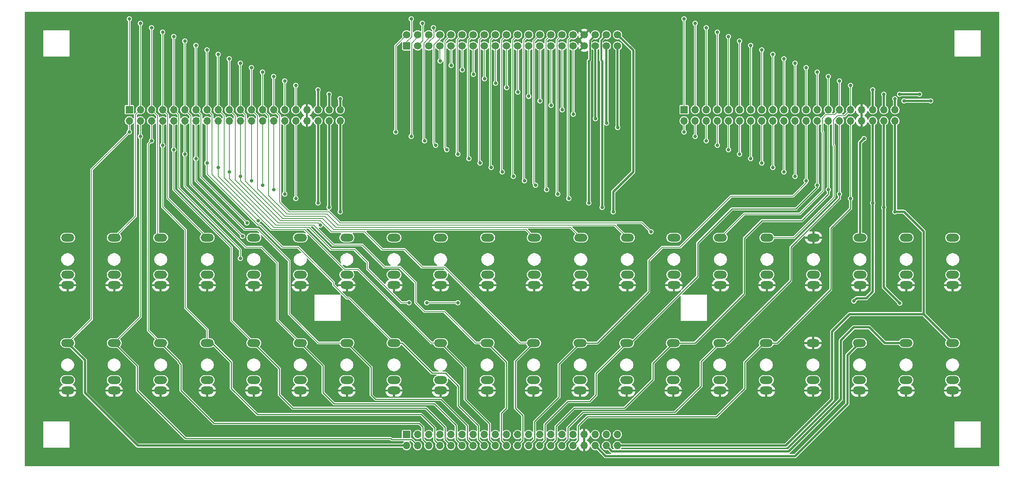
<source format=gbr>
%TF.GenerationSoftware,KiCad,Pcbnew,8.0.4*%
%TF.CreationDate,2024-08-13T10:53:44-04:00*%
%TF.ProjectId,Bus_Breakout,4275735f-4272-4656-916b-6f75742e6b69,rev?*%
%TF.SameCoordinates,Original*%
%TF.FileFunction,Copper,L1,Top*%
%TF.FilePolarity,Positive*%
%FSLAX46Y46*%
G04 Gerber Fmt 4.6, Leading zero omitted, Abs format (unit mm)*
G04 Created by KiCad (PCBNEW 8.0.4) date 2024-08-13 10:53:44*
%MOMM*%
%LPD*%
G01*
G04 APERTURE LIST*
G04 Aperture macros list*
%AMRoundRect*
0 Rectangle with rounded corners*
0 $1 Rounding radius*
0 $2 $3 $4 $5 $6 $7 $8 $9 X,Y pos of 4 corners*
0 Add a 4 corners polygon primitive as box body*
4,1,4,$2,$3,$4,$5,$6,$7,$8,$9,$2,$3,0*
0 Add four circle primitives for the rounded corners*
1,1,$1+$1,$2,$3*
1,1,$1+$1,$4,$5*
1,1,$1+$1,$6,$7*
1,1,$1+$1,$8,$9*
0 Add four rect primitives between the rounded corners*
20,1,$1+$1,$2,$3,$4,$5,0*
20,1,$1+$1,$4,$5,$6,$7,0*
20,1,$1+$1,$6,$7,$8,$9,0*
20,1,$1+$1,$8,$9,$2,$3,0*%
G04 Aperture macros list end*
%TA.AperFunction,ComponentPad*%
%ADD10O,3.000000X1.800000*%
%TD*%
%TA.AperFunction,ComponentPad*%
%ADD11R,1.700000X1.700000*%
%TD*%
%TA.AperFunction,ComponentPad*%
%ADD12O,1.700000X1.700000*%
%TD*%
%TA.AperFunction,ComponentPad*%
%ADD13RoundRect,0.250000X0.600000X-0.600000X0.600000X0.600000X-0.600000X0.600000X-0.600000X-0.600000X0*%
%TD*%
%TA.AperFunction,ComponentPad*%
%ADD14C,1.700000*%
%TD*%
%TA.AperFunction,ViaPad*%
%ADD15C,0.800000*%
%TD*%
%TA.AperFunction,Conductor*%
%ADD16C,0.203200*%
%TD*%
%TA.AperFunction,Conductor*%
%ADD17C,0.508000*%
%TD*%
%TA.AperFunction,Conductor*%
%ADD18C,0.254000*%
%TD*%
%TA.AperFunction,Conductor*%
%ADD19C,0.381000*%
%TD*%
G04 APERTURE END LIST*
D10*
%TO.P,J16,S*%
%TO.N,GND_PL*%
X354750200Y-220459700D03*
%TO.P,J16,T*%
%TO.N,D16{slash}A16*%
X354750200Y-209559700D03*
%TO.P,J16,TN*%
%TO.N,unconnected-(J16-PadTN)*%
X354750200Y-218059700D03*
%TD*%
%TO.P,J34,S*%
%TO.N,GND_PL*%
X333305200Y-244589700D03*
%TO.P,J34,T*%
%TO.N,D30{slash}A30*%
X333305200Y-233689700D03*
%TO.P,J34,TN*%
%TO.N,unconnected-(J34-PadTN)*%
X333305200Y-242189700D03*
%TD*%
%TO.P,J5,S*%
%TO.N,GND_PL*%
X237310200Y-220459700D03*
%TO.P,J5,T*%
%TO.N,D5{slash}A5*%
X237310200Y-209559700D03*
%TO.P,J5,TN*%
%TO.N,unconnected-(J5-PadTN)*%
X237310200Y-218059700D03*
%TD*%
%TO.P,J40,S*%
%TO.N,GND_PL*%
X397240200Y-244589700D03*
%TO.P,J40,T*%
%TO.N,PWR3{slash}APWR4*%
X397240200Y-233689700D03*
%TO.P,J40,TN*%
%TO.N,unconnected-(J40-PadTN)*%
X397240200Y-242189700D03*
%TD*%
%TO.P,J15,S*%
%TO.N,GND_PL*%
X344100200Y-220459700D03*
%TO.P,J15,T*%
%TO.N,D15{slash}A15*%
X344100200Y-209559700D03*
%TO.P,J15,TN*%
%TO.N,unconnected-(J15-PadTN)*%
X344100200Y-218059700D03*
%TD*%
%TO.P,J35,S*%
%TO.N,GND_PL*%
X343955200Y-244589700D03*
%TO.P,J35,T*%
%TO.N,D31{slash}A31*%
X343955200Y-233689700D03*
%TO.P,J35,TN*%
%TO.N,unconnected-(J35-PadTN)*%
X343955200Y-242189700D03*
%TD*%
%TO.P,J14,S*%
%TO.N,GND_PL*%
X333450200Y-220459700D03*
%TO.P,J14,T*%
%TO.N,D14{slash}A14*%
X333450200Y-209559700D03*
%TO.P,J14,TN*%
%TO.N,unconnected-(J14-PadTN)*%
X333450200Y-218059700D03*
%TD*%
%TO.P,J7,S*%
%TO.N,GND_PL*%
X258610200Y-220459700D03*
%TO.P,J7,T*%
%TO.N,D7{slash}A7*%
X258610200Y-209559700D03*
%TO.P,J7,TN*%
%TO.N,unconnected-(J7-PadTN)*%
X258610200Y-218059700D03*
%TD*%
%TO.P,J24,S*%
%TO.N,GND_PL*%
X226660200Y-244589700D03*
%TO.P,J24,T*%
%TO.N,D20{slash}A20*%
X226660200Y-233689700D03*
%TO.P,J24,TN*%
%TO.N,unconnected-(J24-PadTN)*%
X226660200Y-242189700D03*
%TD*%
D11*
%TO.P,J42,1,Pin_1*%
%TO.N,D1{slash}A1*%
X272270200Y-254654700D03*
D12*
%TO.P,J42,2,Pin_2*%
%TO.N,D17{slash}A17*%
X272270200Y-257194700D03*
%TO.P,J42,3,Pin_3*%
%TO.N,D2{slash}A2*%
X274810200Y-254654700D03*
%TO.P,J42,4,Pin_4*%
%TO.N,D18{slash}A18*%
X274810200Y-257194700D03*
%TO.P,J42,5,Pin_5*%
%TO.N,D3{slash}A3*%
X277350200Y-254654700D03*
%TO.P,J42,6,Pin_6*%
%TO.N,D19{slash}A19*%
X277350200Y-257194700D03*
%TO.P,J42,7,Pin_7*%
%TO.N,D4{slash}A4*%
X279890200Y-254654700D03*
%TO.P,J42,8,Pin_8*%
%TO.N,D20{slash}A20*%
X279890200Y-257194700D03*
%TO.P,J42,9,Pin_9*%
%TO.N,D5{slash}A5*%
X282430200Y-254654700D03*
%TO.P,J42,10,Pin_10*%
%TO.N,D21{slash}A21*%
X282430200Y-257194700D03*
%TO.P,J42,11,Pin_11*%
%TO.N,D6{slash}A6*%
X284970200Y-254654700D03*
%TO.P,J42,12,Pin_12*%
%TO.N,D22{slash}A22*%
X284970200Y-257194700D03*
%TO.P,J42,13,Pin_13*%
%TO.N,D7{slash}A7*%
X287510200Y-254654700D03*
%TO.P,J42,14,Pin_14*%
%TO.N,D23{slash}A23*%
X287510200Y-257194700D03*
%TO.P,J42,15,Pin_15*%
%TO.N,D8{slash}A8*%
X290050200Y-254654700D03*
%TO.P,J42,16,Pin_16*%
%TO.N,D24{slash}A24*%
X290050200Y-257194700D03*
%TO.P,J42,17,Pin_17*%
%TO.N,D9{slash}A9*%
X292590200Y-254654700D03*
%TO.P,J42,18,Pin_18*%
%TO.N,D25{slash}A25*%
X292590200Y-257194700D03*
%TO.P,J42,19,Pin_19*%
%TO.N,D10{slash}A10*%
X295130200Y-254654700D03*
%TO.P,J42,20,Pin_20*%
%TO.N,D26{slash}A26*%
X295130200Y-257194700D03*
%TO.P,J42,21,Pin_21*%
%TO.N,D11{slash}A11*%
X297670200Y-254654700D03*
%TO.P,J42,22,Pin_22*%
%TO.N,D27{slash}A27*%
X297670200Y-257194700D03*
%TO.P,J42,23,Pin_23*%
%TO.N,D12{slash}A12*%
X300210200Y-254654700D03*
%TO.P,J42,24,Pin_24*%
%TO.N,D28{slash}A28*%
X300210200Y-257194700D03*
%TO.P,J42,25,Pin_25*%
%TO.N,D13{slash}A13*%
X302750200Y-254654700D03*
%TO.P,J42,26,Pin_26*%
%TO.N,D29{slash}A29*%
X302750200Y-257194700D03*
%TO.P,J42,27,Pin_27*%
%TO.N,D14{slash}A14*%
X305290200Y-254654700D03*
%TO.P,J42,28,Pin_28*%
%TO.N,D30{slash}A30*%
X305290200Y-257194700D03*
%TO.P,J42,29,Pin_29*%
%TO.N,D15{slash}A15*%
X307830200Y-254654700D03*
%TO.P,J42,30,Pin_30*%
%TO.N,D31{slash}A31*%
X307830200Y-257194700D03*
%TO.P,J42,31,Pin_31*%
%TO.N,D16{slash}A16*%
X310370200Y-254654700D03*
%TO.P,J42,32,Pin_32*%
%TO.N,D32{slash}A32*%
X310370200Y-257194700D03*
%TO.P,J42,33,Pin_33*%
%TO.N,GND_PL*%
X312910200Y-254654700D03*
%TO.P,J42,34,Pin_34*%
X312910200Y-257194700D03*
%TO.P,J42,35,Pin_35*%
%TO.N,GND2{slash}4*%
X315450200Y-254654700D03*
%TO.P,J42,36,Pin_36*%
%TO.N,GND3{slash}5*%
X315450200Y-257194700D03*
%TO.P,J42,37,Pin_37*%
%TO.N,PWR_PL{slash}APWR1*%
X317990200Y-254654700D03*
%TO.P,J42,38,Pin_38*%
%TO.N,PWR1{slash}APWR2*%
X317990200Y-257194700D03*
%TO.P,J42,39,Pin_39*%
%TO.N,PWR2{slash}APWR3*%
X320530200Y-254654700D03*
%TO.P,J42,40,Pin_40*%
%TO.N,PWR3{slash}APWR4*%
X320530200Y-257194700D03*
%TD*%
D10*
%TO.P,J13,S*%
%TO.N,GND_PL*%
X322800200Y-220459700D03*
%TO.P,J13,T*%
%TO.N,D13{slash}A13*%
X322800200Y-209559700D03*
%TO.P,J13,TN*%
%TO.N,unconnected-(J13-PadTN)*%
X322800200Y-218059700D03*
%TD*%
%TO.P,J29,S*%
%TO.N,GND_PL*%
X280055200Y-244589700D03*
%TO.P,J29,T*%
%TO.N,D25{slash}A25*%
X280055200Y-233689700D03*
%TO.P,J29,TN*%
%TO.N,unconnected-(J29-PadTN)*%
X280055200Y-242189700D03*
%TD*%
%TO.P,J23,S*%
%TO.N,GND_PL*%
X216010200Y-244589700D03*
%TO.P,J23,T*%
%TO.N,D19{slash}A19*%
X216010200Y-233689700D03*
%TO.P,J23,TN*%
%TO.N,unconnected-(J23-PadTN)*%
X216010200Y-242189700D03*
%TD*%
%TO.P,J32,S*%
%TO.N,GND_PL*%
X312005200Y-244589700D03*
%TO.P,J32,T*%
%TO.N,D28{slash}A28*%
X312005200Y-233689700D03*
%TO.P,J32,TN*%
%TO.N,unconnected-(J32-PadTN)*%
X312005200Y-242189700D03*
%TD*%
%TO.P,J10,S*%
%TO.N,GND_PL*%
X290850200Y-220459700D03*
%TO.P,J10,T*%
%TO.N,D10{slash}A10*%
X290850200Y-209559700D03*
%TO.P,J10,TN*%
%TO.N,unconnected-(J10-PadTN)*%
X290850200Y-218059700D03*
%TD*%
%TO.P,J2,S*%
%TO.N,GND_PL*%
X205360200Y-220459700D03*
%TO.P,J2,T*%
%TO.N,D2{slash}A2*%
X205360200Y-209559700D03*
%TO.P,J2,TN*%
%TO.N,unconnected-(J2-PadTN)*%
X205360200Y-218059700D03*
%TD*%
%TO.P,J6,S*%
%TO.N,GND_PL*%
X247960200Y-220459700D03*
%TO.P,J6,T*%
%TO.N,D6{slash}A6*%
X247960200Y-209559700D03*
%TO.P,J6,TN*%
%TO.N,unconnected-(J6-PadTN)*%
X247960200Y-218059700D03*
%TD*%
%TO.P,J30,S*%
%TO.N,GND_PL*%
X290705200Y-244589700D03*
%TO.P,J30,T*%
%TO.N,D26{slash}A26*%
X290705200Y-233689700D03*
%TO.P,J30,TN*%
%TO.N,unconnected-(J30-PadTN)*%
X290705200Y-242189700D03*
%TD*%
%TO.P,J31,S*%
%TO.N,GND_PL*%
X301355200Y-244589700D03*
%TO.P,J31,T*%
%TO.N,D27{slash}A27*%
X301355200Y-233689700D03*
%TO.P,J31,TN*%
%TO.N,unconnected-(J31-PadTN)*%
X301355200Y-242189700D03*
%TD*%
%TO.P,J25,S*%
%TO.N,GND_PL*%
X237310200Y-244589700D03*
%TO.P,J25,T*%
%TO.N,D21{slash}A21*%
X237310200Y-233689700D03*
%TO.P,J25,TN*%
%TO.N,unconnected-(J25-PadTN)*%
X237310200Y-242189700D03*
%TD*%
%TO.P,J1,S*%
%TO.N,GND_PL*%
X194710200Y-220459700D03*
%TO.P,J1,T*%
%TO.N,D1{slash}A1*%
X194710200Y-209559700D03*
%TO.P,J1,TN*%
%TO.N,unconnected-(J1-PadTN)*%
X194710200Y-218059700D03*
%TD*%
%TO.P,J9,S*%
%TO.N,GND_PL*%
X280055200Y-220459700D03*
%TO.P,J9,T*%
%TO.N,D9{slash}A9*%
X280055200Y-209559700D03*
%TO.P,J9,TN*%
%TO.N,unconnected-(J9-PadTN)*%
X280055200Y-218059700D03*
%TD*%
%TO.P,J33,S*%
%TO.N,GND_PL*%
X322655200Y-244589700D03*
%TO.P,J33,T*%
%TO.N,D29{slash}A29*%
X322655200Y-233689700D03*
%TO.P,J33,TN*%
%TO.N,unconnected-(J33-PadTN)*%
X322655200Y-242189700D03*
%TD*%
%TO.P,J3,S*%
%TO.N,GND_PL*%
X216010200Y-220459700D03*
%TO.P,J3,T*%
%TO.N,D3{slash}A3*%
X216010200Y-209559700D03*
%TO.P,J3,TN*%
%TO.N,unconnected-(J3-PadTN)*%
X216010200Y-218059700D03*
%TD*%
%TO.P,J19,S*%
%TO.N,GND_PL*%
X386625200Y-220459700D03*
%TO.P,J19,T*%
%TO.N,PWR_PL{slash}APWR1*%
X386625200Y-209559700D03*
%TO.P,J19,TN*%
%TO.N,unconnected-(J19-PadTN)*%
X386625200Y-218059700D03*
%TD*%
D11*
%TO.P,J44,1,Pin_1*%
%TO.N,D1{slash}A1*%
X335790200Y-180269700D03*
D12*
%TO.P,J44,2,Pin_2*%
%TO.N,D17{slash}A17*%
X335790200Y-182809700D03*
%TO.P,J44,3,Pin_3*%
%TO.N,D2{slash}A2*%
X338330200Y-180269700D03*
%TO.P,J44,4,Pin_4*%
%TO.N,D18{slash}A18*%
X338330200Y-182809700D03*
%TO.P,J44,5,Pin_5*%
%TO.N,D3{slash}A3*%
X340870200Y-180269700D03*
%TO.P,J44,6,Pin_6*%
%TO.N,D19{slash}A19*%
X340870200Y-182809700D03*
%TO.P,J44,7,Pin_7*%
%TO.N,D4{slash}A4*%
X343410200Y-180269700D03*
%TO.P,J44,8,Pin_8*%
%TO.N,D20{slash}A20*%
X343410200Y-182809700D03*
%TO.P,J44,9,Pin_9*%
%TO.N,D5{slash}A5*%
X345950200Y-180269700D03*
%TO.P,J44,10,Pin_10*%
%TO.N,D21{slash}A21*%
X345950200Y-182809700D03*
%TO.P,J44,11,Pin_11*%
%TO.N,D6{slash}A6*%
X348490200Y-180269700D03*
%TO.P,J44,12,Pin_12*%
%TO.N,D22{slash}A22*%
X348490200Y-182809700D03*
%TO.P,J44,13,Pin_13*%
%TO.N,D7{slash}A7*%
X351030200Y-180269700D03*
%TO.P,J44,14,Pin_14*%
%TO.N,D23{slash}A23*%
X351030200Y-182809700D03*
%TO.P,J44,15,Pin_15*%
%TO.N,D8{slash}A8*%
X353570200Y-180269700D03*
%TO.P,J44,16,Pin_16*%
%TO.N,D24{slash}A24*%
X353570200Y-182809700D03*
%TO.P,J44,17,Pin_17*%
%TO.N,D9{slash}A9*%
X356110200Y-180269700D03*
%TO.P,J44,18,Pin_18*%
%TO.N,D25{slash}A25*%
X356110200Y-182809700D03*
%TO.P,J44,19,Pin_19*%
%TO.N,D10{slash}A10*%
X358650200Y-180269700D03*
%TO.P,J44,20,Pin_20*%
%TO.N,D26{slash}A26*%
X358650200Y-182809700D03*
%TO.P,J44,21,Pin_21*%
%TO.N,D11{slash}A11*%
X361190200Y-180269700D03*
%TO.P,J44,22,Pin_22*%
%TO.N,D27{slash}A27*%
X361190200Y-182809700D03*
%TO.P,J44,23,Pin_23*%
%TO.N,D12{slash}A12*%
X363730200Y-180269700D03*
%TO.P,J44,24,Pin_24*%
%TO.N,D28{slash}A28*%
X363730200Y-182809700D03*
%TO.P,J44,25,Pin_25*%
%TO.N,D13{slash}A13*%
X366270200Y-180269700D03*
%TO.P,J44,26,Pin_26*%
%TO.N,D29{slash}A29*%
X366270200Y-182809700D03*
%TO.P,J44,27,Pin_27*%
%TO.N,D14{slash}A14*%
X368810200Y-180269700D03*
%TO.P,J44,28,Pin_28*%
%TO.N,D30{slash}A30*%
X368810200Y-182809700D03*
%TO.P,J44,29,Pin_29*%
%TO.N,D15{slash}A15*%
X371350200Y-180269700D03*
%TO.P,J44,30,Pin_30*%
%TO.N,D31{slash}A31*%
X371350200Y-182809700D03*
%TO.P,J44,31,Pin_31*%
%TO.N,D16{slash}A16*%
X373890200Y-180269700D03*
%TO.P,J44,32,Pin_32*%
%TO.N,D32{slash}A32*%
X373890200Y-182809700D03*
%TO.P,J44,33,Pin_33*%
%TO.N,GND_PL*%
X376430200Y-180269700D03*
%TO.P,J44,34,Pin_34*%
X376430200Y-182809700D03*
%TO.P,J44,35,Pin_35*%
%TO.N,GND2{slash}4*%
X378970200Y-180269700D03*
%TO.P,J44,36,Pin_36*%
%TO.N,GND3{slash}5*%
X378970200Y-182809700D03*
%TO.P,J44,37,Pin_37*%
%TO.N,PWR_PL{slash}APWR1*%
X381510200Y-180269700D03*
%TO.P,J44,38,Pin_38*%
%TO.N,PWR1{slash}APWR2*%
X381510200Y-182809700D03*
%TO.P,J44,39,Pin_39*%
%TO.N,PWR2{slash}APWR3*%
X384050200Y-180269700D03*
%TO.P,J44,40,Pin_40*%
%TO.N,PWR3{slash}APWR4*%
X384050200Y-182809700D03*
%TD*%
D10*
%TO.P,J39,S*%
%TO.N,GND_PL*%
X386590200Y-244589700D03*
%TO.P,J39,T*%
%TO.N,PWR1{slash}APWR2*%
X386590200Y-233689700D03*
%TO.P,J39,TN*%
%TO.N,unconnected-(J39-PadTN)*%
X386590200Y-242189700D03*
%TD*%
%TO.P,J36,S*%
%TO.N,GND_PL*%
X354605200Y-244589700D03*
%TO.P,J36,T*%
%TO.N,D32{slash}A32*%
X354605200Y-233689700D03*
%TO.P,J36,TN*%
%TO.N,unconnected-(J36-PadTN)*%
X354605200Y-242189700D03*
%TD*%
%TO.P,J18,S*%
%TO.N,GND_PL*%
X376050200Y-220459700D03*
%TO.P,J18,T*%
%TO.N,GND2{slash}4*%
X376050200Y-209559700D03*
%TO.P,J18,TN*%
%TO.N,unconnected-(J18-PadTN)*%
X376050200Y-218059700D03*
%TD*%
%TO.P,J8,S*%
%TO.N,GND_PL*%
X269405200Y-220459700D03*
%TO.P,J8,T*%
%TO.N,D8{slash}A8*%
X269405200Y-209559700D03*
%TO.P,J8,TN*%
%TO.N,unconnected-(J8-PadTN)*%
X269405200Y-218059700D03*
%TD*%
%TO.P,J12,S*%
%TO.N,GND_PL*%
X312150200Y-220459700D03*
%TO.P,J12,T*%
%TO.N,D12{slash}A12*%
X312150200Y-209559700D03*
%TO.P,J12,TN*%
%TO.N,unconnected-(J12-PadTN)*%
X312150200Y-218059700D03*
%TD*%
%TO.P,J20,S*%
%TO.N,GND_PL*%
X397275200Y-220459700D03*
%TO.P,J20,T*%
%TO.N,PWR2{slash}APWR3*%
X397275200Y-209559700D03*
%TO.P,J20,TN*%
%TO.N,unconnected-(J20-PadTN)*%
X397275200Y-218059700D03*
%TD*%
%TO.P,J11,S*%
%TO.N,GND_PL*%
X301500200Y-220459700D03*
%TO.P,J11,T*%
%TO.N,D11{slash}A11*%
X301500200Y-209559700D03*
%TO.P,J11,TN*%
%TO.N,unconnected-(J11-PadTN)*%
X301500200Y-218059700D03*
%TD*%
%TO.P,J38,S*%
%TO.N,GND_PL*%
X375940200Y-244589700D03*
%TO.P,J38,T*%
%TO.N,GND3{slash}5*%
X375940200Y-233689700D03*
%TO.P,J38,TN*%
%TO.N,unconnected-(J38-PadTN)*%
X375940200Y-242189700D03*
%TD*%
D11*
%TO.P,J43,1,Pin_1*%
%TO.N,D1{slash}A1*%
X208820200Y-180269700D03*
D12*
%TO.P,J43,2,Pin_2*%
%TO.N,D17{slash}A17*%
X208820200Y-182809700D03*
%TO.P,J43,3,Pin_3*%
%TO.N,D2{slash}A2*%
X211360200Y-180269700D03*
%TO.P,J43,4,Pin_4*%
%TO.N,D18{slash}A18*%
X211360200Y-182809700D03*
%TO.P,J43,5,Pin_5*%
%TO.N,D3{slash}A3*%
X213900200Y-180269700D03*
%TO.P,J43,6,Pin_6*%
%TO.N,D19{slash}A19*%
X213900200Y-182809700D03*
%TO.P,J43,7,Pin_7*%
%TO.N,D4{slash}A4*%
X216440200Y-180269700D03*
%TO.P,J43,8,Pin_8*%
%TO.N,D20{slash}A20*%
X216440200Y-182809700D03*
%TO.P,J43,9,Pin_9*%
%TO.N,D5{slash}A5*%
X218980200Y-180269700D03*
%TO.P,J43,10,Pin_10*%
%TO.N,D21{slash}A21*%
X218980200Y-182809700D03*
%TO.P,J43,11,Pin_11*%
%TO.N,D6{slash}A6*%
X221520200Y-180269700D03*
%TO.P,J43,12,Pin_12*%
%TO.N,D22{slash}A22*%
X221520200Y-182809700D03*
%TO.P,J43,13,Pin_13*%
%TO.N,D7{slash}A7*%
X224060200Y-180269700D03*
%TO.P,J43,14,Pin_14*%
%TO.N,D23{slash}A23*%
X224060200Y-182809700D03*
%TO.P,J43,15,Pin_15*%
%TO.N,D8{slash}A8*%
X226600200Y-180269700D03*
%TO.P,J43,16,Pin_16*%
%TO.N,D24{slash}A24*%
X226600200Y-182809700D03*
%TO.P,J43,17,Pin_17*%
%TO.N,D9{slash}A9*%
X229140200Y-180269700D03*
%TO.P,J43,18,Pin_18*%
%TO.N,D25{slash}A25*%
X229140200Y-182809700D03*
%TO.P,J43,19,Pin_19*%
%TO.N,D10{slash}A10*%
X231680200Y-180269700D03*
%TO.P,J43,20,Pin_20*%
%TO.N,D26{slash}A26*%
X231680200Y-182809700D03*
%TO.P,J43,21,Pin_21*%
%TO.N,D11{slash}A11*%
X234220200Y-180269700D03*
%TO.P,J43,22,Pin_22*%
%TO.N,D27{slash}A27*%
X234220200Y-182809700D03*
%TO.P,J43,23,Pin_23*%
%TO.N,D12{slash}A12*%
X236760200Y-180269700D03*
%TO.P,J43,24,Pin_24*%
%TO.N,D28{slash}A28*%
X236760200Y-182809700D03*
%TO.P,J43,25,Pin_25*%
%TO.N,D13{slash}A13*%
X239300200Y-180269700D03*
%TO.P,J43,26,Pin_26*%
%TO.N,D29{slash}A29*%
X239300200Y-182809700D03*
%TO.P,J43,27,Pin_27*%
%TO.N,D14{slash}A14*%
X241840200Y-180269700D03*
%TO.P,J43,28,Pin_28*%
%TO.N,D30{slash}A30*%
X241840200Y-182809700D03*
%TO.P,J43,29,Pin_29*%
%TO.N,D15{slash}A15*%
X244380200Y-180269700D03*
%TO.P,J43,30,Pin_30*%
%TO.N,D31{slash}A31*%
X244380200Y-182809700D03*
%TO.P,J43,31,Pin_31*%
%TO.N,D16{slash}A16*%
X246920200Y-180269700D03*
%TO.P,J43,32,Pin_32*%
%TO.N,D32{slash}A32*%
X246920200Y-182809700D03*
%TO.P,J43,33,Pin_33*%
%TO.N,GND_PL*%
X249460200Y-180269700D03*
%TO.P,J43,34,Pin_34*%
X249460200Y-182809700D03*
%TO.P,J43,35,Pin_35*%
%TO.N,GND2{slash}4*%
X252000200Y-180269700D03*
%TO.P,J43,36,Pin_36*%
%TO.N,GND3{slash}5*%
X252000200Y-182809700D03*
%TO.P,J43,37,Pin_37*%
%TO.N,PWR_PL{slash}APWR1*%
X254540200Y-180269700D03*
%TO.P,J43,38,Pin_38*%
%TO.N,PWR1{slash}APWR2*%
X254540200Y-182809700D03*
%TO.P,J43,39,Pin_39*%
%TO.N,PWR2{slash}APWR3*%
X257080200Y-180269700D03*
%TO.P,J43,40,Pin_40*%
%TO.N,PWR3{slash}APWR4*%
X257080200Y-182809700D03*
%TD*%
D10*
%TO.P,J27,S*%
%TO.N,GND_PL*%
X258610200Y-244589700D03*
%TO.P,J27,T*%
%TO.N,D23{slash}A23*%
X258610200Y-233689700D03*
%TO.P,J27,TN*%
%TO.N,unconnected-(J27-PadTN)*%
X258610200Y-242189700D03*
%TD*%
D13*
%TO.P,J41,1,Pin_1*%
%TO.N,D1{slash}A1*%
X272290200Y-165647200D03*
D14*
%TO.P,J41,2,Pin_2*%
%TO.N,D17{slash}A17*%
X272290200Y-163107200D03*
%TO.P,J41,3,Pin_3*%
%TO.N,D2{slash}A2*%
X274830200Y-165647200D03*
%TO.P,J41,4,Pin_4*%
%TO.N,D18{slash}A18*%
X274830200Y-163107200D03*
%TO.P,J41,5,Pin_5*%
%TO.N,D3{slash}A3*%
X277370200Y-165647200D03*
%TO.P,J41,6,Pin_6*%
%TO.N,D19{slash}A19*%
X277370200Y-163107200D03*
%TO.P,J41,7,Pin_7*%
%TO.N,D4{slash}A4*%
X279910200Y-165647200D03*
%TO.P,J41,8,Pin_8*%
%TO.N,D20{slash}A20*%
X279910200Y-163107200D03*
%TO.P,J41,9,Pin_9*%
%TO.N,D5{slash}A5*%
X282450200Y-165647200D03*
%TO.P,J41,10,Pin_10*%
%TO.N,D21{slash}A21*%
X282450200Y-163107200D03*
%TO.P,J41,11,Pin_11*%
%TO.N,D6{slash}A6*%
X284990200Y-165647200D03*
%TO.P,J41,12,Pin_12*%
%TO.N,D22{slash}A22*%
X284990200Y-163107200D03*
%TO.P,J41,13,Pin_13*%
%TO.N,D7{slash}A7*%
X287530200Y-165647200D03*
%TO.P,J41,14,Pin_14*%
%TO.N,D23{slash}A23*%
X287530200Y-163107200D03*
%TO.P,J41,15,Pin_15*%
%TO.N,D8{slash}A8*%
X290070200Y-165647200D03*
%TO.P,J41,16,Pin_16*%
%TO.N,D24{slash}A24*%
X290070200Y-163107200D03*
%TO.P,J41,17,Pin_17*%
%TO.N,D9{slash}A9*%
X292610200Y-165647200D03*
%TO.P,J41,18,Pin_18*%
%TO.N,D25{slash}A25*%
X292610200Y-163107200D03*
%TO.P,J41,19,Pin_19*%
%TO.N,D10{slash}A10*%
X295150200Y-165647200D03*
%TO.P,J41,20,Pin_20*%
%TO.N,D26{slash}A26*%
X295150200Y-163107200D03*
%TO.P,J41,21,Pin_21*%
%TO.N,D11{slash}A11*%
X297690200Y-165647200D03*
%TO.P,J41,22,Pin_22*%
%TO.N,D27{slash}A27*%
X297690200Y-163107200D03*
%TO.P,J41,23,Pin_23*%
%TO.N,D12{slash}A12*%
X300230200Y-165647200D03*
%TO.P,J41,24,Pin_24*%
%TO.N,D28{slash}A28*%
X300230200Y-163107200D03*
%TO.P,J41,25,Pin_25*%
%TO.N,D13{slash}A13*%
X302770200Y-165647200D03*
%TO.P,J41,26,Pin_26*%
%TO.N,D29{slash}A29*%
X302770200Y-163107200D03*
%TO.P,J41,27,Pin_27*%
%TO.N,D14{slash}A14*%
X305310200Y-165647200D03*
%TO.P,J41,28,Pin_28*%
%TO.N,D30{slash}A30*%
X305310200Y-163107200D03*
%TO.P,J41,29,Pin_29*%
%TO.N,D15{slash}A15*%
X307850200Y-165647200D03*
%TO.P,J41,30,Pin_30*%
%TO.N,D31{slash}A31*%
X307850200Y-163107200D03*
%TO.P,J41,31,Pin_31*%
%TO.N,D16{slash}A16*%
X310390200Y-165647200D03*
%TO.P,J41,32,Pin_32*%
%TO.N,D32{slash}A32*%
X310390200Y-163107200D03*
%TO.P,J41,33,Pin_33*%
%TO.N,GND_PL*%
X312930200Y-165647200D03*
%TO.P,J41,34,Pin_34*%
X312930200Y-163107200D03*
%TO.P,J41,35,Pin_35*%
%TO.N,GND2{slash}4*%
X315470200Y-165647200D03*
%TO.P,J41,36,Pin_36*%
%TO.N,GND3{slash}5*%
X315470200Y-163107200D03*
%TO.P,J41,37,Pin_37*%
%TO.N,PWR_PL{slash}APWR1*%
X318010200Y-165647200D03*
%TO.P,J41,38,Pin_38*%
%TO.N,PWR1{slash}APWR2*%
X318010200Y-163107200D03*
%TO.P,J41,39,Pin_39*%
%TO.N,PWR2{slash}APWR3*%
X320550200Y-165647200D03*
%TO.P,J41,40,Pin_40*%
%TO.N,PWR3{slash}APWR4*%
X320550200Y-163107200D03*
%TD*%
D10*
%TO.P,J28,S*%
%TO.N,GND_PL*%
X269405200Y-244589700D03*
%TO.P,J28,T*%
%TO.N,D24{slash}A24*%
X269405200Y-233689700D03*
%TO.P,J28,TN*%
%TO.N,unconnected-(J28-PadTN)*%
X269405200Y-242189700D03*
%TD*%
%TO.P,J4,S*%
%TO.N,GND_PL*%
X226660200Y-220459700D03*
%TO.P,J4,T*%
%TO.N,D4{slash}A4*%
X226660200Y-209559700D03*
%TO.P,J4,TN*%
%TO.N,unconnected-(J4-PadTN)*%
X226660200Y-218059700D03*
%TD*%
%TO.P,J22,S*%
%TO.N,GND_PL*%
X205360200Y-244589700D03*
%TO.P,J22,T*%
%TO.N,D18{slash}A18*%
X205360200Y-233689700D03*
%TO.P,J22,TN*%
%TO.N,unconnected-(J22-PadTN)*%
X205360200Y-242189700D03*
%TD*%
%TO.P,J21,S*%
%TO.N,GND_PL*%
X194710200Y-244589700D03*
%TO.P,J21,T*%
%TO.N,D17{slash}A17*%
X194710200Y-233689700D03*
%TO.P,J21,TN*%
%TO.N,unconnected-(J21-PadTN)*%
X194710200Y-242189700D03*
%TD*%
%TO.P,J37,S*%
%TO.N,GND_PL*%
X365290200Y-244589700D03*
%TO.P,J37,T*%
X365290200Y-233689700D03*
%TO.P,J37,TN*%
%TO.N,unconnected-(J37-PadTN)*%
X365290200Y-242189700D03*
%TD*%
%TO.P,J26,S*%
%TO.N,GND_PL*%
X247960200Y-244589700D03*
%TO.P,J26,T*%
%TO.N,D22{slash}A22*%
X247960200Y-233689700D03*
%TO.P,J26,TN*%
%TO.N,unconnected-(J26-PadTN)*%
X247960200Y-242189700D03*
%TD*%
%TO.P,J17,S*%
%TO.N,GND_PL*%
X365400200Y-220459700D03*
%TO.P,J17,T*%
X365400200Y-209559700D03*
%TO.P,J17,TN*%
%TO.N,unconnected-(J17-PadTN)*%
X365400200Y-218059700D03*
%TD*%
D15*
%TO.N,D2{slash}A2*%
X338330200Y-160457700D03*
X211360200Y-160457700D03*
X275876200Y-160457700D03*
%TO.N,D3{slash}A3*%
X278416200Y-161473700D03*
X213900200Y-161473700D03*
X340870200Y-161473700D03*
%TO.N,D4{slash}A4*%
X343410200Y-162489700D03*
X216440200Y-162489700D03*
X279940200Y-169093700D03*
%TO.N,D5{slash}A5*%
X218980200Y-163505700D03*
X345950200Y-163505700D03*
X234220200Y-214305700D03*
X282480200Y-170109700D03*
%TO.N,D6{slash}A6*%
X285020200Y-171125700D03*
X234728198Y-209225700D03*
X348490200Y-164521700D03*
X221520200Y-164521700D03*
%TO.N,D7{slash}A7*%
X224060200Y-165537700D03*
X351030200Y-165537700D03*
X287560200Y-172141700D03*
X235744200Y-206177700D03*
%TO.N,D8{slash}A8*%
X353570200Y-166553700D03*
X290100200Y-173157700D03*
X238284200Y-205669702D03*
X226600200Y-166553700D03*
%TO.N,D9{slash}A9*%
X229140200Y-167569700D03*
X276892200Y-224465700D03*
X356110200Y-167569700D03*
X292640200Y-174173700D03*
X284004200Y-224465700D03*
X272828200Y-224465700D03*
%TO.N,D10{slash}A10*%
X295180200Y-175189700D03*
X358650200Y-168585700D03*
X231680200Y-168585700D03*
X252508204Y-206685700D03*
%TO.N,D11{slash}A11*%
X361190200Y-169601700D03*
X297720200Y-176205700D03*
X234220200Y-169601700D03*
%TO.N,D12{slash}A12*%
X363730200Y-170617700D03*
X236760200Y-170617700D03*
X300230197Y-177191697D03*
%TO.N,D13{slash}A13*%
X239300200Y-171633700D03*
X302800200Y-178237700D03*
X366270200Y-171633700D03*
%TO.N,D14{slash}A14*%
X328200200Y-208209700D03*
X368810200Y-172649700D03*
X305340200Y-179253700D03*
X241840200Y-172649700D03*
%TO.N,D15{slash}A15*%
X307880200Y-180269700D03*
X244380200Y-173665700D03*
X371350200Y-173665700D03*
%TO.N,D16{slash}A16*%
X373890200Y-174681700D03*
X310420200Y-181285700D03*
X246920200Y-174681700D03*
%TO.N,GND2{slash}4*%
X376968200Y-186873700D03*
X378970200Y-175697700D03*
X252000200Y-175697700D03*
X315500200Y-182301700D03*
%TO.N,PWR_PL{slash}APWR1*%
X254540200Y-176713700D03*
X318040200Y-183317700D03*
X389668200Y-176713700D03*
X381510200Y-176713700D03*
X385096200Y-176713700D03*
%TO.N,PWR2{slash}APWR3*%
X257080200Y-177729700D03*
X320580200Y-184333700D03*
X384050200Y-177729700D03*
X386112200Y-178237700D03*
X392208200Y-178237700D03*
%TO.N,D17{slash}A17*%
X208820200Y-185349700D03*
X335790200Y-185349700D03*
X269780200Y-185349700D03*
%TO.N,D19{slash}A19*%
X213900200Y-187381700D03*
X276384200Y-187381700D03*
X340870200Y-187381700D03*
%TO.N,D20{slash}A20*%
X278924200Y-188397700D03*
X343410200Y-188397700D03*
X216440200Y-188397700D03*
%TO.N,D21{slash}A21*%
X218980200Y-189413700D03*
X345950200Y-189413700D03*
X281464200Y-189413700D03*
%TO.N,D22{slash}A22*%
X284004200Y-190429700D03*
X221520200Y-190429700D03*
X348490200Y-190429700D03*
%TO.N,D23{slash}A23*%
X224060200Y-191445700D03*
X286544200Y-191445700D03*
X351030200Y-191445700D03*
%TO.N,D24{slash}A24*%
X226600200Y-192461700D03*
X353570200Y-192461700D03*
X289084200Y-192461700D03*
%TO.N,D25{slash}A25*%
X356110200Y-193477700D03*
X291624200Y-193477700D03*
X229140200Y-193477700D03*
%TO.N,D26{slash}A26*%
X358650200Y-194493700D03*
X294164200Y-194493700D03*
X231680200Y-194493700D03*
%TO.N,D27{slash}A27*%
X234220200Y-195509700D03*
X361190200Y-195509700D03*
X296704200Y-195509700D03*
%TO.N,D28{slash}A28*%
X236760200Y-196525700D03*
X363730200Y-196525700D03*
X299244200Y-196525700D03*
%TO.N,D29{slash}A29*%
X239300200Y-197541700D03*
X301784200Y-197541700D03*
X366270200Y-197541700D03*
%TO.N,D30{slash}A30*%
X368810200Y-198557700D03*
X304324200Y-198557700D03*
X241840200Y-198557700D03*
%TO.N,D31{slash}A31*%
X244380200Y-199573700D03*
X371350200Y-199573700D03*
X306864200Y-199573700D03*
%TO.N,D32{slash}A32*%
X373890200Y-200589700D03*
X246920200Y-200589700D03*
X309404200Y-200589700D03*
%TO.N,GND3{slash}5*%
X252000200Y-201605700D03*
X374660200Y-224087200D03*
X378970200Y-201605700D03*
X313976200Y-201605700D03*
%TO.N,PWR1{slash}APWR2*%
X254540200Y-202621700D03*
X385160200Y-224587200D03*
X317024200Y-202621700D03*
X381510200Y-202621700D03*
%TO.N,PWR3{slash}APWR4*%
X384050200Y-203637700D03*
X319564200Y-203637700D03*
X257080200Y-203637700D03*
%TO.N,D18{slash}A18*%
X338330200Y-186365700D03*
X211360200Y-186365700D03*
X273336200Y-186365700D03*
%TO.N,D1{slash}A1*%
X273336200Y-159441700D03*
X335790200Y-159441700D03*
X208820200Y-159441700D03*
%TD*%
D16*
%TO.N,D2{slash}A2*%
X275981800Y-160563300D02*
X275876200Y-160457700D01*
X210208600Y-181421300D02*
X210208600Y-204711300D01*
X210208600Y-204711300D02*
X205360200Y-209559700D01*
X211360200Y-180269700D02*
X211360200Y-160457700D01*
X274830200Y-165647200D02*
X275981800Y-164495600D01*
X275981800Y-164495600D02*
X275981800Y-160563300D01*
X211360200Y-180269700D02*
X210208600Y-181421300D01*
X338330200Y-180269700D02*
X338330200Y-160457700D01*
%TO.N,D3{slash}A3*%
X213900200Y-180269700D02*
X213900200Y-161473700D01*
X278521800Y-163584209D02*
X278521800Y-161579300D01*
X277370200Y-164735809D02*
X278521800Y-163584209D01*
X277370200Y-165647200D02*
X277370200Y-164735809D01*
X213900200Y-180269700D02*
X215288600Y-181658100D01*
X215288600Y-208838100D02*
X216010200Y-209559700D01*
X215288600Y-181658100D02*
X215288600Y-208838100D01*
X340870200Y-180269700D02*
X340870200Y-161473700D01*
X278521800Y-161579300D02*
X278416200Y-161473700D01*
%TO.N,D4{slash}A4*%
X343410200Y-180269700D02*
X343410200Y-162489700D01*
X217591800Y-200491300D02*
X226660200Y-209559700D01*
X216440200Y-180269700D02*
X216440200Y-162489700D01*
X279910200Y-169063700D02*
X279940200Y-169093700D01*
X279910200Y-165647200D02*
X279910200Y-169063700D01*
X216440200Y-180269700D02*
X217591800Y-181421300D01*
X217591800Y-181421300D02*
X217591800Y-200491300D01*
%TO.N,D5{slash}A5*%
X218980200Y-180269700D02*
X218980200Y-163505700D01*
X345950200Y-180269700D02*
X345950200Y-163505700D01*
X234220200Y-212273700D02*
X234220200Y-214305700D01*
X220131800Y-198185300D02*
X234220200Y-212273700D01*
X282450200Y-170079700D02*
X282480200Y-170109700D01*
X218980200Y-180269700D02*
X220131800Y-181421300D01*
X220131800Y-181421300D02*
X220131800Y-198185300D01*
X282450200Y-165647200D02*
X282450200Y-170079700D01*
%TO.N,D6{slash}A6*%
X284990200Y-171095700D02*
X285020200Y-171125700D01*
X222908600Y-181658100D02*
X222908600Y-197406100D01*
X284990200Y-165647200D02*
X284990200Y-171095700D01*
X234728198Y-209225698D02*
X234728198Y-209225700D01*
X348490200Y-180269700D02*
X348490200Y-164521700D01*
X221520200Y-180269700D02*
X222908600Y-181658100D01*
X221520200Y-180269700D02*
X221520200Y-164521700D01*
X222908600Y-197406100D02*
X234728198Y-209225698D01*
%TO.N,D7{slash}A7*%
X225211800Y-195645300D02*
X235744200Y-206177700D01*
X287530200Y-172111700D02*
X287560200Y-172141700D01*
X225211800Y-181421300D02*
X225211800Y-195645300D01*
X224060200Y-180269700D02*
X224060200Y-165537700D01*
X351030200Y-180269700D02*
X351030200Y-165537700D01*
X287530200Y-165647200D02*
X287530200Y-172111700D01*
X224060200Y-180269700D02*
X225211800Y-181421300D01*
%TO.N,D8{slash}A8*%
X238284200Y-205669700D02*
X238284200Y-205669702D01*
X226600200Y-180269700D02*
X227751800Y-181421300D01*
X290070200Y-165647200D02*
X290070200Y-173127700D01*
X226600200Y-180269700D02*
X226600200Y-166553700D01*
X227751800Y-195137300D02*
X238284200Y-205669700D01*
X290070200Y-173127700D02*
X290100200Y-173157700D01*
X353570200Y-180269700D02*
X353570200Y-166553700D01*
X227751800Y-181421300D02*
X227751800Y-195137300D01*
%TO.N,D9{slash}A9*%
X272828200Y-224465700D02*
X271111881Y-224465700D01*
X292610200Y-174143700D02*
X292640200Y-174173700D01*
X292610200Y-165647200D02*
X292610200Y-174143700D01*
X271111881Y-224465700D02*
X263334040Y-216687860D01*
X230528600Y-181658100D02*
X229140200Y-180269700D01*
X263334040Y-215225540D02*
X260382200Y-212273700D01*
X276892200Y-224465700D02*
X284004200Y-224465700D01*
X230528600Y-195882100D02*
X230528600Y-181658100D01*
X255048200Y-212273700D02*
X249968200Y-207193700D01*
X356110200Y-180269700D02*
X356110200Y-167569700D01*
X263334040Y-216687860D02*
X263334040Y-215225540D01*
X241840200Y-207193700D02*
X230528600Y-195882100D01*
X229140200Y-180269700D02*
X229140200Y-167569700D01*
X249968200Y-207193700D02*
X241840200Y-207193700D01*
X260382200Y-212273700D02*
X255048200Y-212273700D01*
%TO.N,D10{slash}A10*%
X231680200Y-180269700D02*
X231680200Y-168585700D01*
X231680200Y-180269700D02*
X233068600Y-181658100D01*
X358650200Y-180269700D02*
X358650200Y-168585700D01*
X295150200Y-165647200D02*
X295150200Y-175159700D01*
X233068600Y-196390100D02*
X242856200Y-206177700D01*
X242856200Y-206177700D02*
X252000204Y-206177700D01*
X252000204Y-206177700D02*
X252508204Y-206685700D01*
X233068600Y-181658100D02*
X233068600Y-196390100D01*
X295150200Y-175159700D02*
X295180200Y-175189700D01*
%TO.N,D11{slash}A11*%
X243872200Y-205161700D02*
X235371800Y-196661300D01*
X299642200Y-207701700D02*
X255556200Y-207701700D01*
X301500200Y-209559700D02*
X299642200Y-207701700D01*
X255556200Y-207701700D02*
X253016200Y-205161700D01*
X235371800Y-196661300D02*
X235371800Y-181421300D01*
X253016200Y-205161700D02*
X243872200Y-205161700D01*
X297690200Y-165647200D02*
X297690200Y-176175700D01*
X235371800Y-181421300D02*
X234220200Y-180269700D01*
X297690200Y-176175700D02*
X297720200Y-176205700D01*
X234220200Y-180269700D02*
X234220200Y-169601700D01*
X361190200Y-180269700D02*
X361190200Y-169601700D01*
%TO.N,D12{slash}A12*%
X300230200Y-165647200D02*
X300230200Y-177191694D01*
X236760200Y-180269700D02*
X238148600Y-181658100D01*
X309784200Y-207193700D02*
X312150200Y-209559700D01*
X238148600Y-198422100D02*
X244380200Y-204653700D01*
X256064200Y-207193700D02*
X309784200Y-207193700D01*
X236760200Y-180269700D02*
X236760200Y-170617700D01*
X363730200Y-180269700D02*
X363730200Y-170617700D01*
X253524200Y-204653700D02*
X256064200Y-207193700D01*
X244380200Y-204653700D02*
X253524200Y-204653700D01*
X300230200Y-177191694D02*
X300230197Y-177191697D01*
X238148600Y-181658100D02*
X238148600Y-198422100D01*
%TO.N,D13{slash}A13*%
X319926200Y-206685700D02*
X322800200Y-209559700D01*
X240688600Y-199946100D02*
X244888200Y-204145700D01*
X239300200Y-180269700D02*
X239300200Y-171633700D01*
X244888200Y-204145700D02*
X254032200Y-204145700D01*
X256572200Y-206685700D02*
X319926200Y-206685700D01*
X366270200Y-180269700D02*
X366270200Y-171633700D01*
X302770200Y-165647200D02*
X302770200Y-178207700D01*
X254032200Y-204145700D02*
X256572200Y-206685700D01*
X239300200Y-180269700D02*
X240688600Y-181658100D01*
X302770200Y-178207700D02*
X302800200Y-178237700D01*
X240688600Y-181658100D02*
X240688600Y-199946100D01*
%TO.N,D14{slash}A14*%
X243228600Y-181658100D02*
X243228600Y-201470100D01*
X326168200Y-206177700D02*
X328200200Y-208209700D01*
X241840200Y-180269700D02*
X243228600Y-181658100D01*
X257080200Y-206177700D02*
X326168200Y-206177700D01*
X245396200Y-203637700D02*
X254540200Y-203637700D01*
X243228600Y-201470100D02*
X245396200Y-203637700D01*
X305310200Y-165647200D02*
X305310200Y-179223700D01*
X241840200Y-180269700D02*
X241840200Y-172649700D01*
X368810200Y-180269700D02*
X368810200Y-172649700D01*
X254540200Y-203637700D02*
X257080200Y-206177700D01*
X305310200Y-179223700D02*
X305340200Y-179253700D01*
%TO.N,D15{slash}A15*%
X349514200Y-204145700D02*
X344100200Y-209559700D01*
X371350200Y-180269700D02*
X370198600Y-181421300D01*
X367421800Y-185244100D02*
X367570200Y-185392500D01*
X307850200Y-180239700D02*
X307880200Y-180269700D01*
X368196600Y-181421300D02*
X367421800Y-182196100D01*
X371350200Y-180269700D02*
X371350200Y-173665700D01*
X367570200Y-198811700D02*
X362236200Y-204145700D01*
X362236200Y-204145700D02*
X349514200Y-204145700D01*
X367421800Y-182196100D02*
X367421800Y-185244100D01*
X307850200Y-165647200D02*
X307850200Y-180239700D01*
X367570200Y-185392500D02*
X367570200Y-198811700D01*
X244380200Y-180269700D02*
X244380200Y-173665700D01*
X370198600Y-181421300D02*
X368196600Y-181421300D01*
%TO.N,D16{slash}A16*%
X310390200Y-181255700D02*
X310420200Y-181285700D01*
X369961800Y-188292100D02*
X370110200Y-188440500D01*
X360886200Y-209559700D02*
X354750200Y-209559700D01*
X370873191Y-181658100D02*
X369961800Y-182569491D01*
X246920200Y-180269700D02*
X246920200Y-174681700D01*
X369961800Y-182569491D02*
X369961800Y-188292100D01*
X370110200Y-200335700D02*
X360886200Y-209559700D01*
X372501800Y-181658100D02*
X370873191Y-181658100D01*
X373890200Y-180269700D02*
X372501800Y-181658100D01*
X370110200Y-188440500D02*
X370110200Y-200335700D01*
X373890200Y-180269700D02*
X373890200Y-174681700D01*
X310390200Y-165647200D02*
X310390200Y-181255700D01*
D17*
%TO.N,GND2{slash}4*%
X252000200Y-180269700D02*
X252000200Y-175697700D01*
X378970200Y-180269700D02*
X378970200Y-175697700D01*
X376050200Y-209559700D02*
X376050200Y-187791700D01*
X376050200Y-187791700D02*
X376968200Y-186873700D01*
X315470200Y-165647200D02*
X315470200Y-182271700D01*
D16*
X315470200Y-182271700D02*
X315500200Y-182301700D01*
D17*
%TO.N,PWR_PL{slash}APWR1*%
X318010200Y-165647200D02*
X318010200Y-183287700D01*
X254540200Y-180269700D02*
X254540200Y-176713700D01*
D16*
X318010200Y-183287700D02*
X318040200Y-183317700D01*
D17*
X389668200Y-176713700D02*
X385096200Y-176713700D01*
X381510200Y-180269700D02*
X381510200Y-176713700D01*
%TO.N,PWR2{slash}APWR3*%
X320550200Y-165647200D02*
X320550200Y-184303700D01*
X392208200Y-178237700D02*
X386112200Y-178237700D01*
D16*
X320550200Y-184303700D02*
X320580200Y-184333700D01*
D17*
X257080200Y-180269700D02*
X257080200Y-177729700D01*
X384050200Y-180269700D02*
X384050200Y-177729700D01*
%TO.N,D17{slash}A17*%
X272270200Y-257194700D02*
X210767700Y-257194700D01*
D16*
X272290200Y-163107200D02*
X269780200Y-165617200D01*
X200160200Y-228239700D02*
X194710200Y-233689700D01*
D17*
X210767700Y-257194700D02*
X198660200Y-245087200D01*
X198660200Y-245087200D02*
X198660200Y-237639700D01*
D16*
X208820200Y-182809700D02*
X208820200Y-185349700D01*
X269780200Y-165617200D02*
X269780200Y-185349700D01*
X200160200Y-194009700D02*
X208820200Y-185349700D01*
X200160200Y-228239700D02*
X200160200Y-194009700D01*
X335790200Y-182809700D02*
X335790200Y-185349700D01*
D17*
X198660200Y-237639700D02*
X194710200Y-233689700D01*
D16*
%TO.N,D19{slash}A19*%
X277370200Y-163107200D02*
X277370200Y-163878100D01*
X213138200Y-230817700D02*
X213138200Y-188143700D01*
X213900200Y-182809700D02*
X213900200Y-187381700D01*
D18*
X220660200Y-244587200D02*
X220660200Y-238587200D01*
X220160200Y-237839700D02*
X216010200Y-233689700D01*
X275987200Y-252914200D02*
X275160200Y-252087200D01*
D16*
X213138200Y-188143700D02*
X213900200Y-187381700D01*
D18*
X228160200Y-252087200D02*
X220660200Y-244587200D01*
X277350200Y-257194700D02*
X275987200Y-255831700D01*
D16*
X340870200Y-182809700D02*
X340870200Y-187381700D01*
D18*
X220660200Y-238587200D02*
X220160200Y-238087200D01*
D16*
X276218600Y-165029700D02*
X276218600Y-187216100D01*
X216010200Y-233689700D02*
X213138200Y-230817700D01*
D18*
X275987200Y-255831700D02*
X275987200Y-252914200D01*
D16*
X277370200Y-163878100D02*
X276218600Y-165029700D01*
D18*
X220160200Y-238087200D02*
X220160200Y-237839700D01*
X275160200Y-252087200D02*
X228160200Y-252087200D01*
D16*
X276218600Y-187216100D02*
X276384200Y-187381700D01*
D18*
%TO.N,D20{slash}A20*%
X278713200Y-253140200D02*
X275660200Y-250087200D01*
D16*
X279433191Y-164495600D02*
X278521800Y-165406991D01*
X278521800Y-165406991D02*
X278521800Y-187995300D01*
X226660200Y-230587200D02*
X221660200Y-225587200D01*
D18*
X278713200Y-256017700D02*
X278713200Y-253140200D01*
D16*
X279910200Y-164043700D02*
X279458300Y-164495600D01*
D18*
X227762700Y-233689700D02*
X226660200Y-233689700D01*
X279890200Y-257194700D02*
X278713200Y-256017700D01*
D16*
X226660200Y-233689700D02*
X226660200Y-230587200D01*
D18*
X232160200Y-244087200D02*
X232160200Y-238087200D01*
D16*
X216440200Y-182809700D02*
X216440200Y-188397700D01*
X343410200Y-182809700D02*
X343410200Y-188397700D01*
X279910200Y-163107200D02*
X279910200Y-164043700D01*
X278521800Y-187995300D02*
X278924200Y-188397700D01*
X279458300Y-164495600D02*
X279433191Y-164495600D01*
X221660200Y-207771700D02*
X216440200Y-202551700D01*
X216440200Y-202551700D02*
X216440200Y-188397700D01*
D18*
X232160200Y-238087200D02*
X227762700Y-233689700D01*
X238160200Y-250087200D02*
X232160200Y-244087200D01*
D16*
X221660200Y-225587200D02*
X221660200Y-207771700D01*
D18*
X275660200Y-250087200D02*
X238160200Y-250087200D01*
D16*
%TO.N,D21{slash}A21*%
X282450200Y-163107200D02*
X281061800Y-164495600D01*
X281061800Y-164495600D02*
X281061800Y-189011300D01*
D18*
X281067200Y-252994200D02*
X276660200Y-248587200D01*
D16*
X232160200Y-211737700D02*
X218980200Y-198557700D01*
X345950200Y-182809700D02*
X345950200Y-189413700D01*
D18*
X243160200Y-239539700D02*
X237310200Y-233689700D01*
X276660200Y-248587200D02*
X246160200Y-248587200D01*
D16*
X232160200Y-228539700D02*
X232160200Y-211737700D01*
X218980200Y-182809700D02*
X218980200Y-189413700D01*
X237310200Y-233689700D02*
X232160200Y-228539700D01*
D18*
X243160200Y-245587200D02*
X243160200Y-239539700D01*
D16*
X281061800Y-189011300D02*
X281464200Y-189413700D01*
X218980200Y-198557700D02*
X218980200Y-189413700D01*
D18*
X282430200Y-257194700D02*
X281067200Y-255831700D01*
X246160200Y-248587200D02*
X243160200Y-245587200D01*
X281067200Y-255831700D02*
X281067200Y-252994200D01*
D16*
%TO.N,D22{slash}A22*%
X221520200Y-197795700D02*
X235490200Y-211765700D01*
D18*
X284970200Y-257194700D02*
X283607200Y-255831700D01*
X255660200Y-247587200D02*
X253160200Y-245087200D01*
D16*
X283838600Y-190264100D02*
X284004200Y-190429700D01*
X284990200Y-163107200D02*
X283838600Y-164258800D01*
X283838600Y-164258800D02*
X283838600Y-190264100D01*
X221520200Y-190429700D02*
X221520200Y-197795700D01*
X235490200Y-211765700D02*
X239104200Y-211765700D01*
D18*
X253160200Y-245087200D02*
X253160200Y-238889700D01*
X283607200Y-252534200D02*
X278660200Y-247587200D01*
D16*
X348490200Y-182809700D02*
X348490200Y-190429700D01*
D18*
X253160200Y-238889700D02*
X247960200Y-233689700D01*
D16*
X239104200Y-211765700D02*
X242660200Y-215321700D01*
D18*
X278660200Y-247587200D02*
X255660200Y-247587200D01*
D16*
X242660200Y-215321700D02*
X242660200Y-228389700D01*
D18*
X283607200Y-255831700D02*
X283607200Y-252534200D01*
D16*
X221520200Y-182809700D02*
X221520200Y-190429700D01*
X242660200Y-228389700D02*
X247960200Y-233689700D01*
%TO.N,D23{slash}A23*%
X258610200Y-233689700D02*
X252080200Y-233689700D01*
X351030200Y-182809700D02*
X351030200Y-191445700D01*
X224060200Y-182809700D02*
X224060200Y-191445700D01*
X286378600Y-164258800D02*
X286378600Y-191280100D01*
X245396200Y-227005700D02*
X245396200Y-214813700D01*
D18*
X287510200Y-257194700D02*
X286147200Y-255831700D01*
D16*
X286378600Y-191280100D02*
X286544200Y-191445700D01*
D18*
X286147200Y-252574200D02*
X280160200Y-246587200D01*
D16*
X287530200Y-163107200D02*
X286378600Y-164258800D01*
X224060200Y-196525700D02*
X224060200Y-191445700D01*
D18*
X280160200Y-246587200D02*
X265160200Y-246587200D01*
X286147200Y-255831700D02*
X286147200Y-252574200D01*
X264160200Y-239239700D02*
X258610200Y-233689700D01*
D16*
X235236200Y-207701700D02*
X224060200Y-196525700D01*
X245396200Y-214813700D02*
X238284200Y-207701700D01*
X238284200Y-207701700D02*
X235236200Y-207701700D01*
D18*
X264160200Y-245587200D02*
X264160200Y-239239700D01*
X265160200Y-246587200D02*
X264160200Y-245587200D01*
D16*
X252080200Y-233689700D02*
X245396200Y-227005700D01*
%TO.N,D24{slash}A24*%
X255582700Y-219867200D02*
X255582700Y-220428200D01*
X353570200Y-182809700D02*
X353570200Y-192461700D01*
X290070200Y-163107200D02*
X288918600Y-164258800D01*
X226600200Y-182809700D02*
X226600200Y-192461700D01*
D18*
X284160200Y-243587200D02*
X281160200Y-240587200D01*
D16*
X288918600Y-164258800D02*
X288918600Y-192296100D01*
D18*
X271262700Y-233689700D02*
X269405200Y-233689700D01*
D16*
X255582700Y-220428200D02*
X258577700Y-223423200D01*
D18*
X281160200Y-240587200D02*
X278160200Y-240587200D01*
D16*
X259138700Y-223423200D02*
X269405200Y-233689700D01*
D18*
X278160200Y-240587200D02*
X271262700Y-233689700D01*
D16*
X238284200Y-206685700D02*
X238792200Y-206685700D01*
X238792200Y-206685700D02*
X243872200Y-211765700D01*
X247481200Y-211765700D02*
X255582700Y-219867200D01*
X288918600Y-192296100D02*
X289084200Y-192461700D01*
D18*
X288687200Y-252614200D02*
X284160200Y-248087200D01*
X284160200Y-248087200D02*
X284160200Y-243587200D01*
D16*
X243872200Y-211765700D02*
X247481200Y-211765700D01*
D18*
X288687200Y-255831700D02*
X288687200Y-252614200D01*
D16*
X226600200Y-195001700D02*
X238284200Y-206685700D01*
X226600200Y-192461700D02*
X226600200Y-195001700D01*
D18*
X290050200Y-257194700D02*
X288687200Y-255831700D01*
D16*
X258577700Y-223423200D02*
X259138700Y-223423200D01*
D18*
%TO.N,D25{slash}A25*%
X285660200Y-239294700D02*
X280055200Y-233689700D01*
D16*
X356110200Y-182809700D02*
X356110200Y-193477700D01*
X291458600Y-193312100D02*
X291624200Y-193477700D01*
D18*
X285660200Y-246587200D02*
X285660200Y-239294700D01*
X292590200Y-257194700D02*
X291227200Y-255831700D01*
D16*
X292610200Y-163107200D02*
X291458600Y-164258800D01*
X241332200Y-207701700D02*
X229140200Y-195509700D01*
X258108600Y-216858100D02*
X248952200Y-207701700D01*
X229140200Y-195509700D02*
X229140200Y-193477700D01*
X261156600Y-216858100D02*
X258108600Y-216858100D01*
X277988200Y-233689700D02*
X261156600Y-216858100D01*
X248952200Y-207701700D02*
X241332200Y-207701700D01*
D18*
X291227200Y-255831700D02*
X291227200Y-252154200D01*
D16*
X229140200Y-182809700D02*
X229140200Y-193477700D01*
D18*
X291227200Y-252154200D02*
X285660200Y-246587200D01*
D16*
X291458600Y-164258800D02*
X291458600Y-193312100D01*
X280055200Y-233689700D02*
X277988200Y-233689700D01*
%TO.N,D26{slash}A26*%
X231680200Y-182809700D02*
X231680200Y-194493700D01*
X242348200Y-206685700D02*
X231680200Y-196017700D01*
X295150200Y-163107200D02*
X293998600Y-164258800D01*
X290705200Y-233689700D02*
X288148200Y-233689700D01*
X288148200Y-233689700D02*
X280956200Y-226497700D01*
X250984200Y-206685700D02*
X242348200Y-206685700D01*
X280956200Y-226497700D02*
X276384200Y-226497700D01*
X274352200Y-224465700D02*
X274352200Y-219893700D01*
X255556200Y-211257700D02*
X250984200Y-206685700D01*
X267240200Y-216337700D02*
X262160200Y-211257700D01*
D18*
X293953200Y-256017700D02*
X293953200Y-249794200D01*
X293953200Y-249794200D02*
X295160200Y-248587200D01*
X290762700Y-233689700D02*
X290705200Y-233689700D01*
X295160200Y-238087200D02*
X290762700Y-233689700D01*
D16*
X231680200Y-196017700D02*
X231680200Y-194493700D01*
X274352200Y-219893700D02*
X270796200Y-216337700D01*
X270796200Y-216337700D02*
X267240200Y-216337700D01*
X276384200Y-226497700D02*
X274352200Y-224465700D01*
X262160200Y-211257700D02*
X255556200Y-211257700D01*
D18*
X295130200Y-257194700D02*
X293953200Y-256017700D01*
D16*
X293998600Y-164258800D02*
X293998600Y-194328100D01*
D18*
X295160200Y-248587200D02*
X295160200Y-238087200D01*
D16*
X293998600Y-194328100D02*
X294164200Y-194493700D01*
X358650200Y-182809700D02*
X358650200Y-194493700D01*
%TO.N,D27{slash}A27*%
X252508200Y-205669700D02*
X243364200Y-205669700D01*
X266732200Y-212273700D02*
X262668200Y-208209700D01*
X255048200Y-208209700D02*
X252508200Y-205669700D01*
D18*
X297670200Y-257194700D02*
X298847200Y-256017700D01*
D16*
X297690200Y-163107200D02*
X296538600Y-164258800D01*
D18*
X297160200Y-237884700D02*
X301355200Y-233689700D01*
D16*
X243364200Y-205669700D02*
X234220200Y-196525700D01*
X280956200Y-216337700D02*
X275876200Y-216337700D01*
X271812200Y-212273700D02*
X266732200Y-212273700D01*
X234220200Y-196525700D02*
X234220200Y-195509700D01*
X296538600Y-164258800D02*
X296538600Y-195344100D01*
X361190200Y-182809700D02*
X361190200Y-195509700D01*
X301355200Y-233689700D02*
X298308200Y-233689700D01*
X275876200Y-216337700D02*
X271812200Y-212273700D01*
D18*
X298847200Y-250274200D02*
X297160200Y-248587200D01*
D16*
X296538600Y-195344100D02*
X296704200Y-195509700D01*
X262668200Y-208209700D02*
X255048200Y-208209700D01*
X298308200Y-233689700D02*
X280956200Y-216337700D01*
D18*
X298847200Y-256017700D02*
X298847200Y-250274200D01*
X297160200Y-248587200D02*
X297160200Y-237884700D01*
D16*
X234220200Y-182809700D02*
X234220200Y-195509700D01*
%TO.N,D28{slash}A28*%
X363730200Y-197063700D02*
X360712200Y-200081700D01*
D18*
X307160200Y-238534700D02*
X312005200Y-233689700D01*
D16*
X360712200Y-200081700D02*
X346488200Y-200081700D01*
D18*
X307160200Y-246087200D02*
X307160200Y-238534700D01*
D16*
X346488200Y-200081700D02*
X334804200Y-211765700D01*
X363730200Y-182809700D02*
X363730200Y-196525700D01*
D18*
X315928200Y-233689700D02*
X327692200Y-221925700D01*
X301573200Y-251674200D02*
X307160200Y-246087200D01*
D16*
X334804200Y-211765700D02*
X330740200Y-211765700D01*
D18*
X312005200Y-233689700D02*
X315928200Y-233689700D01*
D16*
X330740200Y-211765700D02*
X327692200Y-214813700D01*
D18*
X300210200Y-257194700D02*
X301573200Y-255831700D01*
D16*
X299078600Y-164258800D02*
X299078600Y-196360100D01*
D18*
X327692200Y-221925700D02*
X327692200Y-214813700D01*
D16*
X300230200Y-163107200D02*
X299078600Y-164258800D01*
X363730200Y-196525700D02*
X363730200Y-197063700D01*
D18*
X301573200Y-255831700D02*
X301573200Y-251674200D01*
D16*
X236760200Y-182809700D02*
X236760200Y-196525700D01*
X299078600Y-196360100D02*
X299244200Y-196525700D01*
D18*
%TO.N,D29{slash}A29*%
X338868200Y-210841080D02*
X346742200Y-202967080D01*
X323609700Y-233689700D02*
X338868200Y-218431200D01*
X309160200Y-247087200D02*
X314160200Y-247087200D01*
X322655200Y-233689700D02*
X323609700Y-233689700D01*
X366270200Y-198079700D02*
X366270200Y-197541700D01*
D16*
X366270200Y-182809700D02*
X366270200Y-197541700D01*
X239300200Y-182809700D02*
X239300200Y-197541700D01*
D18*
X314160200Y-247087200D02*
X315660200Y-245587200D01*
X338868200Y-218431200D02*
X338868200Y-210841080D01*
X361382820Y-202967080D02*
X366270200Y-198079700D01*
X346742200Y-202967080D02*
X361382820Y-202967080D01*
D16*
X301381800Y-164495600D02*
X301381800Y-197139300D01*
D18*
X303927200Y-252320200D02*
X309160200Y-247087200D01*
X302750200Y-257194700D02*
X303927200Y-256017700D01*
X315660200Y-240684700D02*
X322655200Y-233689700D01*
D16*
X301381800Y-197139300D02*
X301784200Y-197541700D01*
D18*
X315660200Y-245587200D02*
X315660200Y-240684700D01*
X303927200Y-256017700D02*
X303927200Y-252320200D01*
D16*
X302770200Y-163107200D02*
X301381800Y-164495600D01*
D18*
%TO.N,D30{slash}A30*%
X322160200Y-248587200D02*
X328660200Y-242087200D01*
X338280200Y-233689700D02*
X349536200Y-222433700D01*
X349536200Y-209733700D02*
X353600200Y-205669700D01*
D16*
X304158600Y-198392100D02*
X304324200Y-198557700D01*
D18*
X306467200Y-252780200D02*
X310660200Y-248587200D01*
X328660200Y-238334700D02*
X333305200Y-233689700D01*
D16*
X241840200Y-182809700D02*
X241840200Y-198557700D01*
D18*
X333305200Y-233689700D02*
X338280200Y-233689700D01*
D16*
X305310200Y-163107200D02*
X304158600Y-164258800D01*
X368810200Y-182809700D02*
X368810200Y-198557700D01*
D18*
X353600200Y-205669700D02*
X362744200Y-205669700D01*
X349536200Y-222433700D02*
X349536200Y-209733700D01*
X328660200Y-242087200D02*
X328660200Y-238334700D01*
X305290200Y-257194700D02*
X306467200Y-256017700D01*
X368810200Y-199603700D02*
X368810200Y-198557700D01*
X306467200Y-256017700D02*
X306467200Y-252780200D01*
X362744200Y-205669700D02*
X368810200Y-199603700D01*
D16*
X304158600Y-164258800D02*
X304158600Y-198392100D01*
D18*
X310660200Y-248587200D02*
X322160200Y-248587200D01*
%TO.N,D31{slash}A31*%
X309193200Y-253054200D02*
X312660200Y-249587200D01*
X343955200Y-233689700D02*
X345900200Y-233689700D01*
D16*
X306698600Y-164258800D02*
X306698600Y-199408100D01*
X244380200Y-182809700D02*
X244380200Y-199573700D01*
D18*
X345900200Y-233689700D02*
X360204200Y-219385700D01*
X312660200Y-249587200D02*
X333660200Y-249587200D01*
X339660200Y-237984700D02*
X343955200Y-233689700D01*
X360204200Y-219385700D02*
X360204200Y-211765700D01*
X307830200Y-257194700D02*
X309193200Y-255831700D01*
D16*
X306698600Y-199408100D02*
X306864200Y-199573700D01*
D18*
X339660200Y-243587200D02*
X339660200Y-237984700D01*
X360204200Y-211765700D02*
X371350200Y-200619700D01*
X309193200Y-255831700D02*
X309193200Y-253054200D01*
D16*
X371350200Y-182809700D02*
X371350200Y-199573700D01*
X307850200Y-163107200D02*
X306698600Y-164258800D01*
D18*
X333660200Y-249587200D02*
X339660200Y-243587200D01*
X371350200Y-200619700D02*
X371350200Y-199573700D01*
D16*
%TO.N,D32{slash}A32*%
X246920200Y-182809700D02*
X246920200Y-200589700D01*
D18*
X354605200Y-233689700D02*
X357076200Y-233689700D01*
X357076200Y-233689700D02*
X369348200Y-221417700D01*
X373890200Y-202905700D02*
X373890200Y-200589700D01*
X349660200Y-244087200D02*
X349660200Y-238087200D01*
X311547200Y-256017700D02*
X311547200Y-252700200D01*
X311547200Y-252700200D02*
X313660200Y-250587200D01*
X349660200Y-238087200D02*
X354057700Y-233689700D01*
X343160200Y-250587200D02*
X349660200Y-244087200D01*
X369348200Y-207447700D02*
X373890200Y-202905700D01*
D16*
X309238600Y-200424100D02*
X309404200Y-200589700D01*
D18*
X369348200Y-221417700D02*
X369348200Y-207447700D01*
X313660200Y-250587200D02*
X343160200Y-250587200D01*
D16*
X309238600Y-164258800D02*
X309238600Y-200424100D01*
D18*
X310370200Y-257194700D02*
X311547200Y-256017700D01*
D16*
X310390200Y-163107200D02*
X309238600Y-164258800D01*
X373890200Y-182809700D02*
X373890200Y-200589700D01*
D18*
X354057700Y-233689700D02*
X354605200Y-233689700D01*
D17*
%TO.N,GND3{slash}5*%
X375297700Y-223449700D02*
X374660200Y-224087200D01*
D19*
X314229700Y-168840200D02*
X313976200Y-169093700D01*
D17*
X377476200Y-223449700D02*
X375297700Y-223449700D01*
X252000200Y-182809700D02*
X252000200Y-201605700D01*
X313976200Y-201605700D02*
X313976200Y-169093700D01*
X378970200Y-182809700D02*
X378970200Y-201605700D01*
D19*
X315470200Y-163107200D02*
X314229700Y-164347700D01*
D17*
X317842700Y-259587200D02*
X361160200Y-259587200D01*
X373160200Y-247587200D02*
X373160200Y-236469700D01*
X378970200Y-221955700D02*
X377476200Y-223449700D01*
X373160200Y-236469700D02*
X375940200Y-233689700D01*
X315450200Y-257194700D02*
X317842700Y-259587200D01*
X361160200Y-259587200D02*
X373160200Y-247587200D01*
X378970200Y-201605700D02*
X378970200Y-221955700D01*
D19*
X314229700Y-164347700D02*
X314229700Y-168840200D01*
D17*
%TO.N,PWR1{slash}APWR2*%
X371660200Y-246587200D02*
X371660200Y-233087200D01*
D19*
X318010200Y-163107200D02*
X316769700Y-164347700D01*
D17*
X381510200Y-182809700D02*
X381510200Y-202621700D01*
X317024200Y-202621700D02*
X317024200Y-169093700D01*
X381762700Y-233689700D02*
X386590200Y-233689700D01*
X374660200Y-230087200D02*
X378160200Y-230087200D01*
X317990200Y-257194700D02*
X319294200Y-258498700D01*
X359748700Y-258498700D02*
X371660200Y-246587200D01*
X319294200Y-258498700D02*
X359748700Y-258498700D01*
X371660200Y-233087200D02*
X374660200Y-230087200D01*
D19*
X316769700Y-168839200D02*
X317024200Y-169093700D01*
D17*
X378160200Y-230087200D02*
X381762700Y-233689700D01*
X385160200Y-224587200D02*
X381510200Y-220937200D01*
X254540200Y-182809700D02*
X254540200Y-202621700D01*
X381510200Y-220937200D02*
X381510200Y-202621700D01*
D19*
X316769700Y-164347700D02*
X316769700Y-168839200D01*
D17*
%TO.N,PWR3{slash}APWR4*%
X369660200Y-246587200D02*
X369660200Y-231087200D01*
X319564200Y-199065700D02*
X324136200Y-194493700D01*
X390637700Y-208163200D02*
X386112200Y-203637700D01*
X320530200Y-257194700D02*
X359052700Y-257194700D01*
X324136200Y-194493700D02*
X324136200Y-166693200D01*
X386112200Y-203637700D02*
X384050200Y-203637700D01*
X390637700Y-227087200D02*
X397240200Y-233689700D01*
X324136200Y-166693200D02*
X320550200Y-163107200D01*
X319564200Y-203637700D02*
X319564200Y-199065700D01*
X384050200Y-182809700D02*
X384050200Y-203637700D01*
X359052700Y-257194700D02*
X369660200Y-246587200D01*
X373660200Y-227087200D02*
X390637700Y-227087200D01*
X257080200Y-182809700D02*
X257080200Y-203637700D01*
X390637700Y-227087200D02*
X390637700Y-208163200D01*
X369660200Y-231087200D02*
X373660200Y-227087200D01*
D18*
%TO.N,D18{slash}A18*%
X268660200Y-255587200D02*
X221660200Y-255587200D01*
D16*
X211360200Y-182809700D02*
X211360200Y-186365700D01*
D18*
X210660200Y-244587200D02*
X210660200Y-238989700D01*
D16*
X274830200Y-163641300D02*
X273441800Y-165029700D01*
X273441800Y-165029700D02*
X273441800Y-186260100D01*
X273441800Y-186260100D02*
X273336200Y-186365700D01*
D18*
X268904700Y-255831700D02*
X268660200Y-255587200D01*
X274810200Y-257194700D02*
X273447200Y-255831700D01*
X210660200Y-238989700D02*
X205360200Y-233689700D01*
D16*
X338330200Y-182809700D02*
X338330200Y-186365700D01*
D18*
X221660200Y-255587200D02*
X210660200Y-244587200D01*
X273447200Y-255831700D02*
X268904700Y-255831700D01*
D16*
X211360200Y-227689700D02*
X205360200Y-233689700D01*
X274830200Y-163107200D02*
X274830200Y-163641300D01*
X211360200Y-227689700D02*
X211360200Y-186365700D01*
%TO.N,D1{slash}A1*%
X335790200Y-180269700D02*
X335790200Y-159441700D01*
X272290200Y-164735809D02*
X273441800Y-163584209D01*
X273441800Y-159547300D02*
X273336200Y-159441700D01*
X273441800Y-163584209D02*
X273441800Y-159547300D01*
X208820200Y-180269700D02*
X208820200Y-159441700D01*
X272290200Y-165647200D02*
X272290200Y-164735809D01*
%TD*%
%TA.AperFunction,Conductor*%
%TO.N,GND_PL*%
G36*
X313160200Y-256761688D02*
G01*
X313103193Y-256728775D01*
X312976026Y-256694700D01*
X312844374Y-256694700D01*
X312717207Y-256728775D01*
X312660200Y-256761688D01*
X312660200Y-255087712D01*
X312717207Y-255120625D01*
X312844374Y-255154700D01*
X312976026Y-255154700D01*
X313103193Y-255120625D01*
X313160200Y-255087712D01*
X313160200Y-256761688D01*
G37*
%TD.AperFunction*%
%TA.AperFunction,Conductor*%
G36*
X214950805Y-183413769D02*
G01*
X214981521Y-183476525D01*
X214983300Y-183497452D01*
X214983300Y-208462516D01*
X214963615Y-208529555D01*
X214915596Y-208573000D01*
X214831737Y-208615729D01*
X214691186Y-208717846D01*
X214568346Y-208840686D01*
X214466231Y-208981234D01*
X214387360Y-209136025D01*
X214387359Y-209136028D01*
X214333677Y-209301248D01*
X214326366Y-209347408D01*
X214306500Y-209472837D01*
X214306500Y-209646563D01*
X214320088Y-209732356D01*
X214333677Y-209818151D01*
X214387359Y-209983371D01*
X214387360Y-209983374D01*
X214432629Y-210072218D01*
X214466231Y-210138165D01*
X214568345Y-210278712D01*
X214691188Y-210401555D01*
X214831735Y-210503669D01*
X214907655Y-210542352D01*
X214986525Y-210582539D01*
X214986528Y-210582540D01*
X215069138Y-210609381D01*
X215151750Y-210636223D01*
X215323337Y-210663400D01*
X215323338Y-210663400D01*
X216697062Y-210663400D01*
X216697063Y-210663400D01*
X216868650Y-210636223D01*
X217033874Y-210582539D01*
X217188665Y-210503669D01*
X217329212Y-210401555D01*
X217452055Y-210278712D01*
X217554169Y-210138165D01*
X217633039Y-209983374D01*
X217686723Y-209818150D01*
X217713900Y-209646563D01*
X217713900Y-209472837D01*
X217686723Y-209301250D01*
X217633039Y-209136026D01*
X217633039Y-209136025D01*
X217575087Y-209022289D01*
X217554169Y-208981235D01*
X217452055Y-208840688D01*
X217329212Y-208717845D01*
X217188665Y-208615731D01*
X217172440Y-208607464D01*
X217033874Y-208536860D01*
X217033871Y-208536859D01*
X216868651Y-208483177D01*
X216782856Y-208469588D01*
X216697063Y-208456000D01*
X216697062Y-208456000D01*
X215717900Y-208456000D01*
X215650861Y-208436315D01*
X215605106Y-208383511D01*
X215593900Y-208332000D01*
X215593900Y-188486409D01*
X215613585Y-188419370D01*
X215637246Y-188398867D01*
X215625160Y-188391302D01*
X215595381Y-188328096D01*
X215593900Y-188308990D01*
X215593900Y-183740447D01*
X215613585Y-183673408D01*
X215666389Y-183627653D01*
X215735547Y-183617709D01*
X215796565Y-183644594D01*
X215851961Y-183690057D01*
X215851968Y-183690061D01*
X216035008Y-183787898D01*
X216035009Y-183787898D01*
X216035016Y-183787902D01*
X216046894Y-183791505D01*
X216105331Y-183829799D01*
X216133790Y-183893610D01*
X216134900Y-183910165D01*
X216134900Y-187809868D01*
X216115215Y-187876907D01*
X216086386Y-187908244D01*
X216009636Y-187967136D01*
X215912869Y-188093244D01*
X215852039Y-188240102D01*
X215852039Y-188240103D01*
X215840839Y-188325176D01*
X215812572Y-188389072D01*
X215801477Y-188396390D01*
X215836877Y-188451474D01*
X215840839Y-188470224D01*
X215852038Y-188555295D01*
X215852040Y-188555300D01*
X215912867Y-188702152D01*
X215912868Y-188702154D01*
X215912869Y-188702155D01*
X216009636Y-188828264D01*
X216086387Y-188887157D01*
X216127589Y-188943582D01*
X216134900Y-188985531D01*
X216134900Y-202591892D01*
X216151240Y-202652876D01*
X216152859Y-202658916D01*
X216155706Y-202669541D01*
X216195900Y-202739159D01*
X216195902Y-202739161D01*
X221318581Y-207861840D01*
X221352066Y-207923163D01*
X221354900Y-207949521D01*
X221354900Y-225627393D01*
X221375706Y-225705041D01*
X221415900Y-225774659D01*
X221415902Y-225774661D01*
X226318581Y-230677340D01*
X226352066Y-230738663D01*
X226354900Y-230765021D01*
X226354900Y-232462000D01*
X226335215Y-232529039D01*
X226282411Y-232574794D01*
X226230900Y-232586000D01*
X225973337Y-232586000D01*
X225916141Y-232595059D01*
X225801748Y-232613177D01*
X225636528Y-232666859D01*
X225636525Y-232666860D01*
X225481734Y-232745731D01*
X225341186Y-232847846D01*
X225218346Y-232970686D01*
X225116231Y-233111234D01*
X225037360Y-233266025D01*
X225037359Y-233266028D01*
X224983677Y-233431248D01*
X224956500Y-233602837D01*
X224956500Y-233776562D01*
X224983676Y-233948147D01*
X225037359Y-234113371D01*
X225037360Y-234113374D01*
X225082629Y-234202218D01*
X225116231Y-234268165D01*
X225218345Y-234408712D01*
X225341188Y-234531555D01*
X225481735Y-234633669D01*
X225557655Y-234672352D01*
X225636525Y-234712539D01*
X225636528Y-234712540D01*
X225649178Y-234716650D01*
X225801750Y-234766223D01*
X225973337Y-234793400D01*
X225973338Y-234793400D01*
X227347062Y-234793400D01*
X227347063Y-234793400D01*
X227518650Y-234766223D01*
X227683874Y-234712539D01*
X227838665Y-234633669D01*
X227979212Y-234531555D01*
X227979214Y-234531552D01*
X227983153Y-234528691D01*
X227984229Y-234530173D01*
X228040829Y-234504802D01*
X228109917Y-234515229D01*
X228145299Y-234539979D01*
X231793181Y-238187861D01*
X231826666Y-238249184D01*
X231829500Y-238275541D01*
X231829500Y-244130738D01*
X231852036Y-244214846D01*
X231895574Y-244290255D01*
X231895576Y-244290257D01*
X231964210Y-244358891D01*
X231964216Y-244358896D01*
X237891233Y-250285913D01*
X237891243Y-250285924D01*
X237895574Y-250290255D01*
X237957145Y-250351826D01*
X238032554Y-250395364D01*
X238116662Y-250417900D01*
X275471858Y-250417900D01*
X275538897Y-250437585D01*
X275559539Y-250454219D01*
X278346181Y-253240861D01*
X278379666Y-253302184D01*
X278382500Y-253328542D01*
X278382500Y-253905047D01*
X278362815Y-253972086D01*
X278310011Y-254017841D01*
X278240853Y-254027785D01*
X278177297Y-253998760D01*
X278162647Y-253983712D01*
X278098883Y-253906016D01*
X277938438Y-253774342D01*
X277938431Y-253774338D01*
X277755391Y-253676501D01*
X277755388Y-253676500D01*
X277755387Y-253676499D01*
X277755384Y-253676498D01*
X277556761Y-253616247D01*
X277556759Y-253616246D01*
X277556761Y-253616246D01*
X277350200Y-253595902D01*
X277143640Y-253616246D01*
X277026365Y-253651821D01*
X276945016Y-253676498D01*
X276945013Y-253676499D01*
X276945011Y-253676500D01*
X276945008Y-253676501D01*
X276761968Y-253774338D01*
X276761961Y-253774342D01*
X276601516Y-253906016D01*
X276537753Y-253983712D01*
X276480007Y-254023046D01*
X276410162Y-254024917D01*
X276350394Y-253988729D01*
X276319678Y-253925973D01*
X276317900Y-253905047D01*
X276317900Y-252967740D01*
X276317901Y-252967727D01*
X276317901Y-252870665D01*
X276317901Y-252870663D01*
X276296173Y-252789574D01*
X276295365Y-252786558D01*
X276295364Y-252786555D01*
X276295364Y-252786554D01*
X276251826Y-252711145D01*
X276190255Y-252649574D01*
X276190254Y-252649573D01*
X276185924Y-252645243D01*
X276185913Y-252645233D01*
X275431896Y-251891216D01*
X275431894Y-251891213D01*
X275363257Y-251822576D01*
X275363255Y-251822574D01*
X275287846Y-251779036D01*
X275203739Y-251756500D01*
X275203738Y-251756500D01*
X228348542Y-251756500D01*
X228281503Y-251736815D01*
X228260861Y-251720181D01*
X221027219Y-244486539D01*
X220993734Y-244425216D01*
X220990900Y-244398858D01*
X220990900Y-244339700D01*
X224682345Y-244339700D01*
X226169452Y-244339700D01*
X226147682Y-244377408D01*
X226110200Y-244517291D01*
X226110200Y-244662109D01*
X226147682Y-244801992D01*
X226169452Y-244839700D01*
X224682345Y-244839700D01*
X224694673Y-244917535D01*
X224694673Y-244917538D01*
X224762767Y-245127110D01*
X224862813Y-245323460D01*
X224992342Y-245501741D01*
X225148158Y-245657557D01*
X225326439Y-245787086D01*
X225522789Y-245887132D01*
X225732364Y-245955226D01*
X225950019Y-245989700D01*
X226410200Y-245989700D01*
X226410200Y-245080447D01*
X226447908Y-245102218D01*
X226587791Y-245139700D01*
X226732609Y-245139700D01*
X226872492Y-245102218D01*
X226910200Y-245080447D01*
X226910200Y-245989700D01*
X227370381Y-245989700D01*
X227588035Y-245955226D01*
X227797610Y-245887132D01*
X227993960Y-245787086D01*
X228172241Y-245657557D01*
X228328057Y-245501741D01*
X228457586Y-245323460D01*
X228557632Y-245127110D01*
X228625726Y-244917538D01*
X228625726Y-244917535D01*
X228638055Y-244839700D01*
X227150948Y-244839700D01*
X227172718Y-244801992D01*
X227210200Y-244662109D01*
X227210200Y-244517291D01*
X227172718Y-244377408D01*
X227150948Y-244339700D01*
X228638055Y-244339700D01*
X228625726Y-244261864D01*
X228625726Y-244261861D01*
X228557632Y-244052289D01*
X228457586Y-243855939D01*
X228328057Y-243677658D01*
X228172241Y-243521842D01*
X227993960Y-243392313D01*
X227873727Y-243331051D01*
X227822931Y-243283076D01*
X227806136Y-243215255D01*
X227828674Y-243149120D01*
X227857132Y-243120251D01*
X227979212Y-243031555D01*
X228102055Y-242908712D01*
X228204169Y-242768165D01*
X228283039Y-242613374D01*
X228336723Y-242448150D01*
X228363900Y-242276563D01*
X228363900Y-242102837D01*
X228336723Y-241931250D01*
X228283039Y-241766026D01*
X228283039Y-241766025D01*
X228204168Y-241611234D01*
X228102055Y-241470688D01*
X227979212Y-241347845D01*
X227838665Y-241245731D01*
X227683874Y-241166860D01*
X227683871Y-241166859D01*
X227518651Y-241113177D01*
X227432856Y-241099588D01*
X227347063Y-241086000D01*
X225973337Y-241086000D01*
X225916141Y-241095059D01*
X225801748Y-241113177D01*
X225636528Y-241166859D01*
X225636525Y-241166860D01*
X225481734Y-241245731D01*
X225341186Y-241347846D01*
X225218346Y-241470686D01*
X225116231Y-241611234D01*
X225037360Y-241766025D01*
X225037359Y-241766028D01*
X224983677Y-241931248D01*
X224983677Y-241931250D01*
X224956500Y-242102837D01*
X224956500Y-242276563D01*
X224958669Y-242290255D01*
X224983677Y-242448151D01*
X225037359Y-242613371D01*
X225037360Y-242613374D01*
X225116231Y-242768165D01*
X225218345Y-242908712D01*
X225341188Y-243031555D01*
X225463263Y-243120248D01*
X225505928Y-243175578D01*
X225511907Y-243245192D01*
X225479301Y-243306987D01*
X225446672Y-243331050D01*
X225326444Y-243392309D01*
X225148158Y-243521842D01*
X224992342Y-243677658D01*
X224862813Y-243855939D01*
X224762767Y-244052289D01*
X224694673Y-244261861D01*
X224694673Y-244261864D01*
X224682345Y-244339700D01*
X220990900Y-244339700D01*
X220990900Y-238689700D01*
X225160200Y-238689700D01*
X225260200Y-239289700D01*
X225552417Y-239640361D01*
X225760200Y-239889700D01*
X226660200Y-240189700D01*
X227560200Y-239889700D01*
X228060200Y-239289700D01*
X228160200Y-238689700D01*
X228060200Y-238089700D01*
X227560200Y-237489700D01*
X227560199Y-237489699D01*
X226660200Y-237189700D01*
X225760200Y-237489699D01*
X225760198Y-237489701D01*
X225260200Y-238089699D01*
X225160200Y-238689700D01*
X220990900Y-238689700D01*
X220990900Y-238640739D01*
X220990901Y-238640726D01*
X220990901Y-238543665D01*
X220990901Y-238543663D01*
X220968364Y-238459555D01*
X220968364Y-238459554D01*
X220924826Y-238384145D01*
X220863255Y-238322574D01*
X220863254Y-238322573D01*
X220858924Y-238318243D01*
X220858913Y-238318233D01*
X220527219Y-237986539D01*
X220493734Y-237925216D01*
X220490900Y-237898858D01*
X220490900Y-237796165D01*
X220490900Y-237796162D01*
X220468364Y-237712054D01*
X220424826Y-237636645D01*
X220363255Y-237575074D01*
X220358924Y-237570743D01*
X220358913Y-237570733D01*
X217412154Y-234623974D01*
X217378669Y-234562651D01*
X217383653Y-234492959D01*
X217412153Y-234448613D01*
X217452055Y-234408712D01*
X217554169Y-234268165D01*
X217633039Y-234113374D01*
X217640394Y-234090739D01*
X217686724Y-233948147D01*
X217713900Y-233776562D01*
X217713900Y-233602837D01*
X217697168Y-233497199D01*
X217686723Y-233431250D01*
X217636535Y-233276785D01*
X217633040Y-233266028D01*
X217633039Y-233266025D01*
X217575087Y-233152289D01*
X217554169Y-233111235D01*
X217452055Y-232970688D01*
X217329212Y-232847845D01*
X217188665Y-232745731D01*
X217172440Y-232737464D01*
X217033874Y-232666860D01*
X217033871Y-232666859D01*
X216868651Y-232613177D01*
X216782856Y-232599588D01*
X216697063Y-232586000D01*
X216697062Y-232586000D01*
X215389621Y-232586000D01*
X215322582Y-232566315D01*
X215301940Y-232549681D01*
X213479819Y-230727560D01*
X213446334Y-230666237D01*
X213443500Y-230639879D01*
X213443500Y-220209700D01*
X214032345Y-220209700D01*
X215519452Y-220209700D01*
X215497682Y-220247408D01*
X215460200Y-220387291D01*
X215460200Y-220532109D01*
X215497682Y-220671992D01*
X215519452Y-220709700D01*
X214032345Y-220709700D01*
X214044673Y-220787535D01*
X214044673Y-220787538D01*
X214112767Y-220997110D01*
X214212813Y-221193460D01*
X214342342Y-221371741D01*
X214498158Y-221527557D01*
X214676439Y-221657086D01*
X214872789Y-221757132D01*
X215082364Y-221825226D01*
X215300019Y-221859700D01*
X215760200Y-221859700D01*
X215760200Y-220950447D01*
X215797908Y-220972218D01*
X215937791Y-221009700D01*
X216082609Y-221009700D01*
X216222492Y-220972218D01*
X216260200Y-220950447D01*
X216260200Y-221859700D01*
X216720381Y-221859700D01*
X216938035Y-221825226D01*
X217147610Y-221757132D01*
X217343960Y-221657086D01*
X217522241Y-221527557D01*
X217678057Y-221371741D01*
X217807586Y-221193460D01*
X217907632Y-220997110D01*
X217975726Y-220787538D01*
X217975726Y-220787535D01*
X217988055Y-220709700D01*
X216500948Y-220709700D01*
X216522718Y-220671992D01*
X216560200Y-220532109D01*
X216560200Y-220387291D01*
X216522718Y-220247408D01*
X216500948Y-220209700D01*
X217988055Y-220209700D01*
X217975726Y-220131864D01*
X217975726Y-220131861D01*
X217907632Y-219922289D01*
X217807586Y-219725939D01*
X217678057Y-219547658D01*
X217522241Y-219391842D01*
X217343960Y-219262313D01*
X217223727Y-219201051D01*
X217172931Y-219153076D01*
X217156136Y-219085255D01*
X217178674Y-219019120D01*
X217207132Y-218990251D01*
X217329212Y-218901555D01*
X217452055Y-218778712D01*
X217554169Y-218638165D01*
X217633039Y-218483374D01*
X217686723Y-218318150D01*
X217713900Y-218146563D01*
X217713900Y-217972837D01*
X217686723Y-217801250D01*
X217633039Y-217636026D01*
X217633039Y-217636025D01*
X217554168Y-217481234D01*
X217452055Y-217340688D01*
X217329212Y-217217845D01*
X217188665Y-217115731D01*
X217033874Y-217036860D01*
X217033871Y-217036859D01*
X216868651Y-216983177D01*
X216782856Y-216969588D01*
X216697063Y-216956000D01*
X215323337Y-216956000D01*
X215266141Y-216965059D01*
X215151748Y-216983177D01*
X214986528Y-217036859D01*
X214986525Y-217036860D01*
X214831734Y-217115731D01*
X214691186Y-217217846D01*
X214568346Y-217340686D01*
X214466231Y-217481234D01*
X214387360Y-217636025D01*
X214387359Y-217636028D01*
X214333677Y-217801248D01*
X214306500Y-217972837D01*
X214306500Y-218146562D01*
X214333677Y-218318151D01*
X214387359Y-218483371D01*
X214387360Y-218483374D01*
X214464238Y-218634254D01*
X214466231Y-218638165D01*
X214568345Y-218778712D01*
X214691188Y-218901555D01*
X214813263Y-218990248D01*
X214855928Y-219045578D01*
X214861907Y-219115192D01*
X214829301Y-219176987D01*
X214796672Y-219201050D01*
X214676444Y-219262309D01*
X214498158Y-219391842D01*
X214342342Y-219547658D01*
X214212813Y-219725939D01*
X214112767Y-219922289D01*
X214044673Y-220131861D01*
X214044673Y-220131864D01*
X214032345Y-220209700D01*
X213443500Y-220209700D01*
X213443500Y-214559700D01*
X214510200Y-214559700D01*
X214610200Y-215159700D01*
X214711707Y-215281509D01*
X215110200Y-215759700D01*
X216010200Y-216059700D01*
X216910200Y-215759700D01*
X217410200Y-215159700D01*
X217510200Y-214559700D01*
X217410200Y-213959700D01*
X216910200Y-213359700D01*
X216910199Y-213359699D01*
X216010200Y-213059700D01*
X215110200Y-213359699D01*
X215110198Y-213359701D01*
X214610200Y-213959699D01*
X214510200Y-214559700D01*
X213443500Y-214559700D01*
X213443500Y-188321521D01*
X213463185Y-188254482D01*
X213479819Y-188233840D01*
X213573022Y-188140637D01*
X213700421Y-188013237D01*
X213761742Y-187979754D01*
X213804282Y-187977981D01*
X213900200Y-187990609D01*
X213900201Y-187990609D01*
X213971015Y-187981286D01*
X214057797Y-187969861D01*
X214204655Y-187909031D01*
X214330764Y-187812264D01*
X214427531Y-187686155D01*
X214488361Y-187539297D01*
X214509109Y-187381700D01*
X214488361Y-187224103D01*
X214427531Y-187077246D01*
X214427530Y-187077245D01*
X214427530Y-187077244D01*
X214348775Y-186974609D01*
X214330764Y-186951136D01*
X214330762Y-186951134D01*
X214330761Y-186951133D01*
X214254013Y-186892241D01*
X214212810Y-186835813D01*
X214205500Y-186793866D01*
X214205500Y-183910165D01*
X214225185Y-183843126D01*
X214277989Y-183797371D01*
X214293493Y-183791508D01*
X214305384Y-183787902D01*
X214488437Y-183690058D01*
X214648883Y-183558383D01*
X214763447Y-183418787D01*
X214821192Y-183379453D01*
X214891037Y-183377582D01*
X214950805Y-183413769D01*
G37*
%TD.AperFunction*%
%TA.AperFunction,Conductor*%
G36*
X250873418Y-207010685D02*
G01*
X250894060Y-207027319D01*
X255368741Y-211502000D01*
X255438358Y-211542194D01*
X255459164Y-211547768D01*
X255516007Y-211563000D01*
X261982379Y-211563000D01*
X262049418Y-211582685D01*
X262070059Y-211599318D01*
X267052741Y-216582001D01*
X267107820Y-216613800D01*
X267122359Y-216622194D01*
X267200007Y-216643000D01*
X270618379Y-216643000D01*
X270685418Y-216662685D01*
X270706060Y-216679319D01*
X274010581Y-219983840D01*
X274044066Y-220045163D01*
X274046900Y-220071521D01*
X274046900Y-224505893D01*
X274067706Y-224583541D01*
X274107900Y-224653159D01*
X276196741Y-226742000D01*
X276230343Y-226761400D01*
X276230344Y-226761401D01*
X276266353Y-226782191D01*
X276266354Y-226782192D01*
X276266356Y-226782192D01*
X276266359Y-226782194D01*
X276344007Y-226803000D01*
X280778379Y-226803000D01*
X280845418Y-226822685D01*
X280866060Y-226839319D01*
X287960741Y-233934000D01*
X287985247Y-233948148D01*
X287985249Y-233948150D01*
X287985250Y-233948150D01*
X288030359Y-233974194D01*
X288108007Y-233995000D01*
X288953808Y-233995000D01*
X289020847Y-234014685D01*
X289066602Y-234067489D01*
X289071737Y-234080677D01*
X289082361Y-234113374D01*
X289161231Y-234268165D01*
X289263345Y-234408712D01*
X289386188Y-234531555D01*
X289526735Y-234633669D01*
X289602655Y-234672352D01*
X289681525Y-234712539D01*
X289681528Y-234712540D01*
X289694178Y-234716650D01*
X289846750Y-234766223D01*
X290018337Y-234793400D01*
X290018338Y-234793400D01*
X291347358Y-234793400D01*
X291414397Y-234813085D01*
X291435039Y-234829719D01*
X294793181Y-238187861D01*
X294826666Y-238249184D01*
X294829500Y-238275542D01*
X294829500Y-248398857D01*
X294809815Y-248465896D01*
X294793181Y-248486538D01*
X293688576Y-249591142D01*
X293688574Y-249591145D01*
X293645036Y-249666553D01*
X293622500Y-249750660D01*
X293622500Y-253905047D01*
X293602815Y-253972086D01*
X293550011Y-254017841D01*
X293480853Y-254027785D01*
X293417297Y-253998760D01*
X293402647Y-253983712D01*
X293338883Y-253906016D01*
X293178438Y-253774342D01*
X293178431Y-253774338D01*
X292995391Y-253676501D01*
X292995388Y-253676500D01*
X292995387Y-253676499D01*
X292995384Y-253676498D01*
X292796761Y-253616247D01*
X292796759Y-253616246D01*
X292796761Y-253616246D01*
X292590200Y-253595902D01*
X292383640Y-253616246D01*
X292266365Y-253651821D01*
X292185016Y-253676498D01*
X292185013Y-253676499D01*
X292185011Y-253676500D01*
X292185008Y-253676501D01*
X292001968Y-253774338D01*
X292001961Y-253774342D01*
X291841516Y-253906016D01*
X291777753Y-253983712D01*
X291720007Y-254023046D01*
X291650162Y-254024917D01*
X291590394Y-253988729D01*
X291559678Y-253925973D01*
X291557900Y-253905047D01*
X291557900Y-252110665D01*
X291557900Y-252110662D01*
X291535364Y-252026554D01*
X291491826Y-251951145D01*
X291430255Y-251889574D01*
X291425924Y-251885243D01*
X291425913Y-251885233D01*
X286027219Y-246486539D01*
X285993734Y-246425216D01*
X285990900Y-246398858D01*
X285990900Y-244339700D01*
X288727345Y-244339700D01*
X290214452Y-244339700D01*
X290192682Y-244377408D01*
X290155200Y-244517291D01*
X290155200Y-244662109D01*
X290192682Y-244801992D01*
X290214452Y-244839700D01*
X288727345Y-244839700D01*
X288739673Y-244917535D01*
X288739673Y-244917538D01*
X288807767Y-245127110D01*
X288907813Y-245323460D01*
X289037342Y-245501741D01*
X289193158Y-245657557D01*
X289371439Y-245787086D01*
X289567789Y-245887132D01*
X289777364Y-245955226D01*
X289995019Y-245989700D01*
X290455200Y-245989700D01*
X290455200Y-245080447D01*
X290492908Y-245102218D01*
X290632791Y-245139700D01*
X290777609Y-245139700D01*
X290917492Y-245102218D01*
X290955200Y-245080447D01*
X290955200Y-245989700D01*
X291415381Y-245989700D01*
X291633035Y-245955226D01*
X291842610Y-245887132D01*
X292038960Y-245787086D01*
X292217241Y-245657557D01*
X292373057Y-245501741D01*
X292502586Y-245323460D01*
X292602632Y-245127110D01*
X292670726Y-244917538D01*
X292670726Y-244917535D01*
X292683055Y-244839700D01*
X291195948Y-244839700D01*
X291217718Y-244801992D01*
X291255200Y-244662109D01*
X291255200Y-244517291D01*
X291217718Y-244377408D01*
X291195948Y-244339700D01*
X292683055Y-244339700D01*
X292670726Y-244261864D01*
X292670726Y-244261861D01*
X292602632Y-244052289D01*
X292502586Y-243855939D01*
X292373057Y-243677658D01*
X292217241Y-243521842D01*
X292038960Y-243392313D01*
X291918727Y-243331051D01*
X291867931Y-243283076D01*
X291851136Y-243215255D01*
X291873674Y-243149120D01*
X291902132Y-243120251D01*
X292024212Y-243031555D01*
X292147055Y-242908712D01*
X292249169Y-242768165D01*
X292328039Y-242613374D01*
X292381723Y-242448150D01*
X292408900Y-242276563D01*
X292408900Y-242102837D01*
X292381723Y-241931250D01*
X292328039Y-241766026D01*
X292328039Y-241766025D01*
X292249168Y-241611234D01*
X292147055Y-241470688D01*
X292024212Y-241347845D01*
X291883665Y-241245731D01*
X291728874Y-241166860D01*
X291728871Y-241166859D01*
X291563651Y-241113177D01*
X291477856Y-241099588D01*
X291392063Y-241086000D01*
X290018337Y-241086000D01*
X289961141Y-241095059D01*
X289846748Y-241113177D01*
X289681528Y-241166859D01*
X289681525Y-241166860D01*
X289526734Y-241245731D01*
X289386186Y-241347846D01*
X289263346Y-241470686D01*
X289161231Y-241611234D01*
X289082360Y-241766025D01*
X289082359Y-241766028D01*
X289028677Y-241931248D01*
X289028677Y-241931250D01*
X289001500Y-242102837D01*
X289001500Y-242276563D01*
X289003669Y-242290255D01*
X289028677Y-242448151D01*
X289082359Y-242613371D01*
X289082360Y-242613374D01*
X289161231Y-242768165D01*
X289263345Y-242908712D01*
X289386188Y-243031555D01*
X289508263Y-243120248D01*
X289550928Y-243175578D01*
X289556907Y-243245192D01*
X289524301Y-243306987D01*
X289491672Y-243331050D01*
X289371444Y-243392309D01*
X289193158Y-243521842D01*
X289037342Y-243677658D01*
X288907813Y-243855939D01*
X288807767Y-244052289D01*
X288739673Y-244261861D01*
X288739673Y-244261864D01*
X288727345Y-244339700D01*
X285990900Y-244339700D01*
X285990900Y-239251165D01*
X285990900Y-239251162D01*
X285968364Y-239167054D01*
X285924826Y-239091645D01*
X285863255Y-239030074D01*
X285858924Y-239025743D01*
X285858913Y-239025733D01*
X285522880Y-238689700D01*
X289205200Y-238689700D01*
X289305200Y-239289700D01*
X289597417Y-239640361D01*
X289805200Y-239889700D01*
X290705200Y-240189700D01*
X291605200Y-239889700D01*
X292105200Y-239289700D01*
X292205200Y-238689700D01*
X292105200Y-238089700D01*
X291605200Y-237489700D01*
X291605199Y-237489699D01*
X290705200Y-237189700D01*
X289805200Y-237489699D01*
X289805198Y-237489701D01*
X289305200Y-238089699D01*
X289205200Y-238689700D01*
X285522880Y-238689700D01*
X281457154Y-234623974D01*
X281423669Y-234562651D01*
X281428653Y-234492959D01*
X281457153Y-234448613D01*
X281497055Y-234408712D01*
X281599169Y-234268165D01*
X281678039Y-234113374D01*
X281685394Y-234090739D01*
X281731724Y-233948147D01*
X281758900Y-233776562D01*
X281758900Y-233602837D01*
X281742168Y-233497199D01*
X281731723Y-233431250D01*
X281681535Y-233276785D01*
X281678040Y-233266028D01*
X281678039Y-233266025D01*
X281620087Y-233152289D01*
X281599169Y-233111235D01*
X281497055Y-232970688D01*
X281374212Y-232847845D01*
X281233665Y-232745731D01*
X281217440Y-232737464D01*
X281078874Y-232666860D01*
X281078871Y-232666859D01*
X280913651Y-232613177D01*
X280827856Y-232599588D01*
X280742063Y-232586000D01*
X279368337Y-232586000D01*
X279311141Y-232595059D01*
X279196748Y-232613177D01*
X279031528Y-232666859D01*
X279031525Y-232666860D01*
X278876734Y-232745731D01*
X278736186Y-232847846D01*
X278613346Y-232970686D01*
X278511231Y-233111234D01*
X278432362Y-233266023D01*
X278421739Y-233298718D01*
X278382301Y-233356394D01*
X278317943Y-233383592D01*
X278303808Y-233384400D01*
X278166021Y-233384400D01*
X278098982Y-233364715D01*
X278078340Y-233348081D01*
X261344061Y-216613802D01*
X261344059Y-216613800D01*
X261274441Y-216573606D01*
X261274440Y-216573605D01*
X261274436Y-216573604D01*
X261261055Y-216570018D01*
X261261055Y-216570019D01*
X261196793Y-216552800D01*
X258286421Y-216552800D01*
X258219382Y-216533115D01*
X258198740Y-216516481D01*
X257679261Y-215997002D01*
X257645776Y-215935679D01*
X257650760Y-215865987D01*
X257692632Y-215810054D01*
X257758096Y-215785637D01*
X257806150Y-215791683D01*
X258610200Y-216059700D01*
X259510200Y-215759700D01*
X260010200Y-215159700D01*
X260110200Y-214559700D01*
X260010200Y-213959700D01*
X259510200Y-213359700D01*
X259510199Y-213359699D01*
X258610200Y-213059700D01*
X257710200Y-213359699D01*
X257710198Y-213359701D01*
X257210200Y-213959699D01*
X257110200Y-214559700D01*
X257210199Y-215159699D01*
X257210200Y-215159700D01*
X257301383Y-215269120D01*
X257329178Y-215333222D01*
X257317904Y-215402176D01*
X257271141Y-215454089D01*
X257203735Y-215472479D01*
X257137087Y-215451507D01*
X257118442Y-215436183D01*
X249392940Y-207710681D01*
X249359455Y-207649358D01*
X249364439Y-207579666D01*
X249406311Y-207523733D01*
X249471775Y-207499316D01*
X249480621Y-207499000D01*
X249790379Y-207499000D01*
X249857418Y-207518685D01*
X249878059Y-207535318D01*
X254860741Y-212518001D01*
X254930359Y-212558194D01*
X255008007Y-212579000D01*
X260204379Y-212579000D01*
X260271418Y-212598685D01*
X260292060Y-212615319D01*
X262992421Y-215315680D01*
X263025906Y-215377003D01*
X263028740Y-215403361D01*
X263028740Y-216728052D01*
X263032011Y-216740258D01*
X263032012Y-216740262D01*
X263049546Y-216805702D01*
X263049547Y-216805703D01*
X263089740Y-216875319D01*
X263089742Y-216875321D01*
X270924422Y-224710001D01*
X270984688Y-224744795D01*
X270984692Y-224744797D01*
X270994040Y-224750194D01*
X271071688Y-224771000D01*
X272240367Y-224771000D01*
X272307406Y-224790685D01*
X272338742Y-224819513D01*
X272376710Y-224868993D01*
X272397636Y-224896264D01*
X272523745Y-224993031D01*
X272670603Y-225053861D01*
X272749401Y-225064235D01*
X272828199Y-225074609D01*
X272828200Y-225074609D01*
X272828201Y-225074609D01*
X272880732Y-225067693D01*
X272985797Y-225053861D01*
X273132655Y-224993031D01*
X273258764Y-224896264D01*
X273355531Y-224770155D01*
X273416361Y-224623297D01*
X273437109Y-224465700D01*
X273416361Y-224308103D01*
X273355531Y-224161246D01*
X273355530Y-224161245D01*
X273355530Y-224161244D01*
X273258765Y-224035137D01*
X273211723Y-223999040D01*
X273132655Y-223938369D01*
X273132654Y-223938368D01*
X273132652Y-223938367D01*
X272985800Y-223877540D01*
X272985795Y-223877538D01*
X272828201Y-223856791D01*
X272828199Y-223856791D01*
X272670604Y-223877538D01*
X272670602Y-223877539D01*
X272523744Y-223938369D01*
X272397636Y-224035136D01*
X272338744Y-224111886D01*
X272282316Y-224153089D01*
X272240368Y-224160400D01*
X271289703Y-224160400D01*
X271222664Y-224140715D01*
X271202022Y-224124081D01*
X269134101Y-222056160D01*
X269100616Y-221994837D01*
X269105600Y-221925145D01*
X269134102Y-221880797D01*
X269155200Y-221859699D01*
X269155200Y-220950447D01*
X269192908Y-220972218D01*
X269332791Y-221009700D01*
X269477609Y-221009700D01*
X269617492Y-220972218D01*
X269655200Y-220950447D01*
X269655200Y-221859700D01*
X270115381Y-221859700D01*
X270333035Y-221825226D01*
X270542610Y-221757132D01*
X270738960Y-221657086D01*
X270917241Y-221527557D01*
X271073057Y-221371741D01*
X271202586Y-221193460D01*
X271302632Y-220997110D01*
X271370726Y-220787538D01*
X271370726Y-220787535D01*
X271383055Y-220709700D01*
X269895948Y-220709700D01*
X269917718Y-220671992D01*
X269955200Y-220532109D01*
X269955200Y-220387291D01*
X269917718Y-220247408D01*
X269895948Y-220209700D01*
X271383055Y-220209700D01*
X271370726Y-220131864D01*
X271370726Y-220131861D01*
X271302632Y-219922289D01*
X271202586Y-219725939D01*
X271073057Y-219547658D01*
X270917241Y-219391842D01*
X270738960Y-219262313D01*
X270618727Y-219201051D01*
X270567931Y-219153076D01*
X270551136Y-219085255D01*
X270573674Y-219019120D01*
X270602132Y-218990251D01*
X270724212Y-218901555D01*
X270847055Y-218778712D01*
X270949169Y-218638165D01*
X271028039Y-218483374D01*
X271081723Y-218318150D01*
X271108900Y-218146563D01*
X271108900Y-217972837D01*
X271081723Y-217801250D01*
X271028039Y-217636026D01*
X271028039Y-217636025D01*
X270949168Y-217481234D01*
X270847055Y-217340688D01*
X270724212Y-217217845D01*
X270583665Y-217115731D01*
X270428874Y-217036860D01*
X270428871Y-217036859D01*
X270263651Y-216983177D01*
X270177856Y-216969588D01*
X270092063Y-216956000D01*
X268718337Y-216956000D01*
X268661141Y-216965059D01*
X268546748Y-216983177D01*
X268381528Y-217036859D01*
X268381525Y-217036860D01*
X268226734Y-217115731D01*
X268086186Y-217217846D01*
X267963346Y-217340686D01*
X267861231Y-217481234D01*
X267782360Y-217636025D01*
X267782359Y-217636028D01*
X267728677Y-217801248D01*
X267701500Y-217972837D01*
X267701500Y-218146562D01*
X267728677Y-218318151D01*
X267782359Y-218483371D01*
X267782360Y-218483374D01*
X267859238Y-218634254D01*
X267861231Y-218638165D01*
X267963345Y-218778712D01*
X268086188Y-218901555D01*
X268208263Y-218990248D01*
X268250928Y-219045578D01*
X268256907Y-219115192D01*
X268224301Y-219176987D01*
X268191672Y-219201050D01*
X268071444Y-219262309D01*
X267893158Y-219391842D01*
X267737342Y-219547658D01*
X267607813Y-219725939D01*
X267507767Y-219922289D01*
X267445830Y-220112914D01*
X267406393Y-220170590D01*
X267342034Y-220197788D01*
X267273188Y-220185873D01*
X267240218Y-220162277D01*
X263675659Y-216597718D01*
X263642174Y-216536395D01*
X263639340Y-216510037D01*
X263639340Y-215185349D01*
X263639340Y-215185347D01*
X263618534Y-215107699D01*
X263618534Y-215107698D01*
X263578340Y-215038081D01*
X260569659Y-212029400D01*
X260500041Y-211989206D01*
X260422393Y-211968400D01*
X260422390Y-211968400D01*
X255226022Y-211968400D01*
X255158983Y-211948715D01*
X255138341Y-211932081D01*
X252812313Y-209606053D01*
X250408939Y-207202680D01*
X250375455Y-207141358D01*
X250380439Y-207071666D01*
X250422311Y-207015733D01*
X250487775Y-206991316D01*
X250496621Y-206991000D01*
X250806379Y-206991000D01*
X250873418Y-207010685D01*
G37*
%TD.AperFunction*%
%TA.AperFunction,Conductor*%
G36*
X370472303Y-183403739D02*
G01*
X370486953Y-183418787D01*
X370601516Y-183558383D01*
X370761961Y-183690057D01*
X370761968Y-183690061D01*
X370945008Y-183787898D01*
X370945009Y-183787898D01*
X370945016Y-183787902D01*
X370956894Y-183791505D01*
X371015331Y-183829799D01*
X371043790Y-183893610D01*
X371044900Y-183910165D01*
X371044900Y-198985868D01*
X371025215Y-199052907D01*
X370996386Y-199084244D01*
X370919636Y-199143136D01*
X370822869Y-199269244D01*
X370762039Y-199416102D01*
X370762038Y-199416104D01*
X370741291Y-199573698D01*
X370741291Y-199573701D01*
X370762038Y-199731295D01*
X370762040Y-199731300D01*
X370822867Y-199878152D01*
X370822868Y-199878154D01*
X370822869Y-199878155D01*
X370919636Y-200004264D01*
X370970987Y-200043666D01*
X371012189Y-200100092D01*
X371019500Y-200142041D01*
X371019500Y-200431357D01*
X370999815Y-200498396D01*
X370983181Y-200519038D01*
X359939576Y-211562642D01*
X359939574Y-211562645D01*
X359896036Y-211638053D01*
X359873500Y-211722160D01*
X359873500Y-219197358D01*
X359853815Y-219264397D01*
X359837181Y-219285039D01*
X345799539Y-233322681D01*
X345738216Y-233356166D01*
X345711858Y-233359000D01*
X345698340Y-233359000D01*
X345631301Y-233339315D01*
X345585546Y-233286511D01*
X345580409Y-233273318D01*
X345578040Y-233266028D01*
X345569664Y-233249590D01*
X345499169Y-233111235D01*
X345397055Y-232970688D01*
X345274212Y-232847845D01*
X345133665Y-232745731D01*
X345117440Y-232737464D01*
X344978874Y-232666860D01*
X344978871Y-232666859D01*
X344813651Y-232613177D01*
X344727856Y-232599588D01*
X344642063Y-232586000D01*
X343268337Y-232586000D01*
X343211141Y-232595059D01*
X343096748Y-232613177D01*
X342931528Y-232666859D01*
X342931525Y-232666860D01*
X342776734Y-232745731D01*
X342636186Y-232847846D01*
X342513346Y-232970686D01*
X342411231Y-233111234D01*
X342332360Y-233266025D01*
X342332359Y-233266028D01*
X342278677Y-233431248D01*
X342251500Y-233602837D01*
X342251500Y-233776562D01*
X342278676Y-233948147D01*
X342332359Y-234113371D01*
X342332360Y-234113374D01*
X342411231Y-234268165D01*
X342513346Y-234408713D01*
X342553245Y-234448612D01*
X342586730Y-234509935D01*
X342581746Y-234579627D01*
X342553245Y-234623974D01*
X339395576Y-237781642D01*
X339395574Y-237781645D01*
X339352036Y-237857053D01*
X339329500Y-237941160D01*
X339329500Y-243398858D01*
X339309815Y-243465897D01*
X339293181Y-243486539D01*
X333559539Y-249220181D01*
X333498216Y-249253666D01*
X333471858Y-249256500D01*
X312616660Y-249256500D01*
X312532553Y-249279036D01*
X312457145Y-249322574D01*
X312457142Y-249322576D01*
X308928576Y-252851142D01*
X308928574Y-252851145D01*
X308885036Y-252926553D01*
X308862500Y-253010660D01*
X308862500Y-253905047D01*
X308842815Y-253972086D01*
X308790011Y-254017841D01*
X308720853Y-254027785D01*
X308657297Y-253998760D01*
X308642647Y-253983712D01*
X308578883Y-253906016D01*
X308418438Y-253774342D01*
X308418431Y-253774338D01*
X308235391Y-253676501D01*
X308235388Y-253676500D01*
X308235387Y-253676499D01*
X308235384Y-253676498D01*
X308036761Y-253616247D01*
X308036759Y-253616246D01*
X308036761Y-253616246D01*
X307830200Y-253595902D01*
X307623640Y-253616246D01*
X307506365Y-253651821D01*
X307425016Y-253676498D01*
X307425013Y-253676499D01*
X307425011Y-253676500D01*
X307425008Y-253676501D01*
X307241968Y-253774338D01*
X307241961Y-253774342D01*
X307081516Y-253906016D01*
X307017753Y-253983712D01*
X306960007Y-254023046D01*
X306890162Y-254024917D01*
X306830394Y-253988729D01*
X306799678Y-253925973D01*
X306797900Y-253905047D01*
X306797900Y-252968542D01*
X306817585Y-252901503D01*
X306834219Y-252880861D01*
X310760862Y-248954219D01*
X310822185Y-248920734D01*
X310848543Y-248917900D01*
X322203735Y-248917900D01*
X322203737Y-248917900D01*
X322203738Y-248917900D01*
X322287846Y-248895364D01*
X322363255Y-248851826D01*
X322424826Y-248790255D01*
X322424826Y-248790253D01*
X322435030Y-248780050D01*
X322435034Y-248780045D01*
X326875379Y-244339700D01*
X331327345Y-244339700D01*
X332814452Y-244339700D01*
X332792682Y-244377408D01*
X332755200Y-244517291D01*
X332755200Y-244662109D01*
X332792682Y-244801992D01*
X332814452Y-244839700D01*
X331327345Y-244839700D01*
X331339673Y-244917535D01*
X331339673Y-244917538D01*
X331407767Y-245127110D01*
X331507813Y-245323460D01*
X331637342Y-245501741D01*
X331793158Y-245657557D01*
X331971439Y-245787086D01*
X332167789Y-245887132D01*
X332377364Y-245955226D01*
X332595019Y-245989700D01*
X333055200Y-245989700D01*
X333055200Y-245080447D01*
X333092908Y-245102218D01*
X333232791Y-245139700D01*
X333377609Y-245139700D01*
X333517492Y-245102218D01*
X333555200Y-245080447D01*
X333555200Y-245989700D01*
X334015381Y-245989700D01*
X334233035Y-245955226D01*
X334442610Y-245887132D01*
X334638960Y-245787086D01*
X334817241Y-245657557D01*
X334973057Y-245501741D01*
X335102586Y-245323460D01*
X335202632Y-245127110D01*
X335270726Y-244917538D01*
X335270726Y-244917535D01*
X335283055Y-244839700D01*
X333795948Y-244839700D01*
X333817718Y-244801992D01*
X333855200Y-244662109D01*
X333855200Y-244517291D01*
X333817718Y-244377408D01*
X333795948Y-244339700D01*
X335283055Y-244339700D01*
X335270726Y-244261864D01*
X335270726Y-244261861D01*
X335202632Y-244052289D01*
X335102586Y-243855939D01*
X334973057Y-243677658D01*
X334817241Y-243521842D01*
X334638960Y-243392313D01*
X334518727Y-243331051D01*
X334467931Y-243283076D01*
X334451136Y-243215255D01*
X334473674Y-243149120D01*
X334502132Y-243120251D01*
X334624212Y-243031555D01*
X334747055Y-242908712D01*
X334849169Y-242768165D01*
X334928039Y-242613374D01*
X334981723Y-242448150D01*
X335008900Y-242276563D01*
X335008900Y-242102837D01*
X334981723Y-241931250D01*
X334928039Y-241766026D01*
X334928039Y-241766025D01*
X334849168Y-241611234D01*
X334747055Y-241470688D01*
X334624212Y-241347845D01*
X334483665Y-241245731D01*
X334328874Y-241166860D01*
X334328871Y-241166859D01*
X334163651Y-241113177D01*
X334077856Y-241099588D01*
X333992063Y-241086000D01*
X332618337Y-241086000D01*
X332561141Y-241095059D01*
X332446748Y-241113177D01*
X332281528Y-241166859D01*
X332281525Y-241166860D01*
X332126734Y-241245731D01*
X331986186Y-241347846D01*
X331863346Y-241470686D01*
X331761231Y-241611234D01*
X331682360Y-241766025D01*
X331682359Y-241766028D01*
X331628677Y-241931248D01*
X331628677Y-241931250D01*
X331601500Y-242102837D01*
X331601500Y-242276563D01*
X331603669Y-242290255D01*
X331628677Y-242448151D01*
X331682359Y-242613371D01*
X331682360Y-242613374D01*
X331761231Y-242768165D01*
X331863345Y-242908712D01*
X331986188Y-243031555D01*
X332108263Y-243120248D01*
X332150928Y-243175578D01*
X332156907Y-243245192D01*
X332124301Y-243306987D01*
X332091672Y-243331050D01*
X331971444Y-243392309D01*
X331793158Y-243521842D01*
X331637342Y-243677658D01*
X331507813Y-243855939D01*
X331407767Y-244052289D01*
X331339673Y-244261861D01*
X331339673Y-244261864D01*
X331327345Y-244339700D01*
X326875379Y-244339700D01*
X328853045Y-242362034D01*
X328853050Y-242362030D01*
X328863253Y-242351826D01*
X328863255Y-242351826D01*
X328924826Y-242290255D01*
X328968364Y-242214846D01*
X328990900Y-242130738D01*
X328990900Y-238689700D01*
X331805200Y-238689700D01*
X331905200Y-239289700D01*
X332197417Y-239640361D01*
X332405200Y-239889700D01*
X333305200Y-240189700D01*
X334205200Y-239889700D01*
X334705200Y-239289700D01*
X334805200Y-238689700D01*
X334705200Y-238089700D01*
X334205200Y-237489700D01*
X334205199Y-237489699D01*
X333305200Y-237189700D01*
X332405200Y-237489699D01*
X332405198Y-237489701D01*
X331905200Y-238089699D01*
X331805200Y-238689700D01*
X328990900Y-238689700D01*
X328990900Y-238523042D01*
X329010585Y-238456003D01*
X329027219Y-238435361D01*
X332632861Y-234829719D01*
X332694184Y-234796234D01*
X332720542Y-234793400D01*
X333992062Y-234793400D01*
X333992063Y-234793400D01*
X334163650Y-234766223D01*
X334328874Y-234712539D01*
X334483665Y-234633669D01*
X334624212Y-234531555D01*
X334747055Y-234408712D01*
X334849169Y-234268165D01*
X334928039Y-234113374D01*
X334929865Y-234107755D01*
X334930409Y-234106082D01*
X334969847Y-234048406D01*
X335034205Y-234021208D01*
X335048340Y-234020400D01*
X338323735Y-234020400D01*
X338323737Y-234020400D01*
X338323738Y-234020400D01*
X338407846Y-233997864D01*
X338483255Y-233954326D01*
X338544826Y-233892755D01*
X338544826Y-233892753D01*
X338555030Y-233882550D01*
X338555034Y-233882545D01*
X349729045Y-222708534D01*
X349729050Y-222708530D01*
X349739253Y-222698326D01*
X349739255Y-222698326D01*
X349800826Y-222636755D01*
X349844364Y-222561346D01*
X349850402Y-222538809D01*
X349866901Y-222477237D01*
X349866901Y-222390163D01*
X349866901Y-222382568D01*
X349866900Y-222382550D01*
X349866900Y-220209700D01*
X352772345Y-220209700D01*
X354259452Y-220209700D01*
X354237682Y-220247408D01*
X354200200Y-220387291D01*
X354200200Y-220532109D01*
X354237682Y-220671992D01*
X354259452Y-220709700D01*
X352772345Y-220709700D01*
X352784673Y-220787535D01*
X352784673Y-220787538D01*
X352852767Y-220997110D01*
X352952813Y-221193460D01*
X353082342Y-221371741D01*
X353238158Y-221527557D01*
X353416439Y-221657086D01*
X353612789Y-221757132D01*
X353822364Y-221825226D01*
X354040019Y-221859700D01*
X354500200Y-221859700D01*
X354500200Y-220950447D01*
X354537908Y-220972218D01*
X354677791Y-221009700D01*
X354822609Y-221009700D01*
X354962492Y-220972218D01*
X355000200Y-220950447D01*
X355000200Y-221859700D01*
X355460381Y-221859700D01*
X355678035Y-221825226D01*
X355887610Y-221757132D01*
X356083960Y-221657086D01*
X356262241Y-221527557D01*
X356418057Y-221371741D01*
X356547586Y-221193460D01*
X356647632Y-220997110D01*
X356715726Y-220787538D01*
X356715726Y-220787535D01*
X356728055Y-220709700D01*
X355240948Y-220709700D01*
X355262718Y-220671992D01*
X355300200Y-220532109D01*
X355300200Y-220387291D01*
X355262718Y-220247408D01*
X355240948Y-220209700D01*
X356728055Y-220209700D01*
X356715726Y-220131864D01*
X356715726Y-220131861D01*
X356647632Y-219922289D01*
X356547586Y-219725939D01*
X356418057Y-219547658D01*
X356262241Y-219391842D01*
X356083960Y-219262313D01*
X355963727Y-219201051D01*
X355912931Y-219153076D01*
X355896136Y-219085255D01*
X355918674Y-219019120D01*
X355947132Y-218990251D01*
X356069212Y-218901555D01*
X356192055Y-218778712D01*
X356294169Y-218638165D01*
X356373039Y-218483374D01*
X356426723Y-218318150D01*
X356453900Y-218146563D01*
X356453900Y-217972837D01*
X356426723Y-217801250D01*
X356373039Y-217636026D01*
X356373039Y-217636025D01*
X356294168Y-217481234D01*
X356192055Y-217340688D01*
X356069212Y-217217845D01*
X355928665Y-217115731D01*
X355773874Y-217036860D01*
X355773871Y-217036859D01*
X355608651Y-216983177D01*
X355522856Y-216969588D01*
X355437063Y-216956000D01*
X354063337Y-216956000D01*
X354006141Y-216965059D01*
X353891748Y-216983177D01*
X353726528Y-217036859D01*
X353726525Y-217036860D01*
X353571734Y-217115731D01*
X353431186Y-217217846D01*
X353308346Y-217340686D01*
X353206231Y-217481234D01*
X353127360Y-217636025D01*
X353127359Y-217636028D01*
X353073677Y-217801248D01*
X353046500Y-217972837D01*
X353046500Y-218146562D01*
X353073677Y-218318151D01*
X353127359Y-218483371D01*
X353127360Y-218483374D01*
X353204238Y-218634254D01*
X353206231Y-218638165D01*
X353308345Y-218778712D01*
X353431188Y-218901555D01*
X353553263Y-218990248D01*
X353595928Y-219045578D01*
X353601907Y-219115192D01*
X353569301Y-219176987D01*
X353536672Y-219201050D01*
X353416444Y-219262309D01*
X353238158Y-219391842D01*
X353082342Y-219547658D01*
X352952813Y-219725939D01*
X352852767Y-219922289D01*
X352784673Y-220131861D01*
X352784673Y-220131864D01*
X352772345Y-220209700D01*
X349866900Y-220209700D01*
X349866900Y-214559700D01*
X353250200Y-214559700D01*
X353350200Y-215159700D01*
X353451707Y-215281509D01*
X353850200Y-215759700D01*
X354750200Y-216059700D01*
X355650200Y-215759700D01*
X356150200Y-215159700D01*
X356250200Y-214559700D01*
X356150200Y-213959700D01*
X355650200Y-213359700D01*
X355650199Y-213359699D01*
X354750200Y-213059700D01*
X353850200Y-213359699D01*
X353850198Y-213359701D01*
X353350200Y-213959699D01*
X353250200Y-214559700D01*
X349866900Y-214559700D01*
X349866900Y-209922042D01*
X349886585Y-209855003D01*
X349903219Y-209834361D01*
X353700861Y-206036719D01*
X353762184Y-206003234D01*
X353788542Y-206000400D01*
X362787735Y-206000400D01*
X362787737Y-206000400D01*
X362787738Y-206000400D01*
X362871846Y-205977864D01*
X362947255Y-205934326D01*
X363008826Y-205872755D01*
X363008826Y-205872753D01*
X363019030Y-205862550D01*
X363019033Y-205862545D01*
X369074826Y-199806755D01*
X369118364Y-199731346D01*
X369140900Y-199647238D01*
X369140900Y-199560163D01*
X369140900Y-199126041D01*
X369160585Y-199059002D01*
X369189410Y-199027668D01*
X369240764Y-198988264D01*
X369337531Y-198862155D01*
X369398361Y-198715297D01*
X369419109Y-198557700D01*
X369409945Y-198488096D01*
X369398361Y-198400104D01*
X369398361Y-198400103D01*
X369337531Y-198253246D01*
X369337530Y-198253245D01*
X369337530Y-198253244D01*
X369258775Y-198150609D01*
X369240764Y-198127136D01*
X369240762Y-198127134D01*
X369240761Y-198127133D01*
X369164013Y-198068241D01*
X369122810Y-198011813D01*
X369115500Y-197969866D01*
X369115500Y-183910165D01*
X369135185Y-183843126D01*
X369187989Y-183797371D01*
X369203493Y-183791508D01*
X369215384Y-183787902D01*
X369398437Y-183690058D01*
X369453835Y-183644594D01*
X369518145Y-183617281D01*
X369587012Y-183629072D01*
X369638573Y-183676224D01*
X369656500Y-183740447D01*
X369656500Y-188332293D01*
X369671426Y-188387998D01*
X369677305Y-188409938D01*
X369677306Y-188409941D01*
X369717500Y-188479559D01*
X369717502Y-188479561D01*
X369768581Y-188530640D01*
X369802066Y-188591963D01*
X369804900Y-188618321D01*
X369804900Y-200157878D01*
X369785215Y-200224917D01*
X369768581Y-200245559D01*
X360796060Y-209218081D01*
X360734737Y-209251566D01*
X360708379Y-209254400D01*
X356501592Y-209254400D01*
X356434553Y-209234715D01*
X356388798Y-209181911D01*
X356383661Y-209168718D01*
X356373039Y-209136026D01*
X356294169Y-208981235D01*
X356192055Y-208840688D01*
X356069212Y-208717845D01*
X355928665Y-208615731D01*
X355912440Y-208607464D01*
X355773874Y-208536860D01*
X355773871Y-208536859D01*
X355608651Y-208483177D01*
X355522856Y-208469588D01*
X355437063Y-208456000D01*
X354063337Y-208456000D01*
X354022197Y-208462516D01*
X353891748Y-208483177D01*
X353726528Y-208536859D01*
X353726525Y-208536860D01*
X353571734Y-208615731D01*
X353431186Y-208717846D01*
X353308346Y-208840686D01*
X353206231Y-208981234D01*
X353127360Y-209136025D01*
X353127359Y-209136028D01*
X353073677Y-209301248D01*
X353066366Y-209347408D01*
X353046500Y-209472837D01*
X353046500Y-209646563D01*
X353060088Y-209732356D01*
X353073677Y-209818151D01*
X353127359Y-209983371D01*
X353127360Y-209983374D01*
X353172629Y-210072218D01*
X353206231Y-210138165D01*
X353308345Y-210278712D01*
X353431188Y-210401555D01*
X353571735Y-210503669D01*
X353647655Y-210542352D01*
X353726525Y-210582539D01*
X353726528Y-210582540D01*
X353809138Y-210609381D01*
X353891750Y-210636223D01*
X354063337Y-210663400D01*
X354063338Y-210663400D01*
X355437062Y-210663400D01*
X355437063Y-210663400D01*
X355608650Y-210636223D01*
X355773874Y-210582539D01*
X355928665Y-210503669D01*
X356069212Y-210401555D01*
X356192055Y-210278712D01*
X356294169Y-210138165D01*
X356373039Y-209983374D01*
X356383661Y-209950681D01*
X356423099Y-209893006D01*
X356487457Y-209865808D01*
X356501592Y-209865000D01*
X360926390Y-209865000D01*
X360926393Y-209865000D01*
X361004041Y-209844194D01*
X361010034Y-209840734D01*
X361073659Y-209804000D01*
X370354501Y-200523159D01*
X370394694Y-200453541D01*
X370400438Y-200432104D01*
X370404581Y-200416645D01*
X370411764Y-200389834D01*
X370415500Y-200375893D01*
X370415500Y-188400307D01*
X370414801Y-188397700D01*
X370407884Y-188371885D01*
X370400268Y-188343464D01*
X370394694Y-188322658D01*
X370354500Y-188253041D01*
X370303419Y-188201960D01*
X370269934Y-188140637D01*
X370267100Y-188114279D01*
X370267100Y-183497452D01*
X370286785Y-183430413D01*
X370339589Y-183384658D01*
X370408747Y-183374714D01*
X370472303Y-183403739D01*
G37*
%TD.AperFunction*%
%TA.AperFunction,Conductor*%
G36*
X220642303Y-183403739D02*
G01*
X220656953Y-183418787D01*
X220771516Y-183558383D01*
X220931961Y-183690057D01*
X220931968Y-183690061D01*
X221115008Y-183787898D01*
X221115009Y-183787898D01*
X221115016Y-183787902D01*
X221126894Y-183791505D01*
X221185331Y-183829799D01*
X221213790Y-183893610D01*
X221214900Y-183910165D01*
X221214900Y-189841868D01*
X221195215Y-189908907D01*
X221166386Y-189940244D01*
X221089636Y-189999136D01*
X220992869Y-190125244D01*
X220932039Y-190272102D01*
X220932038Y-190272104D01*
X220911291Y-190429698D01*
X220911291Y-190429701D01*
X220932038Y-190587295D01*
X220932040Y-190587300D01*
X220992867Y-190734152D01*
X220992868Y-190734154D01*
X220992869Y-190734155D01*
X221089636Y-190860264D01*
X221166387Y-190919157D01*
X221207589Y-190975582D01*
X221214900Y-191017531D01*
X221214900Y-197835893D01*
X221225819Y-197876645D01*
X221235705Y-197913539D01*
X221235705Y-197913540D01*
X221235706Y-197913541D01*
X221275900Y-197983159D01*
X235302741Y-212010000D01*
X235302743Y-212010001D01*
X235302747Y-212010004D01*
X235323857Y-212022192D01*
X235323861Y-212022193D01*
X235323862Y-212022194D01*
X235372359Y-212050194D01*
X235450007Y-212071000D01*
X238926379Y-212071000D01*
X238993418Y-212090685D01*
X239014060Y-212107319D01*
X242318581Y-215411840D01*
X242352066Y-215473163D01*
X242354900Y-215499521D01*
X242354900Y-228429894D01*
X242369397Y-228483999D01*
X242375704Y-228507537D01*
X242375705Y-228507540D01*
X242375706Y-228507541D01*
X242415900Y-228577159D01*
X242415902Y-228577161D01*
X246576205Y-232737465D01*
X246609690Y-232798788D01*
X246604706Y-232868480D01*
X246576206Y-232912827D01*
X246518344Y-232970689D01*
X246416231Y-233111234D01*
X246337360Y-233266025D01*
X246337359Y-233266028D01*
X246283677Y-233431248D01*
X246256500Y-233602837D01*
X246256500Y-233776562D01*
X246283676Y-233948147D01*
X246337359Y-234113371D01*
X246337360Y-234113374D01*
X246382629Y-234202218D01*
X246416231Y-234268165D01*
X246518345Y-234408712D01*
X246641188Y-234531555D01*
X246781735Y-234633669D01*
X246857655Y-234672352D01*
X246936525Y-234712539D01*
X246936528Y-234712540D01*
X246949178Y-234716650D01*
X247101750Y-234766223D01*
X247273337Y-234793400D01*
X248544858Y-234793400D01*
X248611897Y-234813085D01*
X248632539Y-234829719D01*
X252793181Y-238990361D01*
X252826666Y-239051684D01*
X252829500Y-239078042D01*
X252829500Y-245130738D01*
X252852036Y-245214846D01*
X252895574Y-245290255D01*
X252895576Y-245290257D01*
X252964210Y-245358891D01*
X252964216Y-245358896D01*
X255391233Y-247785913D01*
X255391243Y-247785924D01*
X255395574Y-247790255D01*
X255457145Y-247851826D01*
X255532554Y-247895364D01*
X255616662Y-247917900D01*
X255616663Y-247917900D01*
X255703737Y-247917900D01*
X278471858Y-247917900D01*
X278538897Y-247937585D01*
X278559539Y-247954219D01*
X283240181Y-252634861D01*
X283273666Y-252696184D01*
X283276500Y-252722542D01*
X283276500Y-253723952D01*
X283256815Y-253790991D01*
X283204011Y-253836746D01*
X283134853Y-253846690D01*
X283073836Y-253819806D01*
X283018437Y-253774342D01*
X283018431Y-253774338D01*
X282835391Y-253676501D01*
X282835388Y-253676500D01*
X282835387Y-253676499D01*
X282835384Y-253676498D01*
X282636761Y-253616247D01*
X282636759Y-253616246D01*
X282636761Y-253616246D01*
X282430200Y-253595902D01*
X282223640Y-253616246D01*
X282106365Y-253651821D01*
X282025016Y-253676498D01*
X282025013Y-253676499D01*
X282025011Y-253676500D01*
X282025008Y-253676501D01*
X281841968Y-253774338D01*
X281841961Y-253774342D01*
X281681516Y-253906016D01*
X281617753Y-253983712D01*
X281560007Y-254023046D01*
X281490162Y-254024917D01*
X281430394Y-253988729D01*
X281399678Y-253925973D01*
X281397900Y-253905047D01*
X281397900Y-252950665D01*
X281397900Y-252950662D01*
X281375364Y-252866554D01*
X281331826Y-252791145D01*
X281270255Y-252729574D01*
X281265924Y-252725243D01*
X281265913Y-252725233D01*
X276931896Y-248391216D01*
X276931894Y-248391213D01*
X276863257Y-248322576D01*
X276863255Y-248322574D01*
X276787846Y-248279036D01*
X276703739Y-248256500D01*
X276703738Y-248256500D01*
X246348542Y-248256500D01*
X246281503Y-248236815D01*
X246260861Y-248220181D01*
X243527219Y-245486539D01*
X243493734Y-245425216D01*
X243490900Y-245398858D01*
X243490900Y-244339700D01*
X245982345Y-244339700D01*
X247469452Y-244339700D01*
X247447682Y-244377408D01*
X247410200Y-244517291D01*
X247410200Y-244662109D01*
X247447682Y-244801992D01*
X247469452Y-244839700D01*
X245982345Y-244839700D01*
X245994673Y-244917535D01*
X245994673Y-244917538D01*
X246062767Y-245127110D01*
X246162813Y-245323460D01*
X246292342Y-245501741D01*
X246448158Y-245657557D01*
X246626439Y-245787086D01*
X246822789Y-245887132D01*
X247032364Y-245955226D01*
X247250019Y-245989700D01*
X247710200Y-245989700D01*
X247710200Y-245080447D01*
X247747908Y-245102218D01*
X247887791Y-245139700D01*
X248032609Y-245139700D01*
X248172492Y-245102218D01*
X248210200Y-245080447D01*
X248210200Y-245989700D01*
X248670381Y-245989700D01*
X248888035Y-245955226D01*
X249097610Y-245887132D01*
X249293960Y-245787086D01*
X249472241Y-245657557D01*
X249628057Y-245501741D01*
X249757586Y-245323460D01*
X249857632Y-245127110D01*
X249925726Y-244917538D01*
X249925726Y-244917535D01*
X249938055Y-244839700D01*
X248450948Y-244839700D01*
X248472718Y-244801992D01*
X248510200Y-244662109D01*
X248510200Y-244517291D01*
X248472718Y-244377408D01*
X248450948Y-244339700D01*
X249938055Y-244339700D01*
X249925726Y-244261864D01*
X249925726Y-244261861D01*
X249857632Y-244052289D01*
X249757586Y-243855939D01*
X249628057Y-243677658D01*
X249472241Y-243521842D01*
X249293960Y-243392313D01*
X249173727Y-243331051D01*
X249122931Y-243283076D01*
X249106136Y-243215255D01*
X249128674Y-243149120D01*
X249157132Y-243120251D01*
X249279212Y-243031555D01*
X249402055Y-242908712D01*
X249504169Y-242768165D01*
X249583039Y-242613374D01*
X249636723Y-242448150D01*
X249663900Y-242276563D01*
X249663900Y-242102837D01*
X249636723Y-241931250D01*
X249583039Y-241766026D01*
X249583039Y-241766025D01*
X249504168Y-241611234D01*
X249402055Y-241470688D01*
X249279212Y-241347845D01*
X249138665Y-241245731D01*
X248983874Y-241166860D01*
X248983871Y-241166859D01*
X248818651Y-241113177D01*
X248732856Y-241099588D01*
X248647063Y-241086000D01*
X247273337Y-241086000D01*
X247216141Y-241095059D01*
X247101748Y-241113177D01*
X246936528Y-241166859D01*
X246936525Y-241166860D01*
X246781734Y-241245731D01*
X246641186Y-241347846D01*
X246518346Y-241470686D01*
X246416231Y-241611234D01*
X246337360Y-241766025D01*
X246337359Y-241766028D01*
X246283677Y-241931248D01*
X246283677Y-241931250D01*
X246256500Y-242102837D01*
X246256500Y-242276563D01*
X246258669Y-242290255D01*
X246283677Y-242448151D01*
X246337359Y-242613371D01*
X246337360Y-242613374D01*
X246416231Y-242768165D01*
X246518345Y-242908712D01*
X246641188Y-243031555D01*
X246763263Y-243120248D01*
X246805928Y-243175578D01*
X246811907Y-243245192D01*
X246779301Y-243306987D01*
X246746672Y-243331050D01*
X246626444Y-243392309D01*
X246448158Y-243521842D01*
X246292342Y-243677658D01*
X246162813Y-243855939D01*
X246062767Y-244052289D01*
X245994673Y-244261861D01*
X245994673Y-244261864D01*
X245982345Y-244339700D01*
X243490900Y-244339700D01*
X243490900Y-239496165D01*
X243490900Y-239496162D01*
X243468364Y-239412054D01*
X243424826Y-239336645D01*
X243363255Y-239275074D01*
X243358924Y-239270743D01*
X243358913Y-239270733D01*
X242777880Y-238689700D01*
X246460200Y-238689700D01*
X246560200Y-239289700D01*
X246852417Y-239640361D01*
X247060200Y-239889700D01*
X247960200Y-240189700D01*
X248860200Y-239889700D01*
X249360200Y-239289700D01*
X249460200Y-238689700D01*
X249360200Y-238089700D01*
X248860200Y-237489700D01*
X248860199Y-237489699D01*
X247960200Y-237189700D01*
X247060200Y-237489699D01*
X247060198Y-237489701D01*
X246560200Y-238089699D01*
X246460200Y-238689700D01*
X242777880Y-238689700D01*
X238712154Y-234623974D01*
X238678669Y-234562651D01*
X238683653Y-234492959D01*
X238712153Y-234448613D01*
X238752055Y-234408712D01*
X238854169Y-234268165D01*
X238933039Y-234113374D01*
X238940394Y-234090739D01*
X238986724Y-233948147D01*
X239013900Y-233776562D01*
X239013900Y-233602837D01*
X238997168Y-233497199D01*
X238986723Y-233431250D01*
X238936535Y-233276785D01*
X238933040Y-233266028D01*
X238933039Y-233266025D01*
X238875087Y-233152289D01*
X238854169Y-233111235D01*
X238752055Y-232970688D01*
X238629212Y-232847845D01*
X238488665Y-232745731D01*
X238472440Y-232737464D01*
X238333874Y-232666860D01*
X238333871Y-232666859D01*
X238168651Y-232613177D01*
X238082856Y-232599588D01*
X237997063Y-232586000D01*
X237997062Y-232586000D01*
X236689622Y-232586000D01*
X236622583Y-232566315D01*
X236601941Y-232549681D01*
X232501819Y-228449559D01*
X232468334Y-228388236D01*
X232465500Y-228361878D01*
X232465500Y-220209700D01*
X235332345Y-220209700D01*
X236819452Y-220209700D01*
X236797682Y-220247408D01*
X236760200Y-220387291D01*
X236760200Y-220532109D01*
X236797682Y-220671992D01*
X236819452Y-220709700D01*
X235332345Y-220709700D01*
X235344673Y-220787535D01*
X235344673Y-220787538D01*
X235412767Y-220997110D01*
X235512813Y-221193460D01*
X235642342Y-221371741D01*
X235798158Y-221527557D01*
X235976439Y-221657086D01*
X236172789Y-221757132D01*
X236382364Y-221825226D01*
X236600019Y-221859700D01*
X237060200Y-221859700D01*
X237060200Y-220950447D01*
X237097908Y-220972218D01*
X237237791Y-221009700D01*
X237382609Y-221009700D01*
X237522492Y-220972218D01*
X237560200Y-220950447D01*
X237560200Y-221859700D01*
X238020381Y-221859700D01*
X238238035Y-221825226D01*
X238447610Y-221757132D01*
X238643960Y-221657086D01*
X238822241Y-221527557D01*
X238978057Y-221371741D01*
X239107586Y-221193460D01*
X239207632Y-220997110D01*
X239275726Y-220787538D01*
X239275726Y-220787535D01*
X239288055Y-220709700D01*
X237800948Y-220709700D01*
X237822718Y-220671992D01*
X237860200Y-220532109D01*
X237860200Y-220387291D01*
X237822718Y-220247408D01*
X237800948Y-220209700D01*
X239288055Y-220209700D01*
X239275726Y-220131864D01*
X239275726Y-220131861D01*
X239207632Y-219922289D01*
X239107586Y-219725939D01*
X238978057Y-219547658D01*
X238822241Y-219391842D01*
X238643960Y-219262313D01*
X238523727Y-219201051D01*
X238472931Y-219153076D01*
X238456136Y-219085255D01*
X238478674Y-219019120D01*
X238507132Y-218990251D01*
X238629212Y-218901555D01*
X238752055Y-218778712D01*
X238854169Y-218638165D01*
X238933039Y-218483374D01*
X238986723Y-218318150D01*
X239013900Y-218146563D01*
X239013900Y-217972837D01*
X238986723Y-217801250D01*
X238933039Y-217636026D01*
X238933039Y-217636025D01*
X238854168Y-217481234D01*
X238752055Y-217340688D01*
X238629212Y-217217845D01*
X238488665Y-217115731D01*
X238333874Y-217036860D01*
X238333871Y-217036859D01*
X238168651Y-216983177D01*
X238082856Y-216969588D01*
X237997063Y-216956000D01*
X236623337Y-216956000D01*
X236566141Y-216965059D01*
X236451748Y-216983177D01*
X236286528Y-217036859D01*
X236286525Y-217036860D01*
X236131734Y-217115731D01*
X235991186Y-217217846D01*
X235868346Y-217340686D01*
X235766231Y-217481234D01*
X235687360Y-217636025D01*
X235687359Y-217636028D01*
X235633677Y-217801248D01*
X235606500Y-217972837D01*
X235606500Y-218146562D01*
X235633677Y-218318151D01*
X235687359Y-218483371D01*
X235687360Y-218483374D01*
X235764238Y-218634254D01*
X235766231Y-218638165D01*
X235868345Y-218778712D01*
X235991188Y-218901555D01*
X236113263Y-218990248D01*
X236155928Y-219045578D01*
X236161907Y-219115192D01*
X236129301Y-219176987D01*
X236096672Y-219201050D01*
X235976444Y-219262309D01*
X235798158Y-219391842D01*
X235642342Y-219547658D01*
X235512813Y-219725939D01*
X235412767Y-219922289D01*
X235344673Y-220131861D01*
X235344673Y-220131864D01*
X235332345Y-220209700D01*
X232465500Y-220209700D01*
X232465500Y-211697509D01*
X232465500Y-211697507D01*
X232444694Y-211619859D01*
X232404501Y-211550241D01*
X219321819Y-198467559D01*
X219288334Y-198406236D01*
X219285500Y-198379878D01*
X219285500Y-190001531D01*
X219305185Y-189934492D01*
X219334010Y-189903158D01*
X219410764Y-189844264D01*
X219507531Y-189718155D01*
X219568361Y-189571297D01*
X219579561Y-189486223D01*
X219607827Y-189422327D01*
X219618922Y-189415008D01*
X219583523Y-189359925D01*
X219579561Y-189341176D01*
X219576481Y-189317784D01*
X219568361Y-189256103D01*
X219507531Y-189109246D01*
X219507530Y-189109245D01*
X219507530Y-189109244D01*
X219428775Y-189006609D01*
X219410764Y-188983136D01*
X219410762Y-188983134D01*
X219410761Y-188983133D01*
X219334013Y-188924241D01*
X219292810Y-188867813D01*
X219285500Y-188825866D01*
X219285500Y-183910165D01*
X219305185Y-183843126D01*
X219357989Y-183797371D01*
X219373493Y-183791508D01*
X219385384Y-183787902D01*
X219568437Y-183690058D01*
X219623835Y-183644594D01*
X219688145Y-183617281D01*
X219757012Y-183629072D01*
X219808573Y-183676224D01*
X219826500Y-183740447D01*
X219826500Y-189324990D01*
X219806815Y-189392029D01*
X219783153Y-189412531D01*
X219795240Y-189420097D01*
X219825019Y-189483303D01*
X219826500Y-189502409D01*
X219826500Y-198225495D01*
X219838597Y-198270637D01*
X219841844Y-198282755D01*
X219845297Y-198295641D01*
X219847306Y-198303142D01*
X219871084Y-198344326D01*
X219887500Y-198372759D01*
X219887502Y-198372761D01*
X233878581Y-212363840D01*
X233912066Y-212425163D01*
X233914900Y-212451521D01*
X233914900Y-213717868D01*
X233895215Y-213784907D01*
X233866386Y-213816244D01*
X233789636Y-213875136D01*
X233692869Y-214001244D01*
X233632039Y-214148102D01*
X233632038Y-214148104D01*
X233611291Y-214305698D01*
X233611291Y-214305701D01*
X233632038Y-214463295D01*
X233632040Y-214463300D01*
X233692867Y-214610152D01*
X233692868Y-214610154D01*
X233692869Y-214610155D01*
X233789636Y-214736264D01*
X233915745Y-214833031D01*
X234062603Y-214893861D01*
X234102261Y-214899082D01*
X234220199Y-214914609D01*
X234220200Y-214914609D01*
X234220201Y-214914609D01*
X234272732Y-214907693D01*
X234377797Y-214893861D01*
X234524655Y-214833031D01*
X234650764Y-214736264D01*
X234747531Y-214610155D01*
X234768430Y-214559700D01*
X235810200Y-214559700D01*
X235910200Y-215159700D01*
X236011707Y-215281509D01*
X236410200Y-215759700D01*
X237310200Y-216059700D01*
X238210200Y-215759700D01*
X238710200Y-215159700D01*
X238810200Y-214559700D01*
X238710200Y-213959700D01*
X238210200Y-213359700D01*
X238210199Y-213359699D01*
X237310200Y-213059700D01*
X236410200Y-213359699D01*
X236410198Y-213359701D01*
X235910200Y-213959699D01*
X235810200Y-214559700D01*
X234768430Y-214559700D01*
X234808361Y-214463297D01*
X234829109Y-214305700D01*
X234808361Y-214148103D01*
X234747531Y-214001246D01*
X234747530Y-214001245D01*
X234747530Y-214001244D01*
X234705558Y-213946546D01*
X234650764Y-213875136D01*
X234650762Y-213875134D01*
X234650761Y-213875133D01*
X234574013Y-213816241D01*
X234532810Y-213759813D01*
X234525500Y-213717866D01*
X234525500Y-212233509D01*
X234525500Y-212233507D01*
X234504694Y-212155859D01*
X234504694Y-212155858D01*
X234464500Y-212086241D01*
X220473419Y-198095160D01*
X220439934Y-198033837D01*
X220437100Y-198007479D01*
X220437100Y-183497452D01*
X220456785Y-183430413D01*
X220509589Y-183384658D01*
X220578747Y-183374714D01*
X220642303Y-183403739D01*
G37*
%TD.AperFunction*%
%TA.AperFunction,Conductor*%
G36*
X222570805Y-183413769D02*
G01*
X222601521Y-183476525D01*
X222603300Y-183497452D01*
X222603300Y-197446293D01*
X222605095Y-197452990D01*
X222618095Y-197501507D01*
X222618095Y-197501509D01*
X222624104Y-197523938D01*
X222624105Y-197523939D01*
X222624106Y-197523941D01*
X222664300Y-197593559D01*
X222664302Y-197593561D01*
X234096658Y-209025918D01*
X234130143Y-209087241D01*
X234131916Y-209129784D01*
X234119289Y-209225698D01*
X234119289Y-209225701D01*
X234140036Y-209383295D01*
X234140038Y-209383300D01*
X234200865Y-209530152D01*
X234200866Y-209530154D01*
X234200867Y-209530155D01*
X234297634Y-209656264D01*
X234423743Y-209753031D01*
X234570601Y-209813861D01*
X234603187Y-209818151D01*
X234728197Y-209834609D01*
X234728198Y-209834609D01*
X234728199Y-209834609D01*
X234780730Y-209827693D01*
X234885795Y-209813861D01*
X235032653Y-209753031D01*
X235158762Y-209656264D01*
X235255529Y-209530155D01*
X235316359Y-209383297D01*
X235335920Y-209234715D01*
X235337107Y-209225701D01*
X235337107Y-209225698D01*
X235322191Y-209112404D01*
X235316359Y-209068103D01*
X235255529Y-208921246D01*
X235255528Y-208921245D01*
X235255528Y-208921244D01*
X235158763Y-208795137D01*
X235158762Y-208795136D01*
X235032653Y-208698369D01*
X235032652Y-208698368D01*
X235032650Y-208698367D01*
X234885798Y-208637540D01*
X234885796Y-208637539D01*
X234885795Y-208637539D01*
X234806996Y-208627165D01*
X234728199Y-208616791D01*
X234728195Y-208616791D01*
X234632284Y-208629417D01*
X234563249Y-208618651D01*
X234528419Y-208594159D01*
X223250219Y-197315959D01*
X223216734Y-197254636D01*
X223213900Y-197228278D01*
X223213900Y-191534409D01*
X223233585Y-191467370D01*
X223257246Y-191446867D01*
X223245160Y-191439302D01*
X223215381Y-191376096D01*
X223213900Y-191356990D01*
X223213900Y-183740447D01*
X223233585Y-183673408D01*
X223286389Y-183627653D01*
X223355547Y-183617709D01*
X223416565Y-183644594D01*
X223471961Y-183690057D01*
X223471968Y-183690061D01*
X223655008Y-183787898D01*
X223655009Y-183787898D01*
X223655016Y-183787902D01*
X223666894Y-183791505D01*
X223725331Y-183829799D01*
X223753790Y-183893610D01*
X223754900Y-183910165D01*
X223754900Y-190857868D01*
X223735215Y-190924907D01*
X223706386Y-190956244D01*
X223629636Y-191015136D01*
X223532869Y-191141244D01*
X223472039Y-191288102D01*
X223472039Y-191288103D01*
X223460839Y-191373176D01*
X223432572Y-191437072D01*
X223421477Y-191444390D01*
X223456877Y-191499474D01*
X223460839Y-191518224D01*
X223472038Y-191603295D01*
X223472040Y-191603300D01*
X223532867Y-191750152D01*
X223532868Y-191750154D01*
X223532869Y-191750155D01*
X223629636Y-191876264D01*
X223706387Y-191935157D01*
X223747589Y-191991582D01*
X223754900Y-192033531D01*
X223754900Y-196565893D01*
X223758026Y-196577559D01*
X223769695Y-196621107D01*
X223769695Y-196621109D01*
X223775704Y-196643538D01*
X223775705Y-196643539D01*
X223775706Y-196643541D01*
X223815900Y-196713159D01*
X235048741Y-207946001D01*
X235118357Y-207986193D01*
X235118359Y-207986194D01*
X235196007Y-208007000D01*
X238106379Y-208007000D01*
X238173418Y-208026685D01*
X238194060Y-208043319D01*
X238501471Y-208350730D01*
X238534956Y-208412053D01*
X238529972Y-208481745D01*
X238488100Y-208537678D01*
X238422636Y-208562095D01*
X238357496Y-208548896D01*
X238333880Y-208536863D01*
X238333871Y-208536859D01*
X238168651Y-208483177D01*
X238082856Y-208469588D01*
X237997063Y-208456000D01*
X236623337Y-208456000D01*
X236582197Y-208462516D01*
X236451748Y-208483177D01*
X236286528Y-208536859D01*
X236286525Y-208536860D01*
X236131734Y-208615731D01*
X235991186Y-208717846D01*
X235868346Y-208840686D01*
X235766231Y-208981234D01*
X235687360Y-209136025D01*
X235687359Y-209136028D01*
X235633677Y-209301248D01*
X235626366Y-209347408D01*
X235606500Y-209472837D01*
X235606500Y-209646563D01*
X235620088Y-209732356D01*
X235633677Y-209818151D01*
X235687359Y-209983371D01*
X235687360Y-209983374D01*
X235732629Y-210072218D01*
X235766231Y-210138165D01*
X235868345Y-210278712D01*
X235991188Y-210401555D01*
X236131735Y-210503669D01*
X236207655Y-210542352D01*
X236286525Y-210582539D01*
X236286528Y-210582540D01*
X236369138Y-210609381D01*
X236451750Y-210636223D01*
X236623337Y-210663400D01*
X236623338Y-210663400D01*
X237997062Y-210663400D01*
X237997063Y-210663400D01*
X238168650Y-210636223D01*
X238333874Y-210582539D01*
X238488665Y-210503669D01*
X238629212Y-210401555D01*
X238752055Y-210278712D01*
X238854169Y-210138165D01*
X238933039Y-209983374D01*
X238986723Y-209818150D01*
X239013900Y-209646563D01*
X239013900Y-209472837D01*
X238986723Y-209301250D01*
X238933039Y-209136026D01*
X238933039Y-209136025D01*
X238921003Y-209112404D01*
X238908107Y-209043735D01*
X238934383Y-208978995D01*
X238991489Y-208938737D01*
X239061295Y-208935745D01*
X239119169Y-208968428D01*
X245054581Y-214903840D01*
X245088066Y-214965163D01*
X245090900Y-214991521D01*
X245090900Y-227045895D01*
X245099078Y-227076413D01*
X245099078Y-227076415D01*
X245099079Y-227076415D01*
X245111706Y-227123542D01*
X245111707Y-227123543D01*
X245151900Y-227193159D01*
X251892741Y-233934000D01*
X251917247Y-233948148D01*
X251917249Y-233948150D01*
X251917250Y-233948150D01*
X251962359Y-233974194D01*
X252040007Y-233995000D01*
X256858808Y-233995000D01*
X256925847Y-234014685D01*
X256971602Y-234067489D01*
X256976737Y-234080677D01*
X256987361Y-234113374D01*
X257066231Y-234268165D01*
X257168345Y-234408712D01*
X257291188Y-234531555D01*
X257431735Y-234633669D01*
X257507655Y-234672352D01*
X257586525Y-234712539D01*
X257586528Y-234712540D01*
X257599178Y-234716650D01*
X257751750Y-234766223D01*
X257923337Y-234793400D01*
X259194858Y-234793400D01*
X259261897Y-234813085D01*
X259282539Y-234829719D01*
X263793181Y-239340361D01*
X263826666Y-239401684D01*
X263829500Y-239428042D01*
X263829500Y-245630738D01*
X263852036Y-245714846D01*
X263895574Y-245790255D01*
X263895576Y-245790257D01*
X263964210Y-245858891D01*
X263964215Y-245858895D01*
X264957146Y-246851827D01*
X265032555Y-246895365D01*
X265116663Y-246917901D01*
X265116666Y-246917901D01*
X265211334Y-246917901D01*
X265211350Y-246917900D01*
X279971858Y-246917900D01*
X280038897Y-246937585D01*
X280059539Y-246954219D01*
X285780181Y-252674861D01*
X285813666Y-252736184D01*
X285816500Y-252762542D01*
X285816500Y-253723952D01*
X285796815Y-253790991D01*
X285744011Y-253836746D01*
X285674853Y-253846690D01*
X285613836Y-253819806D01*
X285558437Y-253774342D01*
X285558431Y-253774338D01*
X285375391Y-253676501D01*
X285375388Y-253676500D01*
X285375387Y-253676499D01*
X285375384Y-253676498D01*
X285176761Y-253616247D01*
X285176759Y-253616246D01*
X285176761Y-253616246D01*
X284970200Y-253595902D01*
X284763640Y-253616246D01*
X284646365Y-253651821D01*
X284565016Y-253676498D01*
X284565013Y-253676499D01*
X284565011Y-253676500D01*
X284565008Y-253676501D01*
X284381968Y-253774338D01*
X284381961Y-253774342D01*
X284221516Y-253906016D01*
X284157753Y-253983712D01*
X284100007Y-254023046D01*
X284030162Y-254024917D01*
X283970394Y-253988729D01*
X283939678Y-253925973D01*
X283937900Y-253905047D01*
X283937900Y-252490665D01*
X283937900Y-252490662D01*
X283915364Y-252406554D01*
X283871826Y-252331145D01*
X283810255Y-252269574D01*
X283810254Y-252269573D01*
X278931895Y-247391215D01*
X278931894Y-247391213D01*
X278863257Y-247322576D01*
X278863255Y-247322574D01*
X278787846Y-247279036D01*
X278703739Y-247256500D01*
X278703738Y-247256500D01*
X255848542Y-247256500D01*
X255781503Y-247236815D01*
X255760861Y-247220181D01*
X253527219Y-244986539D01*
X253493734Y-244925216D01*
X253490900Y-244898858D01*
X253490900Y-244339700D01*
X256632345Y-244339700D01*
X258119452Y-244339700D01*
X258097682Y-244377408D01*
X258060200Y-244517291D01*
X258060200Y-244662109D01*
X258097682Y-244801992D01*
X258119452Y-244839700D01*
X256632345Y-244839700D01*
X256644673Y-244917535D01*
X256644673Y-244917538D01*
X256712767Y-245127110D01*
X256812813Y-245323460D01*
X256942342Y-245501741D01*
X257098158Y-245657557D01*
X257276439Y-245787086D01*
X257472789Y-245887132D01*
X257682364Y-245955226D01*
X257900019Y-245989700D01*
X258360200Y-245989700D01*
X258360200Y-245080447D01*
X258397908Y-245102218D01*
X258537791Y-245139700D01*
X258682609Y-245139700D01*
X258822492Y-245102218D01*
X258860200Y-245080447D01*
X258860200Y-245989700D01*
X259320381Y-245989700D01*
X259538035Y-245955226D01*
X259747610Y-245887132D01*
X259943960Y-245787086D01*
X260122241Y-245657557D01*
X260278057Y-245501741D01*
X260407586Y-245323460D01*
X260507632Y-245127110D01*
X260575726Y-244917538D01*
X260575726Y-244917535D01*
X260588055Y-244839700D01*
X259100948Y-244839700D01*
X259122718Y-244801992D01*
X259160200Y-244662109D01*
X259160200Y-244517291D01*
X259122718Y-244377408D01*
X259100948Y-244339700D01*
X260588055Y-244339700D01*
X260575726Y-244261864D01*
X260575726Y-244261861D01*
X260507632Y-244052289D01*
X260407586Y-243855939D01*
X260278057Y-243677658D01*
X260122241Y-243521842D01*
X259943960Y-243392313D01*
X259823727Y-243331051D01*
X259772931Y-243283076D01*
X259756136Y-243215255D01*
X259778674Y-243149120D01*
X259807132Y-243120251D01*
X259929212Y-243031555D01*
X260052055Y-242908712D01*
X260154169Y-242768165D01*
X260233039Y-242613374D01*
X260286723Y-242448150D01*
X260313900Y-242276563D01*
X260313900Y-242102837D01*
X260286723Y-241931250D01*
X260233039Y-241766026D01*
X260233039Y-241766025D01*
X260154168Y-241611234D01*
X260052055Y-241470688D01*
X259929212Y-241347845D01*
X259788665Y-241245731D01*
X259633874Y-241166860D01*
X259633871Y-241166859D01*
X259468651Y-241113177D01*
X259382856Y-241099588D01*
X259297063Y-241086000D01*
X257923337Y-241086000D01*
X257866141Y-241095059D01*
X257751748Y-241113177D01*
X257586528Y-241166859D01*
X257586525Y-241166860D01*
X257431734Y-241245731D01*
X257291186Y-241347846D01*
X257168346Y-241470686D01*
X257066231Y-241611234D01*
X256987360Y-241766025D01*
X256987359Y-241766028D01*
X256933677Y-241931248D01*
X256933677Y-241931250D01*
X256906500Y-242102837D01*
X256906500Y-242276563D01*
X256908669Y-242290255D01*
X256933677Y-242448151D01*
X256987359Y-242613371D01*
X256987360Y-242613374D01*
X257066231Y-242768165D01*
X257168345Y-242908712D01*
X257291188Y-243031555D01*
X257413263Y-243120248D01*
X257455928Y-243175578D01*
X257461907Y-243245192D01*
X257429301Y-243306987D01*
X257396672Y-243331050D01*
X257276444Y-243392309D01*
X257098158Y-243521842D01*
X256942342Y-243677658D01*
X256812813Y-243855939D01*
X256712767Y-244052289D01*
X256644673Y-244261861D01*
X256644673Y-244261864D01*
X256632345Y-244339700D01*
X253490900Y-244339700D01*
X253490900Y-238943240D01*
X253490901Y-238943227D01*
X253490901Y-238846166D01*
X253490901Y-238846163D01*
X253468365Y-238762055D01*
X253426590Y-238689700D01*
X257110200Y-238689700D01*
X257210200Y-239289700D01*
X257502417Y-239640361D01*
X257710200Y-239889700D01*
X258610200Y-240189700D01*
X259510200Y-239889700D01*
X260010200Y-239289700D01*
X260110200Y-238689700D01*
X260010200Y-238089700D01*
X259510200Y-237489700D01*
X259510199Y-237489699D01*
X258610200Y-237189700D01*
X257710200Y-237489699D01*
X257710198Y-237489701D01*
X257210200Y-238089699D01*
X257110200Y-238689700D01*
X253426590Y-238689700D01*
X253424827Y-238686646D01*
X249362155Y-234623974D01*
X249328670Y-234562651D01*
X249333654Y-234492959D01*
X249362155Y-234448612D01*
X249378167Y-234432600D01*
X249402055Y-234408712D01*
X249504169Y-234268165D01*
X249583039Y-234113374D01*
X249590394Y-234090739D01*
X249636724Y-233948147D01*
X249663900Y-233776562D01*
X249663900Y-233602837D01*
X249647168Y-233497199D01*
X249636723Y-233431250D01*
X249586535Y-233276785D01*
X249583040Y-233266028D01*
X249583039Y-233266025D01*
X249525087Y-233152289D01*
X249504169Y-233111235D01*
X249402055Y-232970688D01*
X249279212Y-232847845D01*
X249138665Y-232745731D01*
X249122440Y-232737464D01*
X248983874Y-232666860D01*
X248983871Y-232666859D01*
X248818651Y-232613177D01*
X248732856Y-232599588D01*
X248647063Y-232586000D01*
X248647062Y-232586000D01*
X247339622Y-232586000D01*
X247272583Y-232566315D01*
X247251941Y-232549681D01*
X243001819Y-228299559D01*
X242968334Y-228238236D01*
X242965500Y-228211878D01*
X242965500Y-215281509D01*
X242965500Y-215281507D01*
X242944694Y-215203859D01*
X242944694Y-215203858D01*
X242904500Y-215134241D01*
X239291659Y-211521400D01*
X239222041Y-211481206D01*
X239144393Y-211460400D01*
X239144390Y-211460400D01*
X235668021Y-211460400D01*
X235600982Y-211440715D01*
X235580340Y-211424081D01*
X221861819Y-197705560D01*
X221828334Y-197644237D01*
X221825500Y-197617879D01*
X221825500Y-191017531D01*
X221845185Y-190950492D01*
X221874010Y-190919158D01*
X221950764Y-190860264D01*
X222047531Y-190734155D01*
X222108361Y-190587297D01*
X222129109Y-190429700D01*
X222108361Y-190272103D01*
X222047531Y-190125246D01*
X222047530Y-190125245D01*
X222047530Y-190125244D01*
X221968775Y-190022609D01*
X221950764Y-189999136D01*
X221950762Y-189999134D01*
X221950761Y-189999133D01*
X221874013Y-189940241D01*
X221832810Y-189883813D01*
X221825500Y-189841866D01*
X221825500Y-183910165D01*
X221845185Y-183843126D01*
X221897989Y-183797371D01*
X221913493Y-183791508D01*
X221925384Y-183787902D01*
X222108437Y-183690058D01*
X222268883Y-183558383D01*
X222383447Y-183418787D01*
X222441192Y-183379453D01*
X222511037Y-183377582D01*
X222570805Y-183413769D01*
G37*
%TD.AperFunction*%
%TA.AperFunction,Conductor*%
G36*
X225722303Y-183403739D02*
G01*
X225736953Y-183418787D01*
X225851516Y-183558383D01*
X226011961Y-183690057D01*
X226011968Y-183690061D01*
X226195008Y-183787898D01*
X226195009Y-183787898D01*
X226195016Y-183787902D01*
X226206894Y-183791505D01*
X226265331Y-183829799D01*
X226293790Y-183893610D01*
X226294900Y-183910165D01*
X226294900Y-191873868D01*
X226275215Y-191940907D01*
X226246386Y-191972244D01*
X226169636Y-192031136D01*
X226072869Y-192157244D01*
X226012039Y-192304102D01*
X226012038Y-192304104D01*
X225991291Y-192461698D01*
X225991291Y-192461701D01*
X226012038Y-192619295D01*
X226012040Y-192619300D01*
X226072867Y-192766152D01*
X226072868Y-192766154D01*
X226072869Y-192766155D01*
X226169636Y-192892264D01*
X226246387Y-192951157D01*
X226287589Y-193007582D01*
X226294900Y-193049531D01*
X226294900Y-195041893D01*
X226304292Y-195076946D01*
X226305609Y-195081861D01*
X226311169Y-195102609D01*
X226315706Y-195119541D01*
X226355900Y-195189159D01*
X238096741Y-206930000D01*
X238166358Y-206970194D01*
X238187164Y-206975768D01*
X238244007Y-206991000D01*
X238614379Y-206991000D01*
X238681418Y-207010685D01*
X238702059Y-207027318D01*
X243684741Y-212010001D01*
X243684745Y-212010003D01*
X243684746Y-212010004D01*
X243741896Y-212042999D01*
X243741899Y-212043000D01*
X243754359Y-212050194D01*
X243832007Y-212071000D01*
X247303379Y-212071000D01*
X247370418Y-212090685D01*
X247391060Y-212107319D01*
X248163638Y-212879897D01*
X248197123Y-212941220D01*
X248192139Y-213010912D01*
X248150267Y-213066845D01*
X248084803Y-213091262D01*
X248036745Y-213085215D01*
X247960200Y-213059700D01*
X247060200Y-213359699D01*
X247060198Y-213359701D01*
X246560200Y-213959699D01*
X246460200Y-214559700D01*
X246560200Y-215159700D01*
X246661707Y-215281509D01*
X247060200Y-215759700D01*
X247960200Y-216059700D01*
X248860200Y-215759700D01*
X249360200Y-215159700D01*
X249460200Y-214559700D01*
X249447163Y-214481480D01*
X249455558Y-214412120D01*
X249500121Y-214358306D01*
X249566704Y-214337128D01*
X249634167Y-214355309D01*
X249657157Y-214373416D01*
X255241081Y-219957340D01*
X255274566Y-220018663D01*
X255277400Y-220045021D01*
X255277400Y-220468393D01*
X255298206Y-220546041D01*
X255338400Y-220615659D01*
X255338402Y-220615661D01*
X257133859Y-222411119D01*
X257167344Y-222472442D01*
X257162360Y-222542134D01*
X257120488Y-222598067D01*
X257055024Y-222622484D01*
X257046178Y-222622800D01*
X251221200Y-222622800D01*
X251221200Y-228622800D01*
X257221200Y-228622800D01*
X257221200Y-222797821D01*
X257240885Y-222730782D01*
X257293689Y-222685027D01*
X257362847Y-222675083D01*
X257426403Y-222704108D01*
X257432871Y-222710130D01*
X258177085Y-223454345D01*
X258390239Y-223667499D01*
X258390241Y-223667501D01*
X258443815Y-223698431D01*
X258443816Y-223698431D01*
X258459859Y-223707694D01*
X258537507Y-223728500D01*
X258960879Y-223728500D01*
X259027918Y-223748185D01*
X259048560Y-223764819D01*
X268021205Y-232737465D01*
X268054690Y-232798788D01*
X268049706Y-232868480D01*
X268021206Y-232912827D01*
X267963344Y-232970689D01*
X267861231Y-233111234D01*
X267782360Y-233266025D01*
X267782359Y-233266028D01*
X267728677Y-233431248D01*
X267701500Y-233602837D01*
X267701500Y-233776562D01*
X267728676Y-233948147D01*
X267782359Y-234113371D01*
X267782360Y-234113374D01*
X267827629Y-234202218D01*
X267861231Y-234268165D01*
X267963345Y-234408712D01*
X268086188Y-234531555D01*
X268226735Y-234633669D01*
X268302655Y-234672352D01*
X268381525Y-234712539D01*
X268381528Y-234712540D01*
X268394178Y-234716650D01*
X268546750Y-234766223D01*
X268718337Y-234793400D01*
X268718338Y-234793400D01*
X270092062Y-234793400D01*
X270092063Y-234793400D01*
X270263650Y-234766223D01*
X270428874Y-234712539D01*
X270583665Y-234633669D01*
X270724212Y-234531555D01*
X270847055Y-234408712D01*
X270949169Y-234268165D01*
X271014910Y-234139140D01*
X271062883Y-234088346D01*
X271130704Y-234071550D01*
X271196839Y-234094087D01*
X271213075Y-234107755D01*
X277891233Y-240785913D01*
X277891243Y-240785924D01*
X277895574Y-240790255D01*
X277957145Y-240851826D01*
X278032554Y-240895364D01*
X278116662Y-240917900D01*
X278116663Y-240917900D01*
X278203737Y-240917900D01*
X279014843Y-240917900D01*
X279081882Y-240937585D01*
X279127637Y-240990389D01*
X279137581Y-241059547D01*
X279108556Y-241123103D01*
X279053161Y-241159831D01*
X279031528Y-241166859D01*
X279031525Y-241166860D01*
X278876734Y-241245731D01*
X278736186Y-241347846D01*
X278613346Y-241470686D01*
X278511231Y-241611234D01*
X278432360Y-241766025D01*
X278432359Y-241766028D01*
X278378677Y-241931248D01*
X278378677Y-241931250D01*
X278351500Y-242102837D01*
X278351500Y-242276563D01*
X278353669Y-242290255D01*
X278378677Y-242448151D01*
X278432359Y-242613371D01*
X278432360Y-242613374D01*
X278511231Y-242768165D01*
X278613345Y-242908712D01*
X278736188Y-243031555D01*
X278858263Y-243120248D01*
X278900928Y-243175578D01*
X278906907Y-243245192D01*
X278874301Y-243306987D01*
X278841672Y-243331050D01*
X278721444Y-243392309D01*
X278543158Y-243521842D01*
X278387342Y-243677658D01*
X278257813Y-243855939D01*
X278157767Y-244052289D01*
X278089673Y-244261861D01*
X278089673Y-244261864D01*
X278077345Y-244339700D01*
X279564452Y-244339700D01*
X279542682Y-244377408D01*
X279505200Y-244517291D01*
X279505200Y-244662109D01*
X279542682Y-244801992D01*
X279564452Y-244839700D01*
X278077345Y-244839700D01*
X278089673Y-244917535D01*
X278089673Y-244917538D01*
X278157767Y-245127110D01*
X278257813Y-245323460D01*
X278387342Y-245501741D01*
X278543158Y-245657557D01*
X278721439Y-245787086D01*
X278917789Y-245887132D01*
X279127364Y-245955226D01*
X279345019Y-245989700D01*
X279805200Y-245989700D01*
X279805200Y-245080447D01*
X279842908Y-245102218D01*
X279982791Y-245139700D01*
X280127609Y-245139700D01*
X280267492Y-245102218D01*
X280305200Y-245080447D01*
X280305200Y-245989700D01*
X280765381Y-245989700D01*
X280983035Y-245955226D01*
X281192610Y-245887132D01*
X281388960Y-245787086D01*
X281567241Y-245657557D01*
X281723057Y-245501741D01*
X281852586Y-245323460D01*
X281952632Y-245127110D01*
X282020726Y-244917538D01*
X282020726Y-244917535D01*
X282033055Y-244839700D01*
X280545948Y-244839700D01*
X280567718Y-244801992D01*
X280605200Y-244662109D01*
X280605200Y-244517291D01*
X280567718Y-244377408D01*
X280545948Y-244339700D01*
X282033055Y-244339700D01*
X282020726Y-244261864D01*
X282020726Y-244261861D01*
X281952632Y-244052289D01*
X281852586Y-243855939D01*
X281723057Y-243677658D01*
X281567241Y-243521842D01*
X281388960Y-243392313D01*
X281268727Y-243331051D01*
X281217931Y-243283076D01*
X281201136Y-243215255D01*
X281223674Y-243149120D01*
X281252132Y-243120251D01*
X281374212Y-243031555D01*
X281497055Y-242908712D01*
X281599169Y-242768165D01*
X281678039Y-242613374D01*
X281731723Y-242448150D01*
X281758900Y-242276563D01*
X281758900Y-242102837D01*
X281734054Y-241945967D01*
X281743009Y-241876673D01*
X281788005Y-241823222D01*
X281854756Y-241802582D01*
X281922070Y-241821307D01*
X281944208Y-241838888D01*
X283793181Y-243687861D01*
X283826666Y-243749184D01*
X283829500Y-243775542D01*
X283829500Y-248130738D01*
X283852036Y-248214846D01*
X283895574Y-248290255D01*
X283895576Y-248290257D01*
X283964210Y-248358891D01*
X283964216Y-248358896D01*
X288320181Y-252714861D01*
X288353666Y-252776184D01*
X288356500Y-252802542D01*
X288356500Y-253723952D01*
X288336815Y-253790991D01*
X288284011Y-253836746D01*
X288214853Y-253846690D01*
X288153836Y-253819806D01*
X288098437Y-253774342D01*
X288098431Y-253774338D01*
X287915391Y-253676501D01*
X287915388Y-253676500D01*
X287915387Y-253676499D01*
X287915384Y-253676498D01*
X287716761Y-253616247D01*
X287716759Y-253616246D01*
X287716761Y-253616246D01*
X287510200Y-253595902D01*
X287303640Y-253616246D01*
X287186365Y-253651821D01*
X287105016Y-253676498D01*
X287105013Y-253676499D01*
X287105011Y-253676500D01*
X287105008Y-253676501D01*
X286921968Y-253774338D01*
X286921961Y-253774342D01*
X286761516Y-253906016D01*
X286697753Y-253983712D01*
X286640007Y-254023046D01*
X286570162Y-254024917D01*
X286510394Y-253988729D01*
X286479678Y-253925973D01*
X286477900Y-253905047D01*
X286477900Y-252627740D01*
X286477901Y-252627727D01*
X286477901Y-252530665D01*
X286477901Y-252530663D01*
X286455364Y-252446555D01*
X286455364Y-252446554D01*
X286411826Y-252371145D01*
X286350255Y-252309574D01*
X286350254Y-252309573D01*
X280431895Y-246391215D01*
X280431894Y-246391213D01*
X280363257Y-246322576D01*
X280363255Y-246322574D01*
X280287846Y-246279036D01*
X280203739Y-246256500D01*
X280203738Y-246256500D01*
X265348543Y-246256500D01*
X265281504Y-246236815D01*
X265260862Y-246220181D01*
X264527219Y-245486538D01*
X264493734Y-245425215D01*
X264490900Y-245398857D01*
X264490900Y-244339700D01*
X267427345Y-244339700D01*
X268914452Y-244339700D01*
X268892682Y-244377408D01*
X268855200Y-244517291D01*
X268855200Y-244662109D01*
X268892682Y-244801992D01*
X268914452Y-244839700D01*
X267427345Y-244839700D01*
X267439673Y-244917535D01*
X267439673Y-244917538D01*
X267507767Y-245127110D01*
X267607813Y-245323460D01*
X267737342Y-245501741D01*
X267893158Y-245657557D01*
X268071439Y-245787086D01*
X268267789Y-245887132D01*
X268477364Y-245955226D01*
X268695019Y-245989700D01*
X269155200Y-245989700D01*
X269155200Y-245080447D01*
X269192908Y-245102218D01*
X269332791Y-245139700D01*
X269477609Y-245139700D01*
X269617492Y-245102218D01*
X269655200Y-245080447D01*
X269655200Y-245989700D01*
X270115381Y-245989700D01*
X270333035Y-245955226D01*
X270542610Y-245887132D01*
X270738960Y-245787086D01*
X270917241Y-245657557D01*
X271073057Y-245501741D01*
X271202586Y-245323460D01*
X271302632Y-245127110D01*
X271370726Y-244917538D01*
X271370726Y-244917535D01*
X271383055Y-244839700D01*
X269895948Y-244839700D01*
X269917718Y-244801992D01*
X269955200Y-244662109D01*
X269955200Y-244517291D01*
X269917718Y-244377408D01*
X269895948Y-244339700D01*
X271383055Y-244339700D01*
X271370726Y-244261864D01*
X271370726Y-244261861D01*
X271302632Y-244052289D01*
X271202586Y-243855939D01*
X271073057Y-243677658D01*
X270917241Y-243521842D01*
X270738960Y-243392313D01*
X270618727Y-243331051D01*
X270567931Y-243283076D01*
X270551136Y-243215255D01*
X270573674Y-243149120D01*
X270602132Y-243120251D01*
X270724212Y-243031555D01*
X270847055Y-242908712D01*
X270949169Y-242768165D01*
X271028039Y-242613374D01*
X271081723Y-242448150D01*
X271108900Y-242276563D01*
X271108900Y-242102837D01*
X271081723Y-241931250D01*
X271028039Y-241766026D01*
X271028039Y-241766025D01*
X270949168Y-241611234D01*
X270847055Y-241470688D01*
X270724212Y-241347845D01*
X270583665Y-241245731D01*
X270428874Y-241166860D01*
X270428871Y-241166859D01*
X270263651Y-241113177D01*
X270177856Y-241099588D01*
X270092063Y-241086000D01*
X268718337Y-241086000D01*
X268661141Y-241095059D01*
X268546748Y-241113177D01*
X268381528Y-241166859D01*
X268381525Y-241166860D01*
X268226734Y-241245731D01*
X268086186Y-241347846D01*
X267963346Y-241470686D01*
X267861231Y-241611234D01*
X267782360Y-241766025D01*
X267782359Y-241766028D01*
X267728677Y-241931248D01*
X267728677Y-241931250D01*
X267701500Y-242102837D01*
X267701500Y-242276563D01*
X267703669Y-242290255D01*
X267728677Y-242448151D01*
X267782359Y-242613371D01*
X267782360Y-242613374D01*
X267861231Y-242768165D01*
X267963345Y-242908712D01*
X268086188Y-243031555D01*
X268208263Y-243120248D01*
X268250928Y-243175578D01*
X268256907Y-243245192D01*
X268224301Y-243306987D01*
X268191672Y-243331050D01*
X268071444Y-243392309D01*
X267893158Y-243521842D01*
X267737342Y-243677658D01*
X267607813Y-243855939D01*
X267507767Y-244052289D01*
X267439673Y-244261861D01*
X267439673Y-244261864D01*
X267427345Y-244339700D01*
X264490900Y-244339700D01*
X264490900Y-239196165D01*
X264490900Y-239196162D01*
X264468364Y-239112054D01*
X264424826Y-239036645D01*
X264363255Y-238975074D01*
X264358924Y-238970743D01*
X264358913Y-238970733D01*
X264077880Y-238689700D01*
X267905200Y-238689700D01*
X268005200Y-239289700D01*
X268297417Y-239640361D01*
X268505200Y-239889700D01*
X269405200Y-240189700D01*
X270305200Y-239889700D01*
X270805200Y-239289700D01*
X270905200Y-238689700D01*
X270805200Y-238089700D01*
X270305200Y-237489700D01*
X270305199Y-237489699D01*
X269405200Y-237189700D01*
X268505200Y-237489699D01*
X268505198Y-237489701D01*
X268005200Y-238089699D01*
X267905200Y-238689700D01*
X264077880Y-238689700D01*
X260012154Y-234623974D01*
X259978669Y-234562651D01*
X259983653Y-234492959D01*
X260012153Y-234448613D01*
X260052055Y-234408712D01*
X260154169Y-234268165D01*
X260233039Y-234113374D01*
X260240394Y-234090739D01*
X260286724Y-233948147D01*
X260313900Y-233776562D01*
X260313900Y-233602837D01*
X260297168Y-233497199D01*
X260286723Y-233431250D01*
X260236535Y-233276785D01*
X260233040Y-233266028D01*
X260233039Y-233266025D01*
X260175087Y-233152289D01*
X260154169Y-233111235D01*
X260052055Y-232970688D01*
X259929212Y-232847845D01*
X259788665Y-232745731D01*
X259772440Y-232737464D01*
X259633874Y-232666860D01*
X259633871Y-232666859D01*
X259468651Y-232613177D01*
X259382856Y-232599588D01*
X259297063Y-232586000D01*
X257923337Y-232586000D01*
X257866141Y-232595059D01*
X257751748Y-232613177D01*
X257586528Y-232666859D01*
X257586525Y-232666860D01*
X257431734Y-232745731D01*
X257291186Y-232847846D01*
X257168346Y-232970686D01*
X257066231Y-233111234D01*
X256987362Y-233266023D01*
X256976739Y-233298718D01*
X256937301Y-233356394D01*
X256872943Y-233383592D01*
X256858808Y-233384400D01*
X252258021Y-233384400D01*
X252190982Y-233364715D01*
X252170340Y-233348081D01*
X245737819Y-226915560D01*
X245704334Y-226854237D01*
X245701500Y-226827879D01*
X245701500Y-220209700D01*
X245982345Y-220209700D01*
X247469452Y-220209700D01*
X247447682Y-220247408D01*
X247410200Y-220387291D01*
X247410200Y-220532109D01*
X247447682Y-220671992D01*
X247469452Y-220709700D01*
X245982345Y-220709700D01*
X245994673Y-220787535D01*
X245994673Y-220787538D01*
X246062767Y-220997110D01*
X246162813Y-221193460D01*
X246292342Y-221371741D01*
X246448158Y-221527557D01*
X246626439Y-221657086D01*
X246822789Y-221757132D01*
X247032364Y-221825226D01*
X247250019Y-221859700D01*
X247710200Y-221859700D01*
X247710200Y-220950447D01*
X247747908Y-220972218D01*
X247887791Y-221009700D01*
X248032609Y-221009700D01*
X248172492Y-220972218D01*
X248210200Y-220950447D01*
X248210200Y-221859700D01*
X248670381Y-221859700D01*
X248888035Y-221825226D01*
X249097610Y-221757132D01*
X249293960Y-221657086D01*
X249472241Y-221527557D01*
X249628057Y-221371741D01*
X249757586Y-221193460D01*
X249857632Y-220997110D01*
X249925726Y-220787538D01*
X249925726Y-220787535D01*
X249938055Y-220709700D01*
X248450948Y-220709700D01*
X248472718Y-220671992D01*
X248510200Y-220532109D01*
X248510200Y-220387291D01*
X248472718Y-220247408D01*
X248450948Y-220209700D01*
X249938055Y-220209700D01*
X249925726Y-220131864D01*
X249925726Y-220131861D01*
X249857632Y-219922289D01*
X249757586Y-219725939D01*
X249628057Y-219547658D01*
X249472241Y-219391842D01*
X249293960Y-219262313D01*
X249173727Y-219201051D01*
X249122931Y-219153076D01*
X249106136Y-219085255D01*
X249128674Y-219019120D01*
X249157132Y-218990251D01*
X249279212Y-218901555D01*
X249402055Y-218778712D01*
X249504169Y-218638165D01*
X249583039Y-218483374D01*
X249636723Y-218318150D01*
X249663900Y-218146563D01*
X249663900Y-217972837D01*
X249636723Y-217801250D01*
X249583039Y-217636026D01*
X249583039Y-217636025D01*
X249504168Y-217481234D01*
X249402055Y-217340688D01*
X249279212Y-217217845D01*
X249138665Y-217115731D01*
X248983874Y-217036860D01*
X248983871Y-217036859D01*
X248818651Y-216983177D01*
X248732856Y-216969588D01*
X248647063Y-216956000D01*
X247273337Y-216956000D01*
X247216141Y-216965059D01*
X247101748Y-216983177D01*
X246936528Y-217036859D01*
X246936525Y-217036860D01*
X246781734Y-217115731D01*
X246641186Y-217217846D01*
X246518346Y-217340686D01*
X246416231Y-217481234D01*
X246337360Y-217636025D01*
X246337359Y-217636028D01*
X246283677Y-217801248D01*
X246256500Y-217972837D01*
X246256500Y-218146562D01*
X246283677Y-218318151D01*
X246337359Y-218483371D01*
X246337360Y-218483374D01*
X246414238Y-218634254D01*
X246416231Y-218638165D01*
X246518345Y-218778712D01*
X246641188Y-218901555D01*
X246763263Y-218990248D01*
X246805928Y-219045578D01*
X246811907Y-219115192D01*
X246779301Y-219176987D01*
X246746672Y-219201050D01*
X246626444Y-219262309D01*
X246448158Y-219391842D01*
X246292342Y-219547658D01*
X246162813Y-219725939D01*
X246062767Y-219922289D01*
X245994673Y-220131861D01*
X245994673Y-220131864D01*
X245982345Y-220209700D01*
X245701500Y-220209700D01*
X245701500Y-214773509D01*
X245701500Y-214773507D01*
X245680694Y-214695859D01*
X245675033Y-214686054D01*
X245640501Y-214626241D01*
X238471659Y-207457400D01*
X238402041Y-207417206D01*
X238324393Y-207396400D01*
X238324390Y-207396400D01*
X235414022Y-207396400D01*
X235346983Y-207376715D01*
X235326341Y-207360081D01*
X224401819Y-196435559D01*
X224368334Y-196374236D01*
X224365500Y-196347878D01*
X224365500Y-192033531D01*
X224385185Y-191966492D01*
X224414010Y-191935158D01*
X224490764Y-191876264D01*
X224587531Y-191750155D01*
X224648361Y-191603297D01*
X224659561Y-191518223D01*
X224687827Y-191454327D01*
X224698922Y-191447008D01*
X224663523Y-191391925D01*
X224659561Y-191373176D01*
X224657430Y-191356990D01*
X224648361Y-191288103D01*
X224587531Y-191141246D01*
X224587530Y-191141245D01*
X224587530Y-191141244D01*
X224508775Y-191038609D01*
X224490764Y-191015136D01*
X224490762Y-191015134D01*
X224490761Y-191015133D01*
X224414013Y-190956241D01*
X224372810Y-190899813D01*
X224365500Y-190857866D01*
X224365500Y-183910165D01*
X224385185Y-183843126D01*
X224437989Y-183797371D01*
X224453493Y-183791508D01*
X224465384Y-183787902D01*
X224648437Y-183690058D01*
X224703835Y-183644594D01*
X224768145Y-183617281D01*
X224837012Y-183629072D01*
X224888573Y-183676224D01*
X224906500Y-183740447D01*
X224906500Y-191356990D01*
X224886815Y-191424029D01*
X224863153Y-191444531D01*
X224875240Y-191452097D01*
X224905019Y-191515303D01*
X224906500Y-191534409D01*
X224906500Y-195685493D01*
X224919284Y-195733205D01*
X224927304Y-195763136D01*
X224927305Y-195763140D01*
X224927306Y-195763141D01*
X224967500Y-195832759D01*
X224967502Y-195832761D01*
X235112659Y-205977918D01*
X235146144Y-206039241D01*
X235147917Y-206081783D01*
X235135291Y-206177697D01*
X235135291Y-206177700D01*
X235156039Y-206335296D01*
X235156040Y-206335300D01*
X235216867Y-206482152D01*
X235216868Y-206482154D01*
X235216869Y-206482155D01*
X235313636Y-206608264D01*
X235439745Y-206705031D01*
X235586603Y-206765861D01*
X235665401Y-206776235D01*
X235744199Y-206786609D01*
X235744200Y-206786609D01*
X235744201Y-206786609D01*
X235796732Y-206779693D01*
X235901797Y-206765861D01*
X236048655Y-206705031D01*
X236174764Y-206608264D01*
X236271531Y-206482155D01*
X236332361Y-206335297D01*
X236353109Y-206177700D01*
X236352779Y-206175197D01*
X236339277Y-206072635D01*
X236332361Y-206020103D01*
X236271531Y-205873246D01*
X236271530Y-205873245D01*
X236271530Y-205873244D01*
X236174765Y-205747137D01*
X236174764Y-205747136D01*
X236048655Y-205650369D01*
X236048654Y-205650368D01*
X236048652Y-205650367D01*
X235901800Y-205589540D01*
X235901798Y-205589539D01*
X235901797Y-205589539D01*
X235822998Y-205579165D01*
X235744201Y-205568791D01*
X235744197Y-205568791D01*
X235648283Y-205581417D01*
X235579247Y-205570651D01*
X235544418Y-205546159D01*
X225553419Y-195555160D01*
X225519934Y-195493837D01*
X225517100Y-195467479D01*
X225517100Y-183497452D01*
X225536785Y-183430413D01*
X225589589Y-183384658D01*
X225658747Y-183374714D01*
X225722303Y-183403739D01*
G37*
%TD.AperFunction*%
%TA.AperFunction,Conductor*%
G36*
X261045818Y-217183085D02*
G01*
X261066460Y-217199719D01*
X277800741Y-233934000D01*
X277825247Y-233948148D01*
X277825249Y-233948150D01*
X277825250Y-233948150D01*
X277870359Y-233974194D01*
X277948007Y-233995000D01*
X278303808Y-233995000D01*
X278370847Y-234014685D01*
X278416602Y-234067489D01*
X278421737Y-234080677D01*
X278432361Y-234113374D01*
X278511231Y-234268165D01*
X278613345Y-234408712D01*
X278736188Y-234531555D01*
X278876735Y-234633669D01*
X278952655Y-234672352D01*
X279031525Y-234712539D01*
X279031528Y-234712540D01*
X279044178Y-234716650D01*
X279196750Y-234766223D01*
X279368337Y-234793400D01*
X280639858Y-234793400D01*
X280706897Y-234813085D01*
X280727539Y-234829719D01*
X285293181Y-239395361D01*
X285326666Y-239456684D01*
X285329500Y-239483042D01*
X285329500Y-246630739D01*
X285352036Y-246714846D01*
X285395574Y-246790255D01*
X285395576Y-246790257D01*
X285464210Y-246858891D01*
X285464216Y-246858896D01*
X290860181Y-252254861D01*
X290893666Y-252316184D01*
X290896500Y-252342542D01*
X290896500Y-253723952D01*
X290876815Y-253790991D01*
X290824011Y-253836746D01*
X290754853Y-253846690D01*
X290693836Y-253819806D01*
X290638437Y-253774342D01*
X290638431Y-253774338D01*
X290455391Y-253676501D01*
X290455388Y-253676500D01*
X290455387Y-253676499D01*
X290455384Y-253676498D01*
X290256761Y-253616247D01*
X290256759Y-253616246D01*
X290256761Y-253616246D01*
X290050200Y-253595902D01*
X289843640Y-253616246D01*
X289726365Y-253651821D01*
X289645016Y-253676498D01*
X289645013Y-253676499D01*
X289645011Y-253676500D01*
X289645008Y-253676501D01*
X289461968Y-253774338D01*
X289461961Y-253774342D01*
X289301516Y-253906016D01*
X289237753Y-253983712D01*
X289180007Y-254023046D01*
X289110162Y-254024917D01*
X289050394Y-253988729D01*
X289019678Y-253925973D01*
X289017900Y-253905047D01*
X289017900Y-252667739D01*
X289017901Y-252667726D01*
X289017901Y-252570665D01*
X289017901Y-252570663D01*
X288998202Y-252497145D01*
X288998202Y-252497144D01*
X288998202Y-252497143D01*
X288995365Y-252486558D01*
X288995364Y-252486554D01*
X288951826Y-252411145D01*
X288890255Y-252349574D01*
X288890254Y-252349573D01*
X288885924Y-252345243D01*
X288885913Y-252345233D01*
X284527219Y-247986539D01*
X284493734Y-247925216D01*
X284490900Y-247898858D01*
X284490900Y-243640739D01*
X284490901Y-243640726D01*
X284490901Y-243543665D01*
X284490901Y-243543663D01*
X284468364Y-243459555D01*
X284468364Y-243459554D01*
X284424826Y-243384145D01*
X284363255Y-243322574D01*
X284363254Y-243322573D01*
X284358924Y-243318243D01*
X284358913Y-243318233D01*
X281431896Y-240391216D01*
X281431894Y-240391213D01*
X281363257Y-240322576D01*
X281363255Y-240322574D01*
X281287846Y-240279036D01*
X281203739Y-240256500D01*
X281203738Y-240256500D01*
X280618923Y-240256500D01*
X280551884Y-240236815D01*
X280506129Y-240184011D01*
X280496185Y-240114853D01*
X280525210Y-240051297D01*
X280579711Y-240014863D01*
X280955200Y-239889700D01*
X281455200Y-239289700D01*
X281555200Y-238689700D01*
X281455200Y-238089700D01*
X280955200Y-237489700D01*
X280955199Y-237489699D01*
X280055200Y-237189700D01*
X279155200Y-237489699D01*
X279155198Y-237489701D01*
X278655200Y-238089699D01*
X278555200Y-238689700D01*
X278655200Y-239289700D01*
X279155198Y-239889698D01*
X279155200Y-239889700D01*
X279530689Y-240014863D01*
X279588064Y-240054737D01*
X279614772Y-240119301D01*
X279602336Y-240188055D01*
X279554702Y-240239170D01*
X279491477Y-240256500D01*
X278348542Y-240256500D01*
X278281503Y-240236815D01*
X278260861Y-240220181D01*
X271534396Y-233493716D01*
X271534394Y-233493713D01*
X271465757Y-233425076D01*
X271465755Y-233425074D01*
X271390346Y-233381536D01*
X271306239Y-233359000D01*
X271306238Y-233359000D01*
X271148340Y-233359000D01*
X271081301Y-233339315D01*
X271035546Y-233286511D01*
X271030409Y-233273318D01*
X271028040Y-233266028D01*
X271019664Y-233249590D01*
X270949169Y-233111235D01*
X270847055Y-232970688D01*
X270724212Y-232847845D01*
X270583665Y-232745731D01*
X270567440Y-232737464D01*
X270428874Y-232666860D01*
X270428871Y-232666859D01*
X270263651Y-232613177D01*
X270177856Y-232599588D01*
X270092063Y-232586000D01*
X270092062Y-232586000D01*
X268784622Y-232586000D01*
X268717583Y-232566315D01*
X268696941Y-232549681D01*
X259326161Y-223178902D01*
X259326159Y-223178900D01*
X259256541Y-223138706D01*
X259178893Y-223117900D01*
X259178890Y-223117900D01*
X258755522Y-223117900D01*
X258688483Y-223098215D01*
X258667841Y-223081581D01*
X257630364Y-222044104D01*
X257596879Y-221982781D01*
X257601863Y-221913089D01*
X257643735Y-221857156D01*
X257709199Y-221832739D01*
X257737443Y-221833950D01*
X257900019Y-221859700D01*
X258360200Y-221859700D01*
X258360200Y-220950447D01*
X258397908Y-220972218D01*
X258537791Y-221009700D01*
X258682609Y-221009700D01*
X258822492Y-220972218D01*
X258860200Y-220950447D01*
X258860200Y-221859700D01*
X259320381Y-221859700D01*
X259538035Y-221825226D01*
X259747610Y-221757132D01*
X259943960Y-221657086D01*
X260122241Y-221527557D01*
X260278057Y-221371741D01*
X260407586Y-221193460D01*
X260507632Y-220997110D01*
X260575726Y-220787538D01*
X260575726Y-220787535D01*
X260588055Y-220709700D01*
X259100948Y-220709700D01*
X259122718Y-220671992D01*
X259160200Y-220532109D01*
X259160200Y-220387291D01*
X259122718Y-220247408D01*
X259100948Y-220209700D01*
X260588055Y-220209700D01*
X260575726Y-220131864D01*
X260575726Y-220131861D01*
X260507632Y-219922289D01*
X260407586Y-219725939D01*
X260278057Y-219547658D01*
X260122241Y-219391842D01*
X259943960Y-219262313D01*
X259823727Y-219201051D01*
X259772931Y-219153076D01*
X259756136Y-219085255D01*
X259778674Y-219019120D01*
X259807132Y-218990251D01*
X259929212Y-218901555D01*
X260052055Y-218778712D01*
X260154169Y-218638165D01*
X260233039Y-218483374D01*
X260286723Y-218318150D01*
X260313900Y-218146563D01*
X260313900Y-217972837D01*
X260286723Y-217801250D01*
X260233039Y-217636026D01*
X260233039Y-217636025D01*
X260154168Y-217481234D01*
X260066292Y-217360283D01*
X260042813Y-217294480D01*
X260058638Y-217226426D01*
X260108743Y-217177731D01*
X260166611Y-217163400D01*
X260978779Y-217163400D01*
X261045818Y-217183085D01*
G37*
%TD.AperFunction*%
%TA.AperFunction,Conductor*%
G36*
X367932303Y-183403739D02*
G01*
X367946953Y-183418787D01*
X368061516Y-183558383D01*
X368221961Y-183690057D01*
X368221968Y-183690061D01*
X368405008Y-183787898D01*
X368405009Y-183787898D01*
X368405016Y-183787902D01*
X368416894Y-183791505D01*
X368475331Y-183829799D01*
X368503790Y-183893610D01*
X368504900Y-183910165D01*
X368504900Y-197969868D01*
X368485215Y-198036907D01*
X368456386Y-198068244D01*
X368379636Y-198127136D01*
X368282869Y-198253244D01*
X368222039Y-198400102D01*
X368222038Y-198400104D01*
X368201291Y-198557698D01*
X368201291Y-198557701D01*
X368222038Y-198715295D01*
X368222040Y-198715300D01*
X368282867Y-198862152D01*
X368282868Y-198862154D01*
X368282869Y-198862155D01*
X368379636Y-198988264D01*
X368430987Y-199027666D01*
X368472189Y-199084092D01*
X368479500Y-199126041D01*
X368479500Y-199415357D01*
X368459815Y-199482396D01*
X368443181Y-199503038D01*
X362643539Y-205302681D01*
X362582216Y-205336166D01*
X362555858Y-205339000D01*
X353556660Y-205339000D01*
X353472553Y-205361536D01*
X353397145Y-205405074D01*
X353397142Y-205405076D01*
X349271576Y-209530642D01*
X349271574Y-209530645D01*
X349228036Y-209606053D01*
X349205500Y-209690160D01*
X349205500Y-222245358D01*
X349185815Y-222312397D01*
X349169181Y-222333039D01*
X338179539Y-233322681D01*
X338118216Y-233356166D01*
X338091858Y-233359000D01*
X335048340Y-233359000D01*
X334981301Y-233339315D01*
X334935546Y-233286511D01*
X334930409Y-233273318D01*
X334928040Y-233266028D01*
X334919664Y-233249590D01*
X334849169Y-233111235D01*
X334747055Y-232970688D01*
X334624212Y-232847845D01*
X334483665Y-232745731D01*
X334467440Y-232737464D01*
X334328874Y-232666860D01*
X334328871Y-232666859D01*
X334163651Y-232613177D01*
X334077856Y-232599588D01*
X333992063Y-232586000D01*
X332618337Y-232586000D01*
X332561141Y-232595059D01*
X332446748Y-232613177D01*
X332281528Y-232666859D01*
X332281525Y-232666860D01*
X332126734Y-232745731D01*
X331986186Y-232847846D01*
X331863346Y-232970686D01*
X331761231Y-233111234D01*
X331682360Y-233266025D01*
X331682359Y-233266028D01*
X331628677Y-233431248D01*
X331601500Y-233602837D01*
X331601500Y-233776562D01*
X331628676Y-233948147D01*
X331682359Y-234113371D01*
X331682360Y-234113374D01*
X331761231Y-234268165D01*
X331863346Y-234408713D01*
X331903245Y-234448612D01*
X331936730Y-234509935D01*
X331931746Y-234579627D01*
X331903245Y-234623974D01*
X328395576Y-238131642D01*
X328395574Y-238131645D01*
X328352036Y-238207053D01*
X328329500Y-238291160D01*
X328329500Y-241898858D01*
X328309815Y-241965897D01*
X328293181Y-241986539D01*
X322059539Y-248220181D01*
X321998216Y-248253666D01*
X321971858Y-248256500D01*
X310616660Y-248256500D01*
X310532553Y-248279036D01*
X310457145Y-248322574D01*
X310457142Y-248322576D01*
X306202576Y-252577142D01*
X306202574Y-252577145D01*
X306159036Y-252652553D01*
X306136500Y-252736660D01*
X306136500Y-253723952D01*
X306116815Y-253790991D01*
X306064011Y-253836746D01*
X305994853Y-253846690D01*
X305933836Y-253819806D01*
X305878437Y-253774342D01*
X305878431Y-253774338D01*
X305695391Y-253676501D01*
X305695388Y-253676500D01*
X305695387Y-253676499D01*
X305695384Y-253676498D01*
X305496761Y-253616247D01*
X305496759Y-253616246D01*
X305496761Y-253616246D01*
X305290200Y-253595902D01*
X305083640Y-253616246D01*
X304966365Y-253651821D01*
X304885016Y-253676498D01*
X304885013Y-253676499D01*
X304885011Y-253676500D01*
X304885008Y-253676501D01*
X304701968Y-253774338D01*
X304701961Y-253774342D01*
X304541516Y-253906016D01*
X304477753Y-253983712D01*
X304420007Y-254023046D01*
X304350162Y-254024917D01*
X304290394Y-253988729D01*
X304259678Y-253925973D01*
X304257900Y-253905047D01*
X304257900Y-252508542D01*
X304277585Y-252441503D01*
X304294219Y-252420861D01*
X309260862Y-247454219D01*
X309322185Y-247420734D01*
X309348543Y-247417900D01*
X314203735Y-247417900D01*
X314203737Y-247417900D01*
X314203738Y-247417900D01*
X314287846Y-247395364D01*
X314363255Y-247351826D01*
X314424826Y-247290255D01*
X314424826Y-247290253D01*
X314435030Y-247280050D01*
X314435034Y-247280045D01*
X315853045Y-245862034D01*
X315853050Y-245862030D01*
X315863253Y-245851826D01*
X315863255Y-245851826D01*
X315924826Y-245790255D01*
X315968364Y-245714846D01*
X315990900Y-245630738D01*
X315990900Y-244339700D01*
X320677345Y-244339700D01*
X322164452Y-244339700D01*
X322142682Y-244377408D01*
X322105200Y-244517291D01*
X322105200Y-244662109D01*
X322142682Y-244801992D01*
X322164452Y-244839700D01*
X320677345Y-244839700D01*
X320689673Y-244917535D01*
X320689673Y-244917538D01*
X320757767Y-245127110D01*
X320857813Y-245323460D01*
X320987342Y-245501741D01*
X321143158Y-245657557D01*
X321321439Y-245787086D01*
X321517789Y-245887132D01*
X321727364Y-245955226D01*
X321945019Y-245989700D01*
X322405200Y-245989700D01*
X322405200Y-245080447D01*
X322442908Y-245102218D01*
X322582791Y-245139700D01*
X322727609Y-245139700D01*
X322867492Y-245102218D01*
X322905200Y-245080447D01*
X322905200Y-245989700D01*
X323365381Y-245989700D01*
X323583035Y-245955226D01*
X323792610Y-245887132D01*
X323988960Y-245787086D01*
X324167241Y-245657557D01*
X324323057Y-245501741D01*
X324452586Y-245323460D01*
X324552632Y-245127110D01*
X324620726Y-244917538D01*
X324620726Y-244917535D01*
X324633055Y-244839700D01*
X323145948Y-244839700D01*
X323167718Y-244801992D01*
X323205200Y-244662109D01*
X323205200Y-244517291D01*
X323167718Y-244377408D01*
X323145948Y-244339700D01*
X324633055Y-244339700D01*
X324620726Y-244261864D01*
X324620726Y-244261861D01*
X324552632Y-244052289D01*
X324452586Y-243855939D01*
X324323057Y-243677658D01*
X324167241Y-243521842D01*
X323988960Y-243392313D01*
X323868727Y-243331051D01*
X323817931Y-243283076D01*
X323801136Y-243215255D01*
X323823674Y-243149120D01*
X323852132Y-243120251D01*
X323974212Y-243031555D01*
X324097055Y-242908712D01*
X324199169Y-242768165D01*
X324278039Y-242613374D01*
X324331723Y-242448150D01*
X324358900Y-242276563D01*
X324358900Y-242102837D01*
X324331723Y-241931250D01*
X324278039Y-241766026D01*
X324278039Y-241766025D01*
X324199168Y-241611234D01*
X324097055Y-241470688D01*
X323974212Y-241347845D01*
X323833665Y-241245731D01*
X323678874Y-241166860D01*
X323678871Y-241166859D01*
X323513651Y-241113177D01*
X323427856Y-241099588D01*
X323342063Y-241086000D01*
X321968337Y-241086000D01*
X321911141Y-241095059D01*
X321796748Y-241113177D01*
X321631528Y-241166859D01*
X321631525Y-241166860D01*
X321476734Y-241245731D01*
X321336186Y-241347846D01*
X321213346Y-241470686D01*
X321111231Y-241611234D01*
X321032360Y-241766025D01*
X321032359Y-241766028D01*
X320978677Y-241931248D01*
X320978677Y-241931250D01*
X320951500Y-242102837D01*
X320951500Y-242276563D01*
X320953669Y-242290255D01*
X320978677Y-242448151D01*
X321032359Y-242613371D01*
X321032360Y-242613374D01*
X321111231Y-242768165D01*
X321213345Y-242908712D01*
X321336188Y-243031555D01*
X321458263Y-243120248D01*
X321500928Y-243175578D01*
X321506907Y-243245192D01*
X321474301Y-243306987D01*
X321441672Y-243331050D01*
X321321444Y-243392309D01*
X321143158Y-243521842D01*
X320987342Y-243677658D01*
X320857813Y-243855939D01*
X320757767Y-244052289D01*
X320689673Y-244261861D01*
X320689673Y-244261864D01*
X320677345Y-244339700D01*
X315990900Y-244339700D01*
X315990900Y-240873042D01*
X316010585Y-240806003D01*
X316027219Y-240785361D01*
X318122880Y-238689700D01*
X321155200Y-238689700D01*
X321255200Y-239289700D01*
X321547417Y-239640361D01*
X321755200Y-239889700D01*
X322655200Y-240189700D01*
X323555200Y-239889700D01*
X324055200Y-239289700D01*
X324155200Y-238689700D01*
X324055200Y-238089700D01*
X323555200Y-237489700D01*
X323555199Y-237489699D01*
X322655200Y-237189700D01*
X321755200Y-237489699D01*
X321755198Y-237489701D01*
X321255200Y-238089699D01*
X321155200Y-238689700D01*
X318122880Y-238689700D01*
X321982861Y-234829719D01*
X322044184Y-234796234D01*
X322070542Y-234793400D01*
X323342062Y-234793400D01*
X323342063Y-234793400D01*
X323513650Y-234766223D01*
X323678874Y-234712539D01*
X323833665Y-234633669D01*
X323974212Y-234531555D01*
X324097055Y-234408712D01*
X324199169Y-234268165D01*
X324278039Y-234113374D01*
X324285394Y-234090739D01*
X324331724Y-233948147D01*
X324358900Y-233776562D01*
X324358900Y-233602839D01*
X324358900Y-233602837D01*
X324342167Y-233497195D01*
X324351121Y-233427906D01*
X324376956Y-233390122D01*
X334829521Y-222937558D01*
X334890842Y-222904075D01*
X334960534Y-222909059D01*
X335016467Y-222950931D01*
X335040884Y-223016395D01*
X335041200Y-223025241D01*
X335041200Y-228622800D01*
X341041200Y-228622800D01*
X341041200Y-222622800D01*
X335443642Y-222622800D01*
X335376603Y-222603115D01*
X335330848Y-222550311D01*
X335320904Y-222481153D01*
X335349929Y-222417597D01*
X335355961Y-222411119D01*
X336272444Y-221494636D01*
X337557379Y-220209700D01*
X342122345Y-220209700D01*
X343609452Y-220209700D01*
X343587682Y-220247408D01*
X343550200Y-220387291D01*
X343550200Y-220532109D01*
X343587682Y-220671992D01*
X343609452Y-220709700D01*
X342122345Y-220709700D01*
X342134673Y-220787535D01*
X342134673Y-220787538D01*
X342202767Y-220997110D01*
X342302813Y-221193460D01*
X342432342Y-221371741D01*
X342588158Y-221527557D01*
X342766439Y-221657086D01*
X342962789Y-221757132D01*
X343172364Y-221825226D01*
X343390019Y-221859700D01*
X343850200Y-221859700D01*
X343850200Y-220950447D01*
X343887908Y-220972218D01*
X344027791Y-221009700D01*
X344172609Y-221009700D01*
X344312492Y-220972218D01*
X344350200Y-220950447D01*
X344350200Y-221859700D01*
X344810381Y-221859700D01*
X345028035Y-221825226D01*
X345237610Y-221757132D01*
X345433960Y-221657086D01*
X345612241Y-221527557D01*
X345768057Y-221371741D01*
X345897586Y-221193460D01*
X345997632Y-220997110D01*
X346065726Y-220787538D01*
X346065726Y-220787535D01*
X346078055Y-220709700D01*
X344590948Y-220709700D01*
X344612718Y-220671992D01*
X344650200Y-220532109D01*
X344650200Y-220387291D01*
X344612718Y-220247408D01*
X344590948Y-220209700D01*
X346078055Y-220209700D01*
X346065726Y-220131864D01*
X346065726Y-220131861D01*
X345997632Y-219922289D01*
X345897586Y-219725939D01*
X345768057Y-219547658D01*
X345612241Y-219391842D01*
X345433960Y-219262313D01*
X345313727Y-219201051D01*
X345262931Y-219153076D01*
X345246136Y-219085255D01*
X345268674Y-219019120D01*
X345297132Y-218990251D01*
X345419212Y-218901555D01*
X345542055Y-218778712D01*
X345644169Y-218638165D01*
X345723039Y-218483374D01*
X345776723Y-218318150D01*
X345803900Y-218146563D01*
X345803900Y-217972837D01*
X345776723Y-217801250D01*
X345723039Y-217636026D01*
X345723039Y-217636025D01*
X345644168Y-217481234D01*
X345542055Y-217340688D01*
X345419212Y-217217845D01*
X345278665Y-217115731D01*
X345123874Y-217036860D01*
X345123871Y-217036859D01*
X344958651Y-216983177D01*
X344872856Y-216969588D01*
X344787063Y-216956000D01*
X343413337Y-216956000D01*
X343356141Y-216965059D01*
X343241748Y-216983177D01*
X343076528Y-217036859D01*
X343076525Y-217036860D01*
X342921734Y-217115731D01*
X342781186Y-217217846D01*
X342658346Y-217340686D01*
X342556231Y-217481234D01*
X342477360Y-217636025D01*
X342477359Y-217636028D01*
X342423677Y-217801248D01*
X342396500Y-217972837D01*
X342396500Y-218146562D01*
X342423677Y-218318151D01*
X342477359Y-218483371D01*
X342477360Y-218483374D01*
X342554238Y-218634254D01*
X342556231Y-218638165D01*
X342658345Y-218778712D01*
X342781188Y-218901555D01*
X342903263Y-218990248D01*
X342945928Y-219045578D01*
X342951907Y-219115192D01*
X342919301Y-219176987D01*
X342886672Y-219201050D01*
X342766444Y-219262309D01*
X342588158Y-219391842D01*
X342432342Y-219547658D01*
X342302813Y-219725939D01*
X342202767Y-219922289D01*
X342134673Y-220131861D01*
X342134673Y-220131864D01*
X342122345Y-220209700D01*
X337557379Y-220209700D01*
X339061045Y-218706033D01*
X339061050Y-218706030D01*
X339071253Y-218695826D01*
X339071255Y-218695826D01*
X339132826Y-218634255D01*
X339176364Y-218558846D01*
X339182402Y-218536309D01*
X339198901Y-218474737D01*
X339198901Y-218387662D01*
X339198901Y-218380067D01*
X339198900Y-218380049D01*
X339198900Y-214559700D01*
X342600200Y-214559700D01*
X342700200Y-215159700D01*
X342801707Y-215281509D01*
X343200200Y-215759700D01*
X344100200Y-216059700D01*
X345000200Y-215759700D01*
X345500200Y-215159700D01*
X345600200Y-214559700D01*
X345500200Y-213959700D01*
X345000200Y-213359700D01*
X345000199Y-213359699D01*
X344100200Y-213059700D01*
X343200200Y-213359699D01*
X343200198Y-213359701D01*
X342700200Y-213959699D01*
X342600200Y-214559700D01*
X339198900Y-214559700D01*
X339198900Y-211029422D01*
X339218585Y-210962383D01*
X339235219Y-210941741D01*
X346842862Y-203334099D01*
X346904185Y-203300614D01*
X346930543Y-203297780D01*
X361426355Y-203297780D01*
X361426357Y-203297780D01*
X361426358Y-203297780D01*
X361510466Y-203275244D01*
X361585875Y-203231706D01*
X361647446Y-203170135D01*
X361647446Y-203170133D01*
X361657650Y-203159930D01*
X361657654Y-203159925D01*
X366463045Y-198354534D01*
X366463050Y-198354530D01*
X366473253Y-198344326D01*
X366473255Y-198344326D01*
X366534826Y-198282755D01*
X366578364Y-198207346D01*
X366600900Y-198123238D01*
X366600900Y-198110041D01*
X366620585Y-198043002D01*
X366649410Y-198011668D01*
X366700764Y-197972264D01*
X366797531Y-197846155D01*
X366858361Y-197699297D01*
X366879109Y-197541700D01*
X366869945Y-197472096D01*
X366858361Y-197384104D01*
X366858361Y-197384103D01*
X366797531Y-197237246D01*
X366797530Y-197237245D01*
X366797530Y-197237244D01*
X366718775Y-197134609D01*
X366700764Y-197111136D01*
X366700762Y-197111134D01*
X366700761Y-197111133D01*
X366624013Y-197052241D01*
X366582810Y-196995813D01*
X366575500Y-196953866D01*
X366575500Y-183910165D01*
X366595185Y-183843126D01*
X366647989Y-183797371D01*
X366663493Y-183791508D01*
X366675384Y-183787902D01*
X366858437Y-183690058D01*
X366913835Y-183644594D01*
X366978145Y-183617281D01*
X367047012Y-183629072D01*
X367098573Y-183676224D01*
X367116500Y-183740447D01*
X367116500Y-185284292D01*
X367134025Y-185349697D01*
X367137306Y-185361941D01*
X367177500Y-185431559D01*
X367177502Y-185431561D01*
X367228581Y-185482640D01*
X367262066Y-185543963D01*
X367264900Y-185570321D01*
X367264900Y-198633879D01*
X367245215Y-198700918D01*
X367228581Y-198721560D01*
X362146060Y-203804081D01*
X362084737Y-203837566D01*
X362058379Y-203840400D01*
X349474005Y-203840400D01*
X349417165Y-203855629D01*
X349417166Y-203855630D01*
X349396357Y-203861206D01*
X349396352Y-203861208D01*
X349326747Y-203901396D01*
X349326738Y-203901402D01*
X344808460Y-208419681D01*
X344747137Y-208453166D01*
X344720779Y-208456000D01*
X343413337Y-208456000D01*
X343372197Y-208462516D01*
X343241748Y-208483177D01*
X343076528Y-208536859D01*
X343076525Y-208536860D01*
X342921734Y-208615731D01*
X342781186Y-208717846D01*
X342658346Y-208840686D01*
X342556231Y-208981234D01*
X342477360Y-209136025D01*
X342477359Y-209136028D01*
X342423677Y-209301248D01*
X342416366Y-209347408D01*
X342396500Y-209472837D01*
X342396500Y-209646563D01*
X342410088Y-209732356D01*
X342423677Y-209818151D01*
X342477359Y-209983371D01*
X342477360Y-209983374D01*
X342522629Y-210072218D01*
X342556231Y-210138165D01*
X342658345Y-210278712D01*
X342781188Y-210401555D01*
X342921735Y-210503669D01*
X342997655Y-210542352D01*
X343076525Y-210582539D01*
X343076528Y-210582540D01*
X343159138Y-210609381D01*
X343241750Y-210636223D01*
X343413337Y-210663400D01*
X343413338Y-210663400D01*
X344787062Y-210663400D01*
X344787063Y-210663400D01*
X344958650Y-210636223D01*
X345123874Y-210582539D01*
X345278665Y-210503669D01*
X345419212Y-210401555D01*
X345542055Y-210278712D01*
X345644169Y-210138165D01*
X345723039Y-209983374D01*
X345776723Y-209818150D01*
X345803900Y-209646563D01*
X345803900Y-209472837D01*
X345776723Y-209301250D01*
X345723039Y-209136026D01*
X345723039Y-209136025D01*
X345665087Y-209022289D01*
X345644169Y-208981235D01*
X345542055Y-208840688D01*
X345484193Y-208782826D01*
X345450708Y-208721503D01*
X345455692Y-208651811D01*
X345484191Y-208607466D01*
X349604340Y-204487319D01*
X349665663Y-204453834D01*
X349692021Y-204451000D01*
X362276390Y-204451000D01*
X362276393Y-204451000D01*
X362354041Y-204430194D01*
X362395944Y-204406001D01*
X362423659Y-204390000D01*
X367814500Y-198999159D01*
X367854694Y-198929542D01*
X367857851Y-198917759D01*
X367862164Y-198901666D01*
X367872751Y-198862152D01*
X367875500Y-198851893D01*
X367875500Y-185352307D01*
X367874801Y-185349700D01*
X367860268Y-185295465D01*
X367860268Y-185295464D01*
X367854694Y-185274658D01*
X367814500Y-185205041D01*
X367763419Y-185153960D01*
X367729934Y-185092637D01*
X367727100Y-185066279D01*
X367727100Y-183497452D01*
X367746785Y-183430413D01*
X367799589Y-183384658D01*
X367868747Y-183374714D01*
X367932303Y-183403739D01*
G37*
%TD.AperFunction*%
%TA.AperFunction,Conductor*%
G36*
X218102303Y-183403739D02*
G01*
X218116953Y-183418787D01*
X218231516Y-183558383D01*
X218391961Y-183690057D01*
X218391968Y-183690061D01*
X218575008Y-183787898D01*
X218575009Y-183787898D01*
X218575016Y-183787902D01*
X218586894Y-183791505D01*
X218645331Y-183829799D01*
X218673790Y-183893610D01*
X218674900Y-183910165D01*
X218674900Y-188825868D01*
X218655215Y-188892907D01*
X218626386Y-188924244D01*
X218549636Y-188983136D01*
X218452869Y-189109244D01*
X218392039Y-189256102D01*
X218392038Y-189256104D01*
X218371291Y-189413698D01*
X218371291Y-189413701D01*
X218392038Y-189571295D01*
X218392040Y-189571300D01*
X218452867Y-189718152D01*
X218452868Y-189718154D01*
X218452869Y-189718155D01*
X218549636Y-189844264D01*
X218626387Y-189903157D01*
X218667589Y-189959582D01*
X218674900Y-190001531D01*
X218674900Y-198597893D01*
X218693256Y-198666399D01*
X218695705Y-198675538D01*
X218695706Y-198675541D01*
X218735900Y-198745159D01*
X218735902Y-198745161D01*
X231818581Y-211827840D01*
X231852066Y-211889163D01*
X231854900Y-211915521D01*
X231854900Y-228579894D01*
X231866396Y-228622798D01*
X231875705Y-228657540D01*
X231875706Y-228657541D01*
X231915900Y-228727159D01*
X231915902Y-228727161D01*
X235926205Y-232737465D01*
X235959690Y-232798788D01*
X235954706Y-232868480D01*
X235926206Y-232912827D01*
X235868344Y-232970689D01*
X235766231Y-233111234D01*
X235687360Y-233266025D01*
X235687359Y-233266028D01*
X235633677Y-233431248D01*
X235606500Y-233602837D01*
X235606500Y-233776562D01*
X235633676Y-233948147D01*
X235687359Y-234113371D01*
X235687360Y-234113374D01*
X235732629Y-234202218D01*
X235766231Y-234268165D01*
X235868345Y-234408712D01*
X235991188Y-234531555D01*
X236131735Y-234633669D01*
X236207655Y-234672352D01*
X236286525Y-234712539D01*
X236286528Y-234712540D01*
X236299178Y-234716650D01*
X236451750Y-234766223D01*
X236623337Y-234793400D01*
X237894858Y-234793400D01*
X237961897Y-234813085D01*
X237982539Y-234829719D01*
X242793181Y-239640361D01*
X242826666Y-239701684D01*
X242829500Y-239728042D01*
X242829500Y-245630738D01*
X242852036Y-245714846D01*
X242895574Y-245790255D01*
X242895576Y-245790257D01*
X242964210Y-245858891D01*
X242964216Y-245858896D01*
X245891233Y-248785913D01*
X245891243Y-248785924D01*
X245895573Y-248790254D01*
X245895574Y-248790255D01*
X245957145Y-248851826D01*
X246032554Y-248895364D01*
X246045051Y-248898712D01*
X246055079Y-248901399D01*
X246055083Y-248901400D01*
X246055091Y-248901402D01*
X246116663Y-248917901D01*
X246116664Y-248917901D01*
X246211333Y-248917901D01*
X246211349Y-248917900D01*
X276471858Y-248917900D01*
X276538897Y-248937585D01*
X276559539Y-248954219D01*
X280700181Y-253094861D01*
X280733666Y-253156184D01*
X280736500Y-253182542D01*
X280736500Y-253723952D01*
X280716815Y-253790991D01*
X280664011Y-253836746D01*
X280594853Y-253846690D01*
X280533836Y-253819806D01*
X280478437Y-253774342D01*
X280478431Y-253774338D01*
X280295391Y-253676501D01*
X280295388Y-253676500D01*
X280295387Y-253676499D01*
X280295384Y-253676498D01*
X280096761Y-253616247D01*
X280096759Y-253616246D01*
X280096761Y-253616246D01*
X279890200Y-253595902D01*
X279683640Y-253616246D01*
X279566365Y-253651821D01*
X279485016Y-253676498D01*
X279485013Y-253676499D01*
X279485011Y-253676500D01*
X279485008Y-253676501D01*
X279301968Y-253774338D01*
X279301962Y-253774342D01*
X279246564Y-253819806D01*
X279182254Y-253847118D01*
X279113387Y-253835327D01*
X279061827Y-253788174D01*
X279043900Y-253723952D01*
X279043900Y-253096665D01*
X279043900Y-253096662D01*
X279021364Y-253012554D01*
X278977826Y-252937145D01*
X278916255Y-252875574D01*
X278911924Y-252871243D01*
X278911913Y-252871233D01*
X275931896Y-249891216D01*
X275931894Y-249891213D01*
X275863257Y-249822576D01*
X275863255Y-249822574D01*
X275787846Y-249779036D01*
X275703739Y-249756500D01*
X275703738Y-249756500D01*
X238348542Y-249756500D01*
X238281503Y-249736815D01*
X238260861Y-249720181D01*
X232880380Y-244339700D01*
X235332345Y-244339700D01*
X236819452Y-244339700D01*
X236797682Y-244377408D01*
X236760200Y-244517291D01*
X236760200Y-244662109D01*
X236797682Y-244801992D01*
X236819452Y-244839700D01*
X235332345Y-244839700D01*
X235344673Y-244917535D01*
X235344673Y-244917538D01*
X235412767Y-245127110D01*
X235512813Y-245323460D01*
X235642342Y-245501741D01*
X235798158Y-245657557D01*
X235976439Y-245787086D01*
X236172789Y-245887132D01*
X236382364Y-245955226D01*
X236600019Y-245989700D01*
X237060200Y-245989700D01*
X237060200Y-245080447D01*
X237097908Y-245102218D01*
X237237791Y-245139700D01*
X237382609Y-245139700D01*
X237522492Y-245102218D01*
X237560200Y-245080447D01*
X237560200Y-245989700D01*
X238020381Y-245989700D01*
X238238035Y-245955226D01*
X238447610Y-245887132D01*
X238643960Y-245787086D01*
X238822241Y-245657557D01*
X238978057Y-245501741D01*
X239107586Y-245323460D01*
X239207632Y-245127110D01*
X239275726Y-244917538D01*
X239275726Y-244917535D01*
X239288055Y-244839700D01*
X237800948Y-244839700D01*
X237822718Y-244801992D01*
X237860200Y-244662109D01*
X237860200Y-244517291D01*
X237822718Y-244377408D01*
X237800948Y-244339700D01*
X239288055Y-244339700D01*
X239275726Y-244261864D01*
X239275726Y-244261861D01*
X239207632Y-244052289D01*
X239107586Y-243855939D01*
X238978057Y-243677658D01*
X238822241Y-243521842D01*
X238643960Y-243392313D01*
X238523727Y-243331051D01*
X238472931Y-243283076D01*
X238456136Y-243215255D01*
X238478674Y-243149120D01*
X238507132Y-243120251D01*
X238629212Y-243031555D01*
X238752055Y-242908712D01*
X238854169Y-242768165D01*
X238933039Y-242613374D01*
X238986723Y-242448150D01*
X239013900Y-242276563D01*
X239013900Y-242102837D01*
X238986723Y-241931250D01*
X238933039Y-241766026D01*
X238933039Y-241766025D01*
X238854168Y-241611234D01*
X238752055Y-241470688D01*
X238629212Y-241347845D01*
X238488665Y-241245731D01*
X238333874Y-241166860D01*
X238333871Y-241166859D01*
X238168651Y-241113177D01*
X238082856Y-241099588D01*
X237997063Y-241086000D01*
X236623337Y-241086000D01*
X236566141Y-241095059D01*
X236451748Y-241113177D01*
X236286528Y-241166859D01*
X236286525Y-241166860D01*
X236131734Y-241245731D01*
X235991186Y-241347846D01*
X235868346Y-241470686D01*
X235766231Y-241611234D01*
X235687360Y-241766025D01*
X235687359Y-241766028D01*
X235633677Y-241931248D01*
X235633677Y-241931250D01*
X235606500Y-242102837D01*
X235606500Y-242276563D01*
X235608669Y-242290255D01*
X235633677Y-242448151D01*
X235687359Y-242613371D01*
X235687360Y-242613374D01*
X235766231Y-242768165D01*
X235868345Y-242908712D01*
X235991188Y-243031555D01*
X236113263Y-243120248D01*
X236155928Y-243175578D01*
X236161907Y-243245192D01*
X236129301Y-243306987D01*
X236096672Y-243331050D01*
X235976444Y-243392309D01*
X235798158Y-243521842D01*
X235642342Y-243677658D01*
X235512813Y-243855939D01*
X235412767Y-244052289D01*
X235344673Y-244261861D01*
X235344673Y-244261864D01*
X235332345Y-244339700D01*
X232880380Y-244339700D01*
X232527219Y-243986539D01*
X232493734Y-243925216D01*
X232490900Y-243898858D01*
X232490900Y-238689700D01*
X235810200Y-238689700D01*
X235910200Y-239289700D01*
X236202417Y-239640361D01*
X236410200Y-239889700D01*
X237310200Y-240189700D01*
X238210200Y-239889700D01*
X238710200Y-239289700D01*
X238810200Y-238689700D01*
X238710200Y-238089700D01*
X238210200Y-237489700D01*
X238210199Y-237489699D01*
X237310200Y-237189700D01*
X236410200Y-237489699D01*
X236410198Y-237489701D01*
X235910200Y-238089699D01*
X235810200Y-238689700D01*
X232490900Y-238689700D01*
X232490900Y-238043665D01*
X232490900Y-238043662D01*
X232468364Y-237959554D01*
X232424826Y-237884145D01*
X232363255Y-237822574D01*
X232358924Y-237818243D01*
X232358913Y-237818233D01*
X228400219Y-233859539D01*
X228366734Y-233798216D01*
X228363900Y-233771858D01*
X228363900Y-233602837D01*
X228347168Y-233497199D01*
X228336723Y-233431250D01*
X228286535Y-233276785D01*
X228283040Y-233266028D01*
X228283039Y-233266025D01*
X228225087Y-233152289D01*
X228204169Y-233111235D01*
X228102055Y-232970688D01*
X227979212Y-232847845D01*
X227838665Y-232745731D01*
X227822440Y-232737464D01*
X227683874Y-232666860D01*
X227683871Y-232666859D01*
X227518651Y-232613177D01*
X227432856Y-232599588D01*
X227347063Y-232586000D01*
X227347062Y-232586000D01*
X227089500Y-232586000D01*
X227022461Y-232566315D01*
X226976706Y-232513511D01*
X226965500Y-232462000D01*
X226965500Y-230547009D01*
X226965500Y-230547007D01*
X226944694Y-230469359D01*
X226904501Y-230399741D01*
X222001819Y-225497059D01*
X221968334Y-225435736D01*
X221965500Y-225409378D01*
X221965500Y-220209700D01*
X224682345Y-220209700D01*
X226169452Y-220209700D01*
X226147682Y-220247408D01*
X226110200Y-220387291D01*
X226110200Y-220532109D01*
X226147682Y-220671992D01*
X226169452Y-220709700D01*
X224682345Y-220709700D01*
X224694673Y-220787535D01*
X224694673Y-220787538D01*
X224762767Y-220997110D01*
X224862813Y-221193460D01*
X224992342Y-221371741D01*
X225148158Y-221527557D01*
X225326439Y-221657086D01*
X225522789Y-221757132D01*
X225732364Y-221825226D01*
X225950019Y-221859700D01*
X226410200Y-221859700D01*
X226410200Y-220950447D01*
X226447908Y-220972218D01*
X226587791Y-221009700D01*
X226732609Y-221009700D01*
X226872492Y-220972218D01*
X226910200Y-220950447D01*
X226910200Y-221859700D01*
X227370381Y-221859700D01*
X227588035Y-221825226D01*
X227797610Y-221757132D01*
X227993960Y-221657086D01*
X228172241Y-221527557D01*
X228328057Y-221371741D01*
X228457586Y-221193460D01*
X228557632Y-220997110D01*
X228625726Y-220787538D01*
X228625726Y-220787535D01*
X228638055Y-220709700D01*
X227150948Y-220709700D01*
X227172718Y-220671992D01*
X227210200Y-220532109D01*
X227210200Y-220387291D01*
X227172718Y-220247408D01*
X227150948Y-220209700D01*
X228638055Y-220209700D01*
X228625726Y-220131864D01*
X228625726Y-220131861D01*
X228557632Y-219922289D01*
X228457586Y-219725939D01*
X228328057Y-219547658D01*
X228172241Y-219391842D01*
X227993960Y-219262313D01*
X227873727Y-219201051D01*
X227822931Y-219153076D01*
X227806136Y-219085255D01*
X227828674Y-219019120D01*
X227857132Y-218990251D01*
X227979212Y-218901555D01*
X228102055Y-218778712D01*
X228204169Y-218638165D01*
X228283039Y-218483374D01*
X228336723Y-218318150D01*
X228363900Y-218146563D01*
X228363900Y-217972837D01*
X228336723Y-217801250D01*
X228283039Y-217636026D01*
X228283039Y-217636025D01*
X228204168Y-217481234D01*
X228102055Y-217340688D01*
X227979212Y-217217845D01*
X227838665Y-217115731D01*
X227683874Y-217036860D01*
X227683871Y-217036859D01*
X227518651Y-216983177D01*
X227432856Y-216969588D01*
X227347063Y-216956000D01*
X225973337Y-216956000D01*
X225916141Y-216965059D01*
X225801748Y-216983177D01*
X225636528Y-217036859D01*
X225636525Y-217036860D01*
X225481734Y-217115731D01*
X225341186Y-217217846D01*
X225218346Y-217340686D01*
X225116231Y-217481234D01*
X225037360Y-217636025D01*
X225037359Y-217636028D01*
X224983677Y-217801248D01*
X224956500Y-217972837D01*
X224956500Y-218146562D01*
X224983677Y-218318151D01*
X225037359Y-218483371D01*
X225037360Y-218483374D01*
X225114238Y-218634254D01*
X225116231Y-218638165D01*
X225218345Y-218778712D01*
X225341188Y-218901555D01*
X225463263Y-218990248D01*
X225505928Y-219045578D01*
X225511907Y-219115192D01*
X225479301Y-219176987D01*
X225446672Y-219201050D01*
X225326444Y-219262309D01*
X225148158Y-219391842D01*
X224992342Y-219547658D01*
X224862813Y-219725939D01*
X224762767Y-219922289D01*
X224694673Y-220131861D01*
X224694673Y-220131864D01*
X224682345Y-220209700D01*
X221965500Y-220209700D01*
X221965500Y-214559700D01*
X225160200Y-214559700D01*
X225260200Y-215159700D01*
X225361707Y-215281509D01*
X225760200Y-215759700D01*
X226660200Y-216059700D01*
X227560200Y-215759700D01*
X228060200Y-215159700D01*
X228160200Y-214559700D01*
X228060200Y-213959700D01*
X227560200Y-213359700D01*
X227560199Y-213359699D01*
X226660200Y-213059700D01*
X225760200Y-213359699D01*
X225760198Y-213359701D01*
X225260200Y-213959699D01*
X225160200Y-214559700D01*
X221965500Y-214559700D01*
X221965500Y-207731509D01*
X221965500Y-207731507D01*
X221944694Y-207653859D01*
X221944692Y-207653856D01*
X221944692Y-207653854D01*
X221944691Y-207653853D01*
X221926035Y-207621540D01*
X221926032Y-207621536D01*
X221921345Y-207613417D01*
X221904501Y-207584241D01*
X221904500Y-207584240D01*
X221904499Y-207584238D01*
X216781819Y-202461558D01*
X216748334Y-202400235D01*
X216745500Y-202373877D01*
X216745500Y-188985531D01*
X216765185Y-188918492D01*
X216794010Y-188887158D01*
X216870764Y-188828264D01*
X216967531Y-188702155D01*
X217028361Y-188555297D01*
X217039561Y-188470223D01*
X217067827Y-188406327D01*
X217078922Y-188399008D01*
X217043523Y-188343925D01*
X217039561Y-188325176D01*
X217039230Y-188322659D01*
X217028361Y-188240103D01*
X216967531Y-188093246D01*
X216967530Y-188093245D01*
X216967530Y-188093244D01*
X216915823Y-188025859D01*
X216870764Y-187967136D01*
X216870762Y-187967134D01*
X216870761Y-187967133D01*
X216794013Y-187908241D01*
X216752810Y-187851813D01*
X216745500Y-187809866D01*
X216745500Y-183910165D01*
X216765185Y-183843126D01*
X216817989Y-183797371D01*
X216833493Y-183791508D01*
X216845384Y-183787902D01*
X217028437Y-183690058D01*
X217083835Y-183644594D01*
X217148145Y-183617281D01*
X217217012Y-183629072D01*
X217268573Y-183676224D01*
X217286500Y-183740447D01*
X217286500Y-188308990D01*
X217266815Y-188376029D01*
X217243153Y-188396531D01*
X217255240Y-188404097D01*
X217285019Y-188467303D01*
X217286500Y-188486409D01*
X217286500Y-200531493D01*
X217299497Y-200579995D01*
X217299497Y-200580001D01*
X217299498Y-200580001D01*
X217307306Y-200609141D01*
X217347500Y-200678759D01*
X217347502Y-200678761D01*
X225276206Y-208607465D01*
X225309691Y-208668788D01*
X225304707Y-208738480D01*
X225276206Y-208782827D01*
X225218347Y-208840685D01*
X225218346Y-208840686D01*
X225116231Y-208981234D01*
X225037360Y-209136025D01*
X225037359Y-209136028D01*
X224983677Y-209301248D01*
X224976366Y-209347408D01*
X224956500Y-209472837D01*
X224956500Y-209646563D01*
X224970088Y-209732356D01*
X224983677Y-209818151D01*
X225037359Y-209983371D01*
X225037360Y-209983374D01*
X225082629Y-210072218D01*
X225116231Y-210138165D01*
X225218345Y-210278712D01*
X225341188Y-210401555D01*
X225481735Y-210503669D01*
X225557655Y-210542352D01*
X225636525Y-210582539D01*
X225636528Y-210582540D01*
X225719138Y-210609381D01*
X225801750Y-210636223D01*
X225973337Y-210663400D01*
X225973338Y-210663400D01*
X227347062Y-210663400D01*
X227347063Y-210663400D01*
X227518650Y-210636223D01*
X227683874Y-210582539D01*
X227838665Y-210503669D01*
X227979212Y-210401555D01*
X228102055Y-210278712D01*
X228204169Y-210138165D01*
X228283039Y-209983374D01*
X228336723Y-209818150D01*
X228363900Y-209646563D01*
X228363900Y-209472837D01*
X228336723Y-209301250D01*
X228283039Y-209136026D01*
X228283039Y-209136025D01*
X228225087Y-209022289D01*
X228204169Y-208981235D01*
X228102055Y-208840688D01*
X227979212Y-208717845D01*
X227838665Y-208615731D01*
X227822440Y-208607464D01*
X227683874Y-208536860D01*
X227683871Y-208536859D01*
X227518651Y-208483177D01*
X227432856Y-208469588D01*
X227347063Y-208456000D01*
X227347062Y-208456000D01*
X226039621Y-208456000D01*
X225972582Y-208436315D01*
X225951940Y-208419681D01*
X217933419Y-200401160D01*
X217899934Y-200339837D01*
X217897100Y-200313479D01*
X217897100Y-183497452D01*
X217916785Y-183430413D01*
X217969589Y-183384658D01*
X218038747Y-183374714D01*
X218102303Y-183403739D01*
G37*
%TD.AperFunction*%
%TA.AperFunction,Conductor*%
G36*
X375058349Y-180536664D02*
G01*
X375110743Y-180582888D01*
X375125609Y-180616901D01*
X375156767Y-180733186D01*
X375156770Y-180733192D01*
X375256599Y-180947278D01*
X375392094Y-181140782D01*
X375559117Y-181307805D01*
X375745231Y-181438125D01*
X375788856Y-181492703D01*
X375796048Y-181562201D01*
X375764526Y-181624556D01*
X375745231Y-181641275D01*
X375559122Y-181771590D01*
X375559120Y-181771591D01*
X375392091Y-181938620D01*
X375392086Y-181938626D01*
X375256600Y-182132120D01*
X375256599Y-182132122D01*
X375156770Y-182346207D01*
X375156767Y-182346214D01*
X375125609Y-182462498D01*
X375089244Y-182522158D01*
X375026397Y-182552687D01*
X374957021Y-182544392D01*
X374903143Y-182499907D01*
X374887174Y-182466401D01*
X374868402Y-182404516D01*
X374837235Y-182346207D01*
X374770561Y-182221468D01*
X374770557Y-182221461D01*
X374638883Y-182061016D01*
X374478438Y-181929342D01*
X374478431Y-181929338D01*
X374295391Y-181831501D01*
X374295388Y-181831500D01*
X374295387Y-181831499D01*
X374295384Y-181831498D01*
X374096761Y-181771247D01*
X374096759Y-181771246D01*
X374096761Y-181771246D01*
X373890200Y-181750902D01*
X373683640Y-181771246D01*
X373591855Y-181799089D01*
X373485016Y-181831498D01*
X373485013Y-181831499D01*
X373485011Y-181831500D01*
X373485008Y-181831501D01*
X373301968Y-181929338D01*
X373301961Y-181929342D01*
X373141516Y-182061016D01*
X373009842Y-182221461D01*
X373009838Y-182221468D01*
X372912001Y-182404508D01*
X372912000Y-182404511D01*
X372911999Y-182404513D01*
X372911998Y-182404516D01*
X372895381Y-182459295D01*
X372851746Y-182603140D01*
X372831402Y-182809700D01*
X372851746Y-183016259D01*
X372851747Y-183016261D01*
X372911998Y-183214884D01*
X372911999Y-183214886D01*
X372912000Y-183214888D01*
X372912001Y-183214891D01*
X373009838Y-183397931D01*
X373009842Y-183397938D01*
X373141516Y-183558383D01*
X373301961Y-183690057D01*
X373301968Y-183690061D01*
X373485008Y-183787898D01*
X373485009Y-183787898D01*
X373485016Y-183787902D01*
X373496894Y-183791505D01*
X373555331Y-183829799D01*
X373583790Y-183893610D01*
X373584900Y-183910165D01*
X373584900Y-200001868D01*
X373565215Y-200068907D01*
X373536386Y-200100244D01*
X373459636Y-200159136D01*
X373362869Y-200285244D01*
X373302039Y-200432102D01*
X373302038Y-200432104D01*
X373281291Y-200589698D01*
X373281291Y-200589701D01*
X373302038Y-200747295D01*
X373302040Y-200747300D01*
X373362867Y-200894152D01*
X373362868Y-200894154D01*
X373362869Y-200894155D01*
X373459636Y-201020264D01*
X373510987Y-201059666D01*
X373552189Y-201116092D01*
X373559500Y-201158041D01*
X373559500Y-202717357D01*
X373539815Y-202784396D01*
X373523181Y-202805038D01*
X369083576Y-207244642D01*
X369083574Y-207244645D01*
X369040036Y-207320053D01*
X369017500Y-207404160D01*
X369017500Y-221229358D01*
X368997815Y-221296397D01*
X368981181Y-221317039D01*
X356975539Y-233322681D01*
X356914216Y-233356166D01*
X356887858Y-233359000D01*
X356348340Y-233359000D01*
X356281301Y-233339315D01*
X356235546Y-233286511D01*
X356230409Y-233273318D01*
X356228040Y-233266028D01*
X356219664Y-233249590D01*
X356149169Y-233111235D01*
X356047055Y-232970688D01*
X355924212Y-232847845D01*
X355783665Y-232745731D01*
X355767440Y-232737464D01*
X355628874Y-232666860D01*
X355628871Y-232666859D01*
X355463651Y-232613177D01*
X355377856Y-232599588D01*
X355292063Y-232586000D01*
X353918337Y-232586000D01*
X353861141Y-232595059D01*
X353746748Y-232613177D01*
X353581528Y-232666859D01*
X353581525Y-232666860D01*
X353426734Y-232745731D01*
X353286186Y-232847846D01*
X353163346Y-232970686D01*
X353061231Y-233111234D01*
X352982360Y-233266025D01*
X352982359Y-233266028D01*
X352928677Y-233431248D01*
X352901500Y-233602837D01*
X352901500Y-233776562D01*
X352928676Y-233948147D01*
X352982359Y-234113371D01*
X352982363Y-234113379D01*
X353003562Y-234154985D01*
X353016458Y-234223654D01*
X352990181Y-234288394D01*
X352980758Y-234298960D01*
X349457147Y-237822572D01*
X349395576Y-237884142D01*
X349395574Y-237884145D01*
X349352036Y-237959553D01*
X349329500Y-238043660D01*
X349329500Y-243898858D01*
X349309815Y-243965897D01*
X349293181Y-243986539D01*
X343059539Y-250220181D01*
X342998216Y-250253666D01*
X342971858Y-250256500D01*
X313616660Y-250256500D01*
X313532553Y-250279036D01*
X313457145Y-250322574D01*
X313457142Y-250322576D01*
X311282576Y-252497142D01*
X311282575Y-252497144D01*
X311239036Y-252572553D01*
X311216500Y-252656660D01*
X311216500Y-253723952D01*
X311196815Y-253790991D01*
X311144011Y-253836746D01*
X311074853Y-253846690D01*
X311013836Y-253819806D01*
X310958437Y-253774342D01*
X310958431Y-253774338D01*
X310775391Y-253676501D01*
X310775388Y-253676500D01*
X310775387Y-253676499D01*
X310775384Y-253676498D01*
X310576761Y-253616247D01*
X310576759Y-253616246D01*
X310576761Y-253616246D01*
X310370200Y-253595902D01*
X310163640Y-253616246D01*
X310046365Y-253651821D01*
X309965016Y-253676498D01*
X309965013Y-253676499D01*
X309965011Y-253676500D01*
X309965008Y-253676501D01*
X309781968Y-253774338D01*
X309781962Y-253774342D01*
X309726564Y-253819806D01*
X309662254Y-253847118D01*
X309593387Y-253835327D01*
X309541827Y-253788174D01*
X309523900Y-253723952D01*
X309523900Y-253242542D01*
X309543585Y-253175503D01*
X309560219Y-253154861D01*
X312760861Y-249954219D01*
X312822184Y-249920734D01*
X312848542Y-249917900D01*
X333703735Y-249917900D01*
X333703737Y-249917900D01*
X333703738Y-249917900D01*
X333787846Y-249895364D01*
X333863255Y-249851826D01*
X333924826Y-249790255D01*
X333924826Y-249790253D01*
X333935030Y-249780050D01*
X333935034Y-249780045D01*
X339375379Y-244339700D01*
X341977345Y-244339700D01*
X343464452Y-244339700D01*
X343442682Y-244377408D01*
X343405200Y-244517291D01*
X343405200Y-244662109D01*
X343442682Y-244801992D01*
X343464452Y-244839700D01*
X341977345Y-244839700D01*
X341989673Y-244917535D01*
X341989673Y-244917538D01*
X342057767Y-245127110D01*
X342157813Y-245323460D01*
X342287342Y-245501741D01*
X342443158Y-245657557D01*
X342621439Y-245787086D01*
X342817789Y-245887132D01*
X343027364Y-245955226D01*
X343245019Y-245989700D01*
X343705200Y-245989700D01*
X343705200Y-245080447D01*
X343742908Y-245102218D01*
X343882791Y-245139700D01*
X344027609Y-245139700D01*
X344167492Y-245102218D01*
X344205200Y-245080447D01*
X344205200Y-245989700D01*
X344665381Y-245989700D01*
X344883035Y-245955226D01*
X345092610Y-245887132D01*
X345288960Y-245787086D01*
X345467241Y-245657557D01*
X345623057Y-245501741D01*
X345752586Y-245323460D01*
X345852632Y-245127110D01*
X345920726Y-244917538D01*
X345920726Y-244917535D01*
X345933055Y-244839700D01*
X344445948Y-244839700D01*
X344467718Y-244801992D01*
X344505200Y-244662109D01*
X344505200Y-244517291D01*
X344467718Y-244377408D01*
X344445948Y-244339700D01*
X345933055Y-244339700D01*
X345920726Y-244261864D01*
X345920726Y-244261861D01*
X345852632Y-244052289D01*
X345752586Y-243855939D01*
X345623057Y-243677658D01*
X345467241Y-243521842D01*
X345288960Y-243392313D01*
X345168727Y-243331051D01*
X345117931Y-243283076D01*
X345101136Y-243215255D01*
X345123674Y-243149120D01*
X345152132Y-243120251D01*
X345274212Y-243031555D01*
X345397055Y-242908712D01*
X345499169Y-242768165D01*
X345578039Y-242613374D01*
X345631723Y-242448150D01*
X345658900Y-242276563D01*
X345658900Y-242102837D01*
X345631723Y-241931250D01*
X345578039Y-241766026D01*
X345578039Y-241766025D01*
X345499168Y-241611234D01*
X345397055Y-241470688D01*
X345274212Y-241347845D01*
X345133665Y-241245731D01*
X344978874Y-241166860D01*
X344978871Y-241166859D01*
X344813651Y-241113177D01*
X344727856Y-241099588D01*
X344642063Y-241086000D01*
X343268337Y-241086000D01*
X343211141Y-241095059D01*
X343096748Y-241113177D01*
X342931528Y-241166859D01*
X342931525Y-241166860D01*
X342776734Y-241245731D01*
X342636186Y-241347846D01*
X342513346Y-241470686D01*
X342411231Y-241611234D01*
X342332360Y-241766025D01*
X342332359Y-241766028D01*
X342278677Y-241931248D01*
X342278677Y-241931250D01*
X342251500Y-242102837D01*
X342251500Y-242276563D01*
X342253669Y-242290255D01*
X342278677Y-242448151D01*
X342332359Y-242613371D01*
X342332360Y-242613374D01*
X342411231Y-242768165D01*
X342513345Y-242908712D01*
X342636188Y-243031555D01*
X342758263Y-243120248D01*
X342800928Y-243175578D01*
X342806907Y-243245192D01*
X342774301Y-243306987D01*
X342741672Y-243331050D01*
X342621444Y-243392309D01*
X342443158Y-243521842D01*
X342287342Y-243677658D01*
X342157813Y-243855939D01*
X342057767Y-244052289D01*
X341989673Y-244261861D01*
X341989673Y-244261864D01*
X341977345Y-244339700D01*
X339375379Y-244339700D01*
X339853045Y-243862034D01*
X339853050Y-243862030D01*
X339863253Y-243851826D01*
X339863255Y-243851826D01*
X339924826Y-243790255D01*
X339968364Y-243714846D01*
X339990900Y-243630738D01*
X339990900Y-238689700D01*
X342455200Y-238689700D01*
X342555200Y-239289700D01*
X342847417Y-239640361D01*
X343055200Y-239889700D01*
X343955200Y-240189700D01*
X344855200Y-239889700D01*
X345355200Y-239289700D01*
X345455200Y-238689700D01*
X345355200Y-238089700D01*
X344855200Y-237489700D01*
X344855199Y-237489699D01*
X343955200Y-237189700D01*
X343055200Y-237489699D01*
X343055198Y-237489701D01*
X342555200Y-238089699D01*
X342455200Y-238689700D01*
X339990900Y-238689700D01*
X339990900Y-238173042D01*
X340010585Y-238106003D01*
X340027219Y-238085361D01*
X343282861Y-234829719D01*
X343344184Y-234796234D01*
X343370542Y-234793400D01*
X344642062Y-234793400D01*
X344642063Y-234793400D01*
X344813650Y-234766223D01*
X344978874Y-234712539D01*
X345133665Y-234633669D01*
X345274212Y-234531555D01*
X345397055Y-234408712D01*
X345499169Y-234268165D01*
X345578039Y-234113374D01*
X345579865Y-234107755D01*
X345580409Y-234106082D01*
X345619847Y-234048406D01*
X345684205Y-234021208D01*
X345698340Y-234020400D01*
X345943735Y-234020400D01*
X345943737Y-234020400D01*
X345943738Y-234020400D01*
X346027846Y-233997864D01*
X346103255Y-233954326D01*
X346164826Y-233892755D01*
X346164826Y-233892753D01*
X346175030Y-233882550D01*
X346175034Y-233882545D01*
X359847879Y-220209700D01*
X363422345Y-220209700D01*
X364909452Y-220209700D01*
X364887682Y-220247408D01*
X364850200Y-220387291D01*
X364850200Y-220532109D01*
X364887682Y-220671992D01*
X364909452Y-220709700D01*
X363422345Y-220709700D01*
X363434673Y-220787535D01*
X363434673Y-220787538D01*
X363502767Y-220997110D01*
X363602813Y-221193460D01*
X363732342Y-221371741D01*
X363888158Y-221527557D01*
X364066439Y-221657086D01*
X364262789Y-221757132D01*
X364472364Y-221825226D01*
X364690019Y-221859700D01*
X365150200Y-221859700D01*
X365150200Y-220950447D01*
X365187908Y-220972218D01*
X365327791Y-221009700D01*
X365472609Y-221009700D01*
X365612492Y-220972218D01*
X365650200Y-220950447D01*
X365650200Y-221859700D01*
X366110381Y-221859700D01*
X366328035Y-221825226D01*
X366537610Y-221757132D01*
X366733960Y-221657086D01*
X366912241Y-221527557D01*
X367068057Y-221371741D01*
X367197586Y-221193460D01*
X367297632Y-220997110D01*
X367365726Y-220787538D01*
X367365726Y-220787535D01*
X367378055Y-220709700D01*
X365890948Y-220709700D01*
X365912718Y-220671992D01*
X365950200Y-220532109D01*
X365950200Y-220387291D01*
X365912718Y-220247408D01*
X365890948Y-220209700D01*
X367378055Y-220209700D01*
X367365726Y-220131864D01*
X367365726Y-220131861D01*
X367297632Y-219922289D01*
X367197586Y-219725939D01*
X367068057Y-219547658D01*
X366912241Y-219391842D01*
X366733960Y-219262313D01*
X366613727Y-219201051D01*
X366562931Y-219153076D01*
X366546136Y-219085255D01*
X366568674Y-219019120D01*
X366597132Y-218990251D01*
X366719212Y-218901555D01*
X366842055Y-218778712D01*
X366944169Y-218638165D01*
X367023039Y-218483374D01*
X367076723Y-218318150D01*
X367103900Y-218146563D01*
X367103900Y-217972837D01*
X367076723Y-217801250D01*
X367023039Y-217636026D01*
X367023039Y-217636025D01*
X366944168Y-217481234D01*
X366842055Y-217340688D01*
X366719212Y-217217845D01*
X366578665Y-217115731D01*
X366423874Y-217036860D01*
X366423871Y-217036859D01*
X366258651Y-216983177D01*
X366172856Y-216969588D01*
X366087063Y-216956000D01*
X364713337Y-216956000D01*
X364656141Y-216965059D01*
X364541748Y-216983177D01*
X364376528Y-217036859D01*
X364376525Y-217036860D01*
X364221734Y-217115731D01*
X364081186Y-217217846D01*
X363958346Y-217340686D01*
X363856231Y-217481234D01*
X363777360Y-217636025D01*
X363777359Y-217636028D01*
X363723677Y-217801248D01*
X363696500Y-217972837D01*
X363696500Y-218146562D01*
X363723677Y-218318151D01*
X363777359Y-218483371D01*
X363777360Y-218483374D01*
X363854238Y-218634254D01*
X363856231Y-218638165D01*
X363958345Y-218778712D01*
X364081188Y-218901555D01*
X364203263Y-218990248D01*
X364245928Y-219045578D01*
X364251907Y-219115192D01*
X364219301Y-219176987D01*
X364186672Y-219201050D01*
X364066444Y-219262309D01*
X363888158Y-219391842D01*
X363732342Y-219547658D01*
X363602813Y-219725939D01*
X363502767Y-219922289D01*
X363434673Y-220131861D01*
X363434673Y-220131864D01*
X363422345Y-220209700D01*
X359847879Y-220209700D01*
X360397045Y-219660534D01*
X360397050Y-219660530D01*
X360407253Y-219650326D01*
X360407255Y-219650326D01*
X360468826Y-219588755D01*
X360512364Y-219513346D01*
X360518402Y-219490809D01*
X360534901Y-219429237D01*
X360534901Y-219342163D01*
X360534901Y-219334568D01*
X360534900Y-219334550D01*
X360534900Y-214559700D01*
X363900200Y-214559700D01*
X364000200Y-215159700D01*
X364101707Y-215281509D01*
X364500200Y-215759700D01*
X365400200Y-216059700D01*
X366300200Y-215759700D01*
X366800200Y-215159700D01*
X366900200Y-214559700D01*
X366800200Y-213959700D01*
X366300200Y-213359700D01*
X366300199Y-213359699D01*
X365400200Y-213059700D01*
X364500200Y-213359699D01*
X364500198Y-213359701D01*
X364000200Y-213959699D01*
X363900200Y-214559700D01*
X360534900Y-214559700D01*
X360534900Y-211954041D01*
X360554585Y-211887002D01*
X360571214Y-211866365D01*
X363207907Y-209229672D01*
X363269229Y-209196188D01*
X363338921Y-209201172D01*
X363394854Y-209243044D01*
X363417677Y-209304236D01*
X363422344Y-209309700D01*
X364909452Y-209309700D01*
X364887682Y-209347408D01*
X364850200Y-209487291D01*
X364850200Y-209632109D01*
X364887682Y-209771992D01*
X364909452Y-209809700D01*
X363422345Y-209809700D01*
X363434673Y-209887535D01*
X363434673Y-209887538D01*
X363502767Y-210097110D01*
X363602813Y-210293460D01*
X363732342Y-210471741D01*
X363888158Y-210627557D01*
X364066439Y-210757086D01*
X364262789Y-210857132D01*
X364472364Y-210925226D01*
X364690019Y-210959700D01*
X365150200Y-210959700D01*
X365150200Y-210050447D01*
X365187908Y-210072218D01*
X365327791Y-210109700D01*
X365472609Y-210109700D01*
X365612492Y-210072218D01*
X365650200Y-210050447D01*
X365650200Y-210959700D01*
X366110381Y-210959700D01*
X366328035Y-210925226D01*
X366537610Y-210857132D01*
X366733960Y-210757086D01*
X366912241Y-210627557D01*
X367068057Y-210471741D01*
X367197586Y-210293460D01*
X367297632Y-210097110D01*
X367365726Y-209887538D01*
X367365726Y-209887535D01*
X367378055Y-209809700D01*
X365890948Y-209809700D01*
X365912718Y-209771992D01*
X365950200Y-209632109D01*
X365950200Y-209487291D01*
X365912718Y-209347408D01*
X365890948Y-209309700D01*
X367378055Y-209309700D01*
X367365726Y-209231864D01*
X367365726Y-209231861D01*
X367297632Y-209022289D01*
X367197586Y-208825939D01*
X367068057Y-208647658D01*
X366912241Y-208491842D01*
X366733960Y-208362313D01*
X366537610Y-208262267D01*
X366328035Y-208194173D01*
X366110381Y-208159700D01*
X365650200Y-208159700D01*
X365650200Y-209068952D01*
X365612492Y-209047182D01*
X365472609Y-209009700D01*
X365327791Y-209009700D01*
X365187908Y-209047182D01*
X365150200Y-209068952D01*
X365150200Y-208159700D01*
X364690018Y-208159700D01*
X364577250Y-208177560D01*
X364507957Y-208168605D01*
X364454505Y-208123609D01*
X364433866Y-208056857D01*
X364452591Y-207989543D01*
X364470165Y-207967413D01*
X371543045Y-200894533D01*
X371543050Y-200894530D01*
X371553253Y-200884326D01*
X371553255Y-200884326D01*
X371614826Y-200822755D01*
X371658364Y-200747346D01*
X371680900Y-200663238D01*
X371680900Y-200142041D01*
X371700585Y-200075002D01*
X371729410Y-200043668D01*
X371780764Y-200004264D01*
X371877531Y-199878155D01*
X371938361Y-199731297D01*
X371959109Y-199573700D01*
X371949945Y-199504096D01*
X371938361Y-199416104D01*
X371938361Y-199416103D01*
X371877531Y-199269246D01*
X371877530Y-199269245D01*
X371877530Y-199269244D01*
X371798775Y-199166609D01*
X371780764Y-199143136D01*
X371780762Y-199143134D01*
X371780761Y-199143133D01*
X371704013Y-199084241D01*
X371662810Y-199027813D01*
X371655500Y-198985866D01*
X371655500Y-183910165D01*
X371675185Y-183843126D01*
X371727989Y-183797371D01*
X371743493Y-183791508D01*
X371755384Y-183787902D01*
X371938437Y-183690058D01*
X372098883Y-183558383D01*
X372230558Y-183397937D01*
X372328402Y-183214884D01*
X372388653Y-183016261D01*
X372408998Y-182809700D01*
X372388653Y-182603139D01*
X372328402Y-182404516D01*
X372297235Y-182346207D01*
X372230561Y-182221468D01*
X372230557Y-182221461D01*
X372185094Y-182166065D01*
X372157781Y-182101755D01*
X372169572Y-182032888D01*
X372216724Y-181981327D01*
X372280947Y-181963400D01*
X372541990Y-181963400D01*
X372541993Y-181963400D01*
X372619641Y-181942594D01*
X372642594Y-181929342D01*
X372689259Y-181902400D01*
X373327933Y-181263724D01*
X373389254Y-181230241D01*
X373458945Y-181235225D01*
X373474065Y-181242048D01*
X373485016Y-181247902D01*
X373683639Y-181308153D01*
X373683638Y-181308153D01*
X373702158Y-181309977D01*
X373890200Y-181328498D01*
X374096761Y-181308153D01*
X374295384Y-181247902D01*
X374478437Y-181150058D01*
X374638883Y-181018383D01*
X374770558Y-180857937D01*
X374868402Y-180674884D01*
X374887174Y-180612998D01*
X374925470Y-180554562D01*
X374989282Y-180526105D01*
X375058349Y-180536664D01*
G37*
%TD.AperFunction*%
... [471926 chars truncated]
</source>
